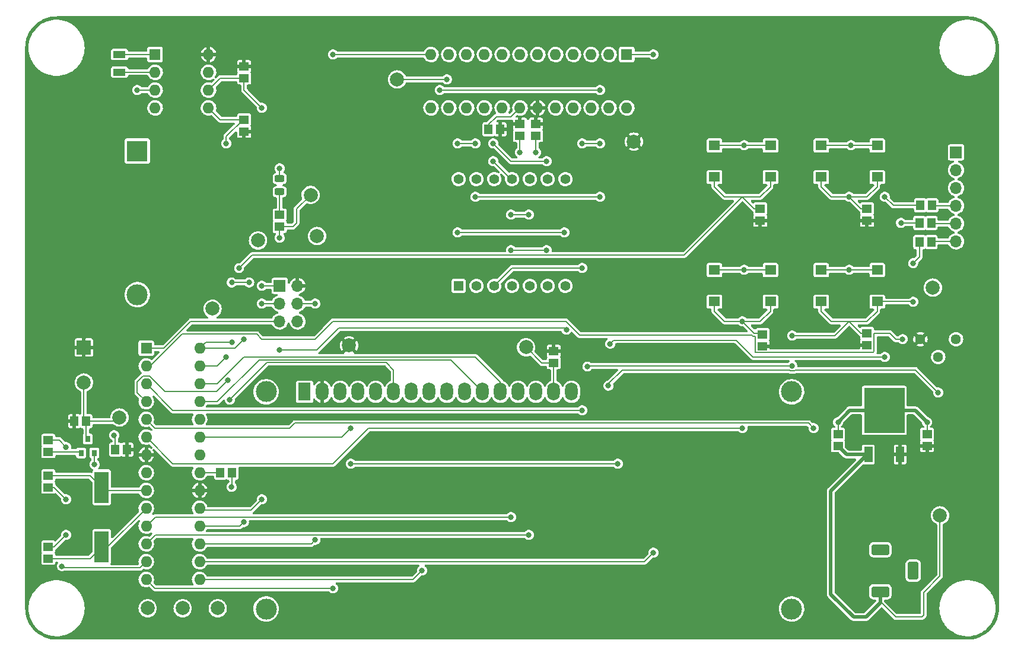
<source format=gbr>
%TF.GenerationSoftware,KiCad,Pcbnew,(6.0.5)*%
%TF.CreationDate,2022-07-21T17:01:30-05:00*%
%TF.ProjectId,julio_cool_clock,6a756c69-6f5f-4636-9f6f-6c5f636c6f63,rev?*%
%TF.SameCoordinates,PX4c4b400PY8a48640*%
%TF.FileFunction,Copper,L1,Top*%
%TF.FilePolarity,Positive*%
%FSLAX46Y46*%
G04 Gerber Fmt 4.6, Leading zero omitted, Abs format (unit mm)*
G04 Created by KiCad (PCBNEW (6.0.5)) date 2022-07-21 17:01:30*
%MOMM*%
%LPD*%
G01*
G04 APERTURE LIST*
G04 Aperture macros list*
%AMRoundRect*
0 Rectangle with rounded corners*
0 $1 Rounding radius*
0 $2 $3 $4 $5 $6 $7 $8 $9 X,Y pos of 4 corners*
0 Add a 4 corners polygon primitive as box body*
4,1,4,$2,$3,$4,$5,$6,$7,$8,$9,$2,$3,0*
0 Add four circle primitives for the rounded corners*
1,1,$1+$1,$2,$3*
1,1,$1+$1,$4,$5*
1,1,$1+$1,$6,$7*
1,1,$1+$1,$8,$9*
0 Add four rect primitives between the rounded corners*
20,1,$1+$1,$2,$3,$4,$5,0*
20,1,$1+$1,$4,$5,$6,$7,0*
20,1,$1+$1,$6,$7,$8,$9,0*
20,1,$1+$1,$8,$9,$2,$3,0*%
G04 Aperture macros list end*
%TA.AperFunction,SMDPad,CuDef*%
%ADD10R,1.150000X1.400000*%
%TD*%
%TA.AperFunction,ComponentPad*%
%ADD11C,2.000000*%
%TD*%
%TA.AperFunction,SMDPad,CuDef*%
%ADD12R,1.400000X1.150000*%
%TD*%
%TA.AperFunction,ComponentPad*%
%ADD13C,3.000000*%
%TD*%
%TA.AperFunction,ComponentPad*%
%ADD14R,1.800000X2.600000*%
%TD*%
%TA.AperFunction,ComponentPad*%
%ADD15O,1.800000X2.600000*%
%TD*%
%TA.AperFunction,ComponentPad*%
%ADD16R,2.000000X2.000000*%
%TD*%
%TA.AperFunction,SMDPad,CuDef*%
%ADD17R,1.600000X1.400000*%
%TD*%
%TA.AperFunction,SMDPad,CuDef*%
%ADD18R,2.000000X4.500000*%
%TD*%
%TA.AperFunction,ComponentPad*%
%ADD19R,1.600000X1.600000*%
%TD*%
%TA.AperFunction,ComponentPad*%
%ADD20O,1.600000X1.600000*%
%TD*%
%TA.AperFunction,ComponentPad*%
%ADD21C,1.440000*%
%TD*%
%TA.AperFunction,ComponentPad*%
%ADD22R,1.700000X1.700000*%
%TD*%
%TA.AperFunction,ComponentPad*%
%ADD23O,1.700000X1.700000*%
%TD*%
%TA.AperFunction,SMDPad,CuDef*%
%ADD24R,0.800000X0.900000*%
%TD*%
%TA.AperFunction,SMDPad,CuDef*%
%ADD25R,1.800000X1.000000*%
%TD*%
%TA.AperFunction,SMDPad,CuDef*%
%ADD26RoundRect,0.243750X-0.456250X0.243750X-0.456250X-0.243750X0.456250X-0.243750X0.456250X0.243750X0*%
%TD*%
%TA.AperFunction,ComponentPad*%
%ADD27R,1.400000X1.400000*%
%TD*%
%TA.AperFunction,ComponentPad*%
%ADD28C,1.400000*%
%TD*%
%TA.AperFunction,SMDPad,CuDef*%
%ADD29R,1.200000X2.200000*%
%TD*%
%TA.AperFunction,SMDPad,CuDef*%
%ADD30R,5.800000X6.400000*%
%TD*%
%TA.AperFunction,ComponentPad*%
%ADD31R,3.000000X3.000000*%
%TD*%
%TA.AperFunction,ComponentPad*%
%ADD32RoundRect,0.400000X0.900000X0.400000X-0.900000X0.400000X-0.900000X-0.400000X0.900000X-0.400000X0*%
%TD*%
%TA.AperFunction,ComponentPad*%
%ADD33RoundRect,0.400000X0.400000X0.900000X-0.400000X0.900000X-0.400000X-0.900000X0.400000X-0.900000X0*%
%TD*%
%TA.AperFunction,ViaPad*%
%ADD34C,0.812800*%
%TD*%
%TA.AperFunction,Conductor*%
%ADD35C,0.203200*%
%TD*%
%TA.AperFunction,Conductor*%
%ADD36C,0.508000*%
%TD*%
G04 APERTURE END LIST*
D10*
%TO.P,R12,1*%
%TO.N,TXD*%
X128250000Y62500000D03*
%TO.P,R12,2*%
%TO.N,/SER_TX*%
X129950000Y62500000D03*
%TD*%
D11*
%TO.P,TP11,1,1*%
%TO.N,Net-(DS1-Pad15)*%
X72000000Y42250000D03*
%TD*%
D10*
%TO.P,R11,1*%
%TO.N,RXD*%
X128150000Y60000000D03*
%TO.P,R11,2*%
%TO.N,/SER_RX*%
X129850000Y60000000D03*
%TD*%
D11*
%TO.P,TP15,1,1*%
%TO.N,LED_SCK*%
X41250000Y64000000D03*
%TD*%
D12*
%TO.P,C5,1*%
%TO.N,VCC*%
X73416000Y74134000D03*
%TO.P,C5,2*%
%TO.N,GND*%
X73416000Y72434000D03*
%TD*%
D11*
%TO.P,TP12,1,1*%
%TO.N,VCC*%
X46750000Y42500000D03*
%TD*%
D12*
%TO.P,C8,1*%
%TO.N,VCC*%
X129220000Y28175000D03*
%TO.P,C8,2*%
%TO.N,GND*%
X129220000Y29875000D03*
%TD*%
D13*
%TO.P,DS1,*%
%TO.N,*%
X109899988Y35897500D03*
X109899468Y4896800D03*
X34900888Y35897500D03*
X34900888Y4896800D03*
D14*
%TO.P,DS1,1,VSS*%
%TO.N,GND*%
X40399988Y35897500D03*
D15*
%TO.P,DS1,2,VDD*%
%TO.N,VCC*%
X42939988Y35897500D03*
%TO.P,DS1,3,VO*%
%TO.N,Net-(DS1-Pad3)*%
X45479988Y35897500D03*
%TO.P,DS1,4,RS*%
%TO.N,RS*%
X48019988Y35897500D03*
%TO.P,DS1,5,R/W*%
%TO.N,GND*%
X50559988Y35897500D03*
%TO.P,DS1,6,E*%
%TO.N,E*%
X53099988Y35897500D03*
%TO.P,DS1,7,D0*%
%TO.N,unconnected-(DS1-Pad7)*%
X55639988Y35897500D03*
%TO.P,DS1,8,D1*%
%TO.N,unconnected-(DS1-Pad8)*%
X58179988Y35897500D03*
%TO.P,DS1,9,D2*%
%TO.N,unconnected-(DS1-Pad9)*%
X60719988Y35897500D03*
%TO.P,DS1,10,D3*%
%TO.N,unconnected-(DS1-Pad10)*%
X63259988Y35897500D03*
%TO.P,DS1,11,D4*%
%TO.N,D4*%
X65799988Y35897500D03*
%TO.P,DS1,12,D5*%
%TO.N,D5*%
X68339988Y35897500D03*
%TO.P,DS1,13,D6*%
%TO.N,D6*%
X70879988Y35897500D03*
%TO.P,DS1,14,D7*%
%TO.N,D7*%
X73419988Y35897500D03*
%TO.P,DS1,15,LED(+)*%
%TO.N,Net-(DS1-Pad15)*%
X75959988Y35897500D03*
%TO.P,DS1,16,LED(-)*%
%TO.N,GND*%
X78499988Y35897500D03*
%TD*%
D12*
%TO.P,R4,1*%
%TO.N,VCC*%
X31760000Y73030000D03*
%TO.P,R4,2*%
%TO.N,SDA*%
X31760000Y74730000D03*
%TD*%
%TO.P,C4,1*%
%TO.N,VCC*%
X71130000Y74134000D03*
%TO.P,C4,2*%
%TO.N,GND*%
X71130000Y72434000D03*
%TD*%
%TO.P,R7,1*%
%TO.N,Net-(DS1-Pad15)*%
X75956000Y40010000D03*
%TO.P,R7,2*%
%TO.N,VCC*%
X75956000Y41710000D03*
%TD*%
D16*
%TO.P,BZ1,1,-*%
%TO.N,VCC*%
X8900000Y42214784D03*
D11*
%TO.P,BZ1,2,+*%
%TO.N,Net-(BZ1-Pad2)*%
X8900000Y37214784D03*
%TD*%
%TO.P,TP1,1,1*%
%TO.N,Net-(C7-Pad1)*%
X131074000Y18254000D03*
%TD*%
D10*
%TO.P,R13,1*%
%TO.N,VCC*%
X7542000Y31716000D03*
%TO.P,R13,2*%
%TO.N,Net-(BZ1-Pad2)*%
X9242000Y31716000D03*
%TD*%
%TO.P,C6,1*%
%TO.N,RESET*%
X128150000Y57250000D03*
%TO.P,C6,2*%
%TO.N,/RTS*%
X129850000Y57250000D03*
%TD*%
D12*
%TO.P,R10,1*%
%TO.N,BZER*%
X3820000Y29005000D03*
%TO.P,R10,2*%
%TO.N,Net-(Q1-Pad1)*%
X3820000Y27305000D03*
%TD*%
D17*
%TO.P,SW2,1,A*%
%TO.N,GND*%
X114120000Y71050000D03*
%TO.P,SW2,2,A*%
X122120000Y71050000D03*
%TO.P,SW2,3,B*%
%TO.N,BTN_SELECT*%
X114120000Y66550000D03*
%TO.P,SW2,4,B*%
X122120000Y66550000D03*
%TD*%
D11*
%TO.P,TP17,1,1*%
%TO.N,DIS_DATA*%
X23000000Y5000000D03*
%TD*%
D10*
%TO.P,C9,1*%
%TO.N,VCC*%
X15084000Y27652000D03*
%TO.P,C9,2*%
%TO.N,GND*%
X13384000Y27652000D03*
%TD*%
D11*
%TO.P,TP19,1,1*%
%TO.N,SCL*%
X33750000Y57500000D03*
%TD*%
D18*
%TO.P,Y1,1,1*%
%TO.N,/XTAL2*%
X11440000Y13750000D03*
%TO.P,Y1,2,2*%
%TO.N,/XTAL1*%
X11440000Y22250000D03*
%TD*%
D10*
%TO.P,R2,1*%
%TO.N,VCC*%
X68336000Y73372000D03*
%TO.P,R2,2*%
%TO.N,Net-(R2-Pad2)*%
X66636000Y73372000D03*
%TD*%
D17*
%TO.P,SW4,1,A*%
%TO.N,GND*%
X114120000Y53270000D03*
%TO.P,SW4,2,A*%
X122120000Y53270000D03*
%TO.P,SW4,3,B*%
%TO.N,RESET*%
X114120000Y48770000D03*
%TO.P,SW4,4,B*%
X122120000Y48770000D03*
%TD*%
D11*
%TO.P,TP16,1,1*%
%TO.N,DIS_LOAD*%
X18000000Y5000000D03*
%TD*%
D19*
%TO.P,U1,1,~{RESET}/PC6*%
%TO.N,RESET*%
X17800000Y42120000D03*
D20*
%TO.P,U1,2,RXD/PD0*%
%TO.N,RXD*%
X17800000Y39580000D03*
%TO.P,U1,3,TXD/PD1*%
%TO.N,TXD*%
X17800000Y37040000D03*
%TO.P,U1,4,INT0/PD2*%
%TO.N,BTN_UP*%
X17800000Y34500000D03*
%TO.P,U1,5,INT1/PD3*%
%TO.N,BTN_SELECT*%
X17800000Y31960000D03*
%TO.P,U1,6,PD4*%
%TO.N,BTN_DWN*%
X17800000Y29420000D03*
%TO.P,U1,7,VCC*%
%TO.N,VCC*%
X17800000Y26880000D03*
%TO.P,U1,8,GND*%
%TO.N,GND*%
X17800000Y24340000D03*
%TO.P,U1,9,XTAL1/PB6*%
%TO.N,/XTAL1*%
X17800000Y21800000D03*
%TO.P,U1,10,XTAL2/PB7*%
%TO.N,/XTAL2*%
X17800000Y19260000D03*
%TO.P,U1,11,OC0B/PD5*%
%TO.N,D6*%
X17800000Y16720000D03*
%TO.P,U1,12,OC0A/PD6*%
%TO.N,D7*%
X17800000Y14180000D03*
%TO.P,U1,13,PD7*%
%TO.N,BZER*%
X17800000Y11640000D03*
%TO.P,U1,14,PB0*%
%TO.N,DIS_LOAD*%
X17800000Y9100000D03*
%TO.P,U1,15,OC1A/PB1*%
%TO.N,DIS_CLK*%
X25420000Y9100000D03*
%TO.P,U1,16,OC1B/PB2*%
%TO.N,DIS_DATA*%
X25420000Y11640000D03*
%TO.P,U1,17,MOSI/PB3*%
%TO.N,MOSI*%
X25420000Y14180000D03*
%TO.P,U1,18,MISO/PB4*%
%TO.N,MISO*%
X25420000Y16720000D03*
%TO.P,U1,19,SCK/PB5*%
%TO.N,LED_SCK*%
X25420000Y19260000D03*
%TO.P,U1,20,AVCC*%
%TO.N,VCC*%
X25420000Y21800000D03*
%TO.P,U1,21,AREF*%
%TO.N,/AREF*%
X25420000Y24340000D03*
%TO.P,U1,22,GND*%
%TO.N,GND*%
X25420000Y26880000D03*
%TO.P,U1,23,ADC0/PC0*%
%TO.N,RS*%
X25420000Y29420000D03*
%TO.P,U1,24,ADC1/PC1*%
%TO.N,E*%
X25420000Y31960000D03*
%TO.P,U1,25,ADC2/PC2*%
%TO.N,D4*%
X25420000Y34500000D03*
%TO.P,U1,26,ADC3/PC3*%
%TO.N,D5*%
X25420000Y37040000D03*
%TO.P,U1,27,SDA/PC4*%
%TO.N,SDA*%
X25420000Y39580000D03*
%TO.P,U1,28,SCL/PC5*%
%TO.N,SCL*%
X25420000Y42120000D03*
%TD*%
D12*
%TO.P,C3,1*%
%TO.N,GND*%
X3820000Y13770000D03*
%TO.P,C3,2*%
%TO.N,/XTAL2*%
X3820000Y12070000D03*
%TD*%
D21*
%TO.P,RV1,1,1*%
%TO.N,VCC*%
X128280000Y43400000D03*
%TO.P,RV1,2,2*%
%TO.N,Net-(DS1-Pad3)*%
X130820000Y40860000D03*
%TO.P,RV1,3,3*%
%TO.N,GND*%
X133360000Y43400000D03*
%TD*%
D10*
%TO.P,C1,1*%
%TO.N,/AREF*%
X28370000Y24350000D03*
%TO.P,C1,2*%
%TO.N,GND*%
X30070000Y24350000D03*
%TD*%
D11*
%TO.P,TP13,1,1*%
%TO.N,MOSI*%
X42174000Y58132000D03*
%TD*%
D22*
%TO.P,J2,1,Pin_1*%
%TO.N,MISO*%
X36840000Y51020000D03*
D23*
%TO.P,J2,2,Pin_2*%
%TO.N,VCC*%
X39380000Y51020000D03*
%TO.P,J2,3,Pin_3*%
%TO.N,LED_SCK*%
X36840000Y48480000D03*
%TO.P,J2,4,Pin_4*%
%TO.N,MOSI*%
X39380000Y48480000D03*
%TO.P,J2,5,Pin_5*%
%TO.N,RESET*%
X36840000Y45940000D03*
%TO.P,J2,6,Pin_6*%
%TO.N,GND*%
X39380000Y45940000D03*
%TD*%
D17*
%TO.P,SW3,1,A*%
%TO.N,GND*%
X98880000Y53270000D03*
%TO.P,SW3,2,A*%
X106880000Y53270000D03*
%TO.P,SW3,3,B*%
%TO.N,BTN_DWN*%
X98880000Y48770000D03*
%TO.P,SW3,4,B*%
X106880000Y48770000D03*
%TD*%
D11*
%TO.P,TP5,1,1*%
%TO.N,RESET*%
X130058000Y50766000D03*
%TD*%
D24*
%TO.P,Q1,1,B*%
%TO.N,Net-(Q1-Pad1)*%
X8500000Y27155000D03*
%TO.P,Q1,2,E*%
%TO.N,GND*%
X10400000Y27155000D03*
%TO.P,Q1,3,C*%
%TO.N,Net-(BZ1-Pad2)*%
X9450000Y29155000D03*
%TD*%
D11*
%TO.P,TP10,1,1*%
%TO.N,VCC*%
X87386000Y71594000D03*
%TD*%
D12*
%TO.P,R3,1*%
%TO.N,SCL*%
X31760000Y80650000D03*
%TO.P,R3,2*%
%TO.N,VCC*%
X31760000Y82350000D03*
%TD*%
D11*
%TO.P,TP18,1,1*%
%TO.N,DIS_CLK*%
X28000000Y5000000D03*
%TD*%
%TO.P,TP8,1,1*%
%TO.N,Net-(BZ1-Pad2)*%
X13980000Y32224000D03*
%TD*%
D12*
%TO.P,R6,1*%
%TO.N,VCC*%
X105420000Y60330000D03*
%TO.P,R6,2*%
%TO.N,BTN_UP*%
X105420000Y62030000D03*
%TD*%
D22*
%TO.P,J3,1,Pin_1*%
%TO.N,GND*%
X133360000Y70070000D03*
D23*
%TO.P,J3,2,Pin_2*%
X133360000Y67530000D03*
%TO.P,J3,3,Pin_3*%
%TO.N,unconnected-(J3-Pad3)*%
X133360000Y64990000D03*
%TO.P,J3,4,Pin_4*%
%TO.N,/SER_TX*%
X133360000Y62450000D03*
%TO.P,J3,5,Pin_5*%
%TO.N,/SER_RX*%
X133360000Y59910000D03*
%TO.P,J3,6,Pin_6*%
%TO.N,/RTS*%
X133360000Y57370000D03*
%TD*%
D19*
%TO.P,U2,1,DIN*%
%TO.N,DIS_DATA*%
X86375000Y84040000D03*
D20*
%TO.P,U2,2,DIG_0*%
%TO.N,/DIG_0*%
X83835000Y84040000D03*
%TO.P,U2,3,DIG_4*%
%TO.N,/DIG_4*%
X81295000Y84040000D03*
%TO.P,U2,4,GND*%
%TO.N,GND*%
X78755000Y84040000D03*
%TO.P,U2,5,DIG_6*%
%TO.N,unconnected-(U2-Pad5)*%
X76215000Y84040000D03*
%TO.P,U2,6,DIG_2*%
%TO.N,/DIG_2*%
X73675000Y84040000D03*
%TO.P,U2,7,DIG_3*%
%TO.N,/DIG_3*%
X71135000Y84040000D03*
%TO.P,U2,8,DIG_7*%
%TO.N,unconnected-(U2-Pad8)*%
X68595000Y84040000D03*
%TO.P,U2,9,GND*%
%TO.N,GND*%
X66055000Y84040000D03*
%TO.P,U2,10,DIG_5*%
%TO.N,unconnected-(U2-Pad10)*%
X63515000Y84040000D03*
%TO.P,U2,11,DIG_1*%
%TO.N,/DIG_1*%
X60975000Y84040000D03*
%TO.P,U2,12,LOAD*%
%TO.N,DIS_LOAD*%
X58435000Y84040000D03*
%TO.P,U2,13,CLK*%
%TO.N,DIS_CLK*%
X58435000Y76420000D03*
%TO.P,U2,14,SEG_A*%
%TO.N,/SEG_A*%
X60975000Y76420000D03*
%TO.P,U2,15,SEG_F*%
%TO.N,/SEG_F*%
X63515000Y76420000D03*
%TO.P,U2,16,SEG_B*%
%TO.N,/SEG_B*%
X66055000Y76420000D03*
%TO.P,U2,17,SEG_G*%
%TO.N,/SEG_G*%
X68595000Y76420000D03*
%TO.P,U2,18,ISET*%
%TO.N,Net-(R2-Pad2)*%
X71135000Y76420000D03*
%TO.P,U2,19,V+*%
%TO.N,VCC*%
X73675000Y76420000D03*
%TO.P,U2,20,SEG_C*%
%TO.N,/SEG_C*%
X76215000Y76420000D03*
%TO.P,U2,21,SEG_E*%
%TO.N,/SEG_E*%
X78755000Y76420000D03*
%TO.P,U2,22,SEG_DP*%
%TO.N,/SEG_DP*%
X81295000Y76420000D03*
%TO.P,U2,23,SEG_D*%
%TO.N,/SEG_D*%
X83835000Y76420000D03*
%TO.P,U2,24,DOUT*%
%TO.N,unconnected-(U2-Pad24)*%
X86375000Y76420000D03*
%TD*%
D25*
%TO.P,Y2,1,1*%
%TO.N,Net-(U3-Pad2)*%
X13980000Y81530000D03*
%TO.P,Y2,2,2*%
%TO.N,Net-(U3-Pad1)*%
X13980000Y84030000D03*
%TD*%
D12*
%TO.P,R1,1*%
%TO.N,LED_SCK*%
X36840000Y59460000D03*
%TO.P,R1,2*%
%TO.N,Net-(D1-Pad2)*%
X36840000Y61160000D03*
%TD*%
%TO.P,R9,1*%
%TO.N,VCC*%
X105750000Y42400000D03*
%TO.P,R9,2*%
%TO.N,BTN_DWN*%
X105750000Y44100000D03*
%TD*%
D11*
%TO.P,TP14,1,1*%
%TO.N,/SEG_A*%
X53604000Y80484000D03*
%TD*%
D26*
%TO.P,D1,1,K*%
%TO.N,GND*%
X36840000Y66327500D03*
%TO.P,D1,2,A*%
%TO.N,Net-(D1-Pad2)*%
X36840000Y64452500D03*
%TD*%
D19*
%TO.P,U3,1,X1*%
%TO.N,Net-(U3-Pad1)*%
X19060000Y84040000D03*
D20*
%TO.P,U3,2,X2*%
%TO.N,Net-(U3-Pad2)*%
X19060000Y81500000D03*
%TO.P,U3,3,VBAT*%
%TO.N,Net-(BT1-Pad1)*%
X19060000Y78960000D03*
%TO.P,U3,4,GND*%
%TO.N,GND*%
X19060000Y76420000D03*
%TO.P,U3,5,SDA*%
%TO.N,SDA*%
X26680000Y76420000D03*
%TO.P,U3,6,SCL*%
%TO.N,SCL*%
X26680000Y78960000D03*
%TO.P,U3,7,SQW/OUT*%
%TO.N,unconnected-(U3-Pad7)*%
X26680000Y81500000D03*
%TO.P,U3,8,VCC*%
%TO.N,VCC*%
X26680000Y84040000D03*
%TD*%
D12*
%TO.P,C2,1*%
%TO.N,/XTAL1*%
X3820000Y23930000D03*
%TO.P,C2,2*%
%TO.N,GND*%
X3820000Y22230000D03*
%TD*%
%TO.P,R8,1*%
%TO.N,VCC*%
X120660000Y60330000D03*
%TO.P,R8,2*%
%TO.N,BTN_SELECT*%
X120660000Y62030000D03*
%TD*%
D27*
%TO.P,DS2,1,E*%
%TO.N,/SEG_E*%
X62380005Y51020000D03*
D28*
%TO.P,DS2,2,D*%
%TO.N,/SEG_D*%
X64920005Y51020000D03*
%TO.P,DS2,3,DP*%
%TO.N,/SEG_DP*%
X67460005Y51020000D03*
%TO.P,DS2,4,C*%
%TO.N,/SEG_C*%
X70000005Y51020000D03*
%TO.P,DS2,5,G*%
%TO.N,/SEG_G*%
X72540005Y51020000D03*
%TO.P,DS2,6,COM_DIG.4*%
%TO.N,/DIG_3*%
X75080005Y51020000D03*
%TO.P,DS2,7,COM_COLON*%
%TO.N,/DIG_4*%
X77620005Y51020000D03*
%TO.P,DS2,8,COLON*%
%TO.N,/SEG_DP*%
X77620005Y66260000D03*
%TO.P,DS2,9,B*%
%TO.N,/SEG_B*%
X75080005Y66260000D03*
%TO.P,DS2,10,COM_DIG.3*%
%TO.N,/DIG_2*%
X72540005Y66260000D03*
%TO.P,DS2,11,COM_DIG.2*%
%TO.N,/DIG_1*%
X70000005Y66260000D03*
%TO.P,DS2,12,F*%
%TO.N,/SEG_F*%
X67460005Y66260000D03*
%TO.P,DS2,13,A*%
%TO.N,/SEG_A*%
X64920005Y66260000D03*
%TO.P,DS2,14,COM_DIG.1*%
%TO.N,/DIG_0*%
X62380005Y66260000D03*
%TD*%
D17*
%TO.P,SW1,1,A*%
%TO.N,GND*%
X98880000Y71050000D03*
%TO.P,SW1,2,A*%
X106880000Y71050000D03*
%TO.P,SW1,3,B*%
%TO.N,BTN_UP*%
X98880000Y66550000D03*
%TO.P,SW1,4,B*%
X106880000Y66550000D03*
%TD*%
D29*
%TO.P,U4,1,IN*%
%TO.N,Net-(C7-Pad1)*%
X120845000Y26940000D03*
D30*
%TO.P,U4,2,GND*%
%TO.N,GND*%
X123125000Y33240000D03*
D29*
%TO.P,U4,3,OUT*%
%TO.N,VCC*%
X125405000Y26940000D03*
%TD*%
D31*
%TO.P,BT1,1,+*%
%TO.N,Net-(BT1-Pad1)*%
X16519984Y70253686D03*
D13*
%TO.P,BT1,2,-*%
%TO.N,GND*%
X16519984Y49763686D03*
%TD*%
D12*
%TO.P,C7,1*%
%TO.N,Net-(C7-Pad1)*%
X116520000Y28175000D03*
%TO.P,C7,2*%
%TO.N,GND*%
X116520000Y29875000D03*
%TD*%
D11*
%TO.P,TP20,1,1*%
%TO.N,SDA*%
X27250000Y47750000D03*
%TD*%
D12*
%TO.P,R5,1*%
%TO.N,VCC*%
X120660000Y42550000D03*
%TO.P,R5,2*%
%TO.N,RESET*%
X120660000Y44250000D03*
%TD*%
D32*
%TO.P,J1,1,POLE*%
%TO.N,Net-(C7-Pad1)*%
X122550800Y7350000D03*
%TO.P,J1,2,OUT*%
%TO.N,GND*%
X122550800Y13350000D03*
D33*
%TO.P,J1,3,OUT*%
%TO.N,unconnected-(J1-Pad3)*%
X127250800Y10350000D03*
%TD*%
D34*
%TO.N,Net-(BT1-Pad1)*%
X16520000Y78960000D03*
%TO.N,GND*%
X73416000Y70070000D03*
X116520000Y31565000D03*
X118374000Y71086000D03*
X36840000Y67784000D03*
X13218000Y29684000D03*
X118120000Y53306000D03*
X6360000Y15460000D03*
X129220000Y31565000D03*
X6360000Y20540000D03*
X71130000Y70070000D03*
X103134000Y71086000D03*
X103134000Y53306000D03*
X29982000Y22318000D03*
X10424000Y25527000D03*
%TO.N,VCC*%
X42750000Y39250000D03*
X45500000Y39250000D03*
%TO.N,RESET*%
X127264000Y48734000D03*
X109992000Y39590000D03*
X109992000Y43908000D03*
X80750000Y39500000D03*
X127250000Y54250000D03*
X36840000Y41876000D03*
X77750000Y44750000D03*
%TO.N,RS*%
X47000000Y30700000D03*
%TO.N,E*%
X29728000Y34764000D03*
%TO.N,D6*%
X69860000Y18000000D03*
%TO.N,D7*%
X72400000Y15460000D03*
%TO.N,Net-(DS1-Pad3)*%
X47000000Y25620000D03*
X130820000Y35780000D03*
X85100000Y25620000D03*
X83750000Y36750000D03*
%TO.N,/SEG_E*%
X77480000Y58640000D03*
X62240000Y58640000D03*
%TO.N,/SEG_D*%
X82560000Y63720000D03*
X64780000Y63720000D03*
%TO.N,/SEG_DP*%
X80020000Y53560000D03*
%TO.N,/SEG_C*%
X69860000Y56100000D03*
X74940000Y56100000D03*
%TO.N,/SEG_G*%
X72400000Y61180000D03*
X69860000Y61180000D03*
%TO.N,/SEG_B*%
X67320000Y71340000D03*
X74940000Y68800000D03*
%TO.N,/SEG_A*%
X60716000Y80484000D03*
%TO.N,MISO*%
X34300000Y51020000D03*
X31742943Y17289300D03*
%TO.N,LED_SCK*%
X36840000Y57878000D03*
X34300000Y20540000D03*
X34300000Y48480000D03*
%TO.N,MOSI*%
X41922281Y14749300D03*
X41920000Y48480000D03*
%TO.N,SCL*%
X34300000Y76420000D03*
X30000000Y51500000D03*
X31760000Y43400000D03*
X32500000Y51500000D03*
X30000000Y43000000D03*
%TO.N,SDA*%
X29220000Y71340000D03*
X29220000Y40860000D03*
%TO.N,BTN_UP*%
X31049300Y53548165D03*
X29446956Y37541874D03*
%TO.N,BTN_SELECT*%
X113040000Y30700000D03*
X118120000Y63720000D03*
%TO.N,BTN_DWN*%
X102880000Y45940000D03*
X102880000Y30700000D03*
%TO.N,BZER*%
X5750000Y11000000D03*
X6360000Y28015700D03*
%TO.N,RXD*%
X125740000Y43400000D03*
X125500000Y60000000D03*
%TO.N,TXD*%
X123200000Y63720000D03*
X84000000Y42750000D03*
X80020000Y33240000D03*
X123200000Y40860000D03*
%TO.N,DIS_CLK*%
X57160000Y10380000D03*
%TO.N,DIS_DATA*%
X90180000Y84040000D03*
X90180000Y12920000D03*
%TO.N,DIS_LOAD*%
X44460000Y84040000D03*
X44460000Y7840000D03*
%TO.N,/DIG_4*%
X82560000Y71340000D03*
X80020000Y71340000D03*
%TO.N,/DIG_1*%
X62240000Y71340000D03*
X67320000Y68800000D03*
X64780000Y71340000D03*
%TO.N,/DIG_0*%
X82560000Y78960000D03*
X59700000Y78960000D03*
%TD*%
D35*
%TO.N,Net-(BT1-Pad1)*%
X19060000Y78960000D02*
X16520000Y78960000D01*
%TO.N,GND*%
X10400000Y25551000D02*
X10424000Y25527000D01*
X118338000Y71050000D02*
X118374000Y71086000D01*
X13384000Y27652000D02*
X13384000Y29518000D01*
D36*
X127545000Y33240000D02*
X123125000Y33240000D01*
D35*
X3820000Y22230000D02*
X4670000Y22230000D01*
X3820000Y13770000D02*
X4670000Y13770000D01*
X114120000Y53270000D02*
X118084000Y53270000D01*
X103098000Y53270000D02*
X103134000Y53306000D01*
X129220000Y29875000D02*
X129220000Y31565000D01*
X4670000Y13770000D02*
X6360000Y15460000D01*
X73416000Y72434000D02*
X73416000Y70070000D01*
X36840000Y66327500D02*
X36840000Y67784000D01*
X116520000Y29875000D02*
X116520000Y31565000D01*
X98880000Y71050000D02*
X103098000Y71050000D01*
X114120000Y71050000D02*
X118338000Y71050000D01*
X103170000Y53270000D02*
X103134000Y53306000D01*
X106880000Y53270000D02*
X103170000Y53270000D01*
D36*
X129220000Y31565000D02*
X127545000Y33240000D01*
D35*
X98880000Y53270000D02*
X103098000Y53270000D01*
X30070000Y24350000D02*
X30070000Y22406000D01*
X71130000Y72434000D02*
X71130000Y70070000D01*
X122120000Y71050000D02*
X118410000Y71050000D01*
D36*
X118195000Y33240000D02*
X116520000Y31565000D01*
D35*
X10400000Y27155000D02*
X10400000Y25551000D01*
X30070000Y22406000D02*
X29982000Y22318000D01*
X4670000Y22230000D02*
X6360000Y20540000D01*
X118084000Y53270000D02*
X118120000Y53306000D01*
X13384000Y29518000D02*
X13218000Y29684000D01*
D36*
X123125000Y33240000D02*
X118195000Y33240000D01*
D35*
X118156000Y53270000D02*
X118120000Y53306000D01*
X103170000Y71050000D02*
X103134000Y71086000D01*
X106880000Y71050000D02*
X103170000Y71050000D01*
X122120000Y53270000D02*
X118156000Y53270000D01*
X103098000Y71050000D02*
X103134000Y71086000D01*
X118410000Y71050000D02*
X118374000Y71086000D01*
%TO.N,/AREF*%
X25420000Y24340000D02*
X28360000Y24340000D01*
X28360000Y24340000D02*
X28370000Y24350000D01*
%TO.N,/XTAL1*%
X11890000Y21800000D02*
X11440000Y22250000D01*
X11440000Y22250000D02*
X9760000Y23930000D01*
X17800000Y21800000D02*
X11890000Y21800000D01*
X9760000Y23930000D02*
X3820000Y23930000D01*
%TO.N,/XTAL2*%
X9760000Y12070000D02*
X3820000Y12070000D01*
X11440000Y13750000D02*
X9760000Y12070000D01*
X11440000Y13750000D02*
X12290000Y13750000D01*
X12290000Y13750000D02*
X17800000Y19260000D01*
%TO.N,VCC*%
X45500000Y39250000D02*
X42750000Y39250000D01*
%TO.N,RESET*%
X128150000Y55150000D02*
X127250000Y54250000D01*
X45298000Y45000000D02*
X42174000Y41876000D01*
X118120000Y45940000D02*
X116088000Y43908000D01*
X118120000Y45940000D02*
X120660000Y45940000D01*
X20320000Y42120000D02*
X24140000Y45940000D01*
X80750000Y39500000D02*
X80840000Y39590000D01*
X119810000Y44250000D02*
X120660000Y44250000D01*
X42174000Y41876000D02*
X36840000Y41876000D01*
X114120000Y48770000D02*
X114120000Y47400000D01*
X115580000Y45940000D02*
X118120000Y45940000D01*
X118120000Y45940000D02*
X119810000Y44250000D01*
X80840000Y39590000D02*
X109992000Y39590000D01*
X77500000Y45000000D02*
X45298000Y45000000D01*
X17800000Y42120000D02*
X20320000Y42120000D01*
X77750000Y44750000D02*
X77500000Y45000000D01*
X116088000Y43908000D02*
X109992000Y43908000D01*
X114120000Y47400000D02*
X115580000Y45940000D01*
X128150000Y57250000D02*
X128150000Y55150000D01*
X127228000Y48770000D02*
X127264000Y48734000D01*
X122120000Y47400000D02*
X122120000Y48770000D01*
X120660000Y45940000D02*
X122120000Y47400000D01*
X122120000Y48770000D02*
X127228000Y48770000D01*
X24140000Y45940000D02*
X36840000Y45940000D01*
%TO.N,Net-(C7-Pad1)*%
X128750000Y7250000D02*
X128750000Y4000000D01*
D36*
X122550800Y5800800D02*
X122550800Y7350000D01*
D35*
X128750000Y4000000D02*
X128500000Y3750000D01*
D36*
X120845000Y26940000D02*
X120690000Y26940000D01*
D35*
X122550800Y5949200D02*
X122550800Y7350000D01*
D36*
X116520000Y28175000D02*
X117755000Y26940000D01*
D35*
X131074000Y9574000D02*
X128750000Y7250000D01*
X124750000Y3750000D02*
X122550800Y5949200D01*
D36*
X120500000Y3750000D02*
X122550800Y5800800D01*
X118750000Y3750000D02*
X120500000Y3750000D01*
X115500000Y7000000D02*
X118750000Y3750000D01*
D35*
X128500000Y3750000D02*
X124750000Y3750000D01*
D36*
X115500000Y21750000D02*
X115500000Y7000000D01*
D35*
X131074000Y18254000D02*
X131074000Y9574000D01*
D36*
X120690000Y26940000D02*
X115500000Y21750000D01*
X117755000Y26940000D02*
X120845000Y26940000D01*
D35*
%TO.N,Net-(D1-Pad2)*%
X36840000Y64452500D02*
X36840000Y61160000D01*
%TO.N,Net-(DS1-Pad15)*%
X72000000Y42250000D02*
X74240000Y40010000D01*
X75956000Y35901488D02*
X75959988Y35897500D01*
X74240000Y40010000D02*
X75956000Y40010000D01*
X75956000Y40010000D02*
X75956000Y35901488D01*
%TO.N,RS*%
X25420000Y29420000D02*
X45720000Y29420000D01*
X45720000Y29420000D02*
X47000000Y30700000D01*
%TO.N,E*%
X53099988Y39028172D02*
X53099988Y35897500D01*
X52080000Y40048160D02*
X53099988Y39028172D01*
X35012160Y40048160D02*
X29728000Y34764000D01*
X35012160Y40048160D02*
X52080000Y40048160D01*
%TO.N,D4*%
X61243408Y40454080D02*
X65799988Y35897500D01*
X25420000Y34500000D02*
X27940000Y34500000D01*
X33894080Y40454080D02*
X61243408Y40454080D01*
X27940000Y34500000D02*
X33894080Y40454080D01*
%TO.N,D5*%
X64780000Y40860000D02*
X68339988Y37300012D01*
X31760000Y40860000D02*
X64780000Y40860000D01*
X68339988Y37300012D02*
X68339988Y35897500D01*
X25420000Y37040000D02*
X27940000Y37040000D01*
X27940000Y37040000D02*
X31760000Y40860000D01*
%TO.N,D6*%
X17800000Y16720000D02*
X19080000Y18000000D01*
X19080000Y18000000D02*
X69860000Y18000000D01*
%TO.N,D7*%
X19080000Y15460000D02*
X72400000Y15460000D01*
X17800000Y14180000D02*
X19080000Y15460000D01*
%TO.N,Net-(DS1-Pad3)*%
X110407098Y39000000D02*
X127600000Y39000000D01*
X109697613Y38879289D02*
X110286387Y38879289D01*
X85750000Y39000000D02*
X109576902Y39000000D01*
X109576902Y39000000D02*
X109697613Y38879289D01*
X127600000Y39000000D02*
X130820000Y35780000D01*
X85100000Y25620000D02*
X47000000Y25620000D01*
X110286387Y38879289D02*
X110407098Y39000000D01*
X83750000Y37000000D02*
X85750000Y39000000D01*
X83750000Y36750000D02*
X83750000Y37000000D01*
%TO.N,/SEG_E*%
X62240000Y58640000D02*
X77480000Y58640000D01*
%TO.N,/SEG_D*%
X82560000Y63720000D02*
X64780000Y63720000D01*
%TO.N,/SEG_DP*%
X80020000Y53560000D02*
X70000005Y53560000D01*
X70000005Y53560000D02*
X67460005Y51020000D01*
%TO.N,/SEG_C*%
X69860000Y56100000D02*
X74940000Y56100000D01*
%TO.N,/SEG_G*%
X72400000Y61180000D02*
X69860000Y61180000D01*
%TO.N,/SEG_B*%
X69860000Y68800000D02*
X67320000Y71340000D01*
X74940000Y68800000D02*
X69860000Y68800000D01*
%TO.N,/SEG_A*%
X53604000Y80484000D02*
X60716000Y80484000D01*
%TO.N,MISO*%
X36840000Y51020000D02*
X34300000Y51020000D01*
X31742943Y17289300D02*
X31173643Y16720000D01*
X31173643Y16720000D02*
X25420000Y16720000D01*
%TO.N,LED_SCK*%
X38710000Y59460000D02*
X36840000Y59460000D01*
X34300000Y20540000D02*
X32760000Y19000000D01*
X25680000Y19000000D02*
X25420000Y19260000D01*
X39250000Y62000000D02*
X39250000Y60000000D01*
X41250000Y64000000D02*
X39250000Y62000000D01*
X36840000Y57878000D02*
X36840000Y59460000D01*
X32760000Y19000000D02*
X25680000Y19000000D01*
X39250000Y60000000D02*
X38710000Y59460000D01*
X36840000Y48480000D02*
X34300000Y48480000D01*
%TO.N,MOSI*%
X39380000Y48480000D02*
X41920000Y48480000D01*
X41352981Y14180000D02*
X25420000Y14180000D01*
X41922281Y14749300D02*
X41352981Y14180000D01*
%TO.N,Net-(R2-Pad2)*%
X69865000Y75150000D02*
X71135000Y76420000D01*
X67781000Y75150000D02*
X69865000Y75150000D01*
X66636000Y73880000D02*
X66636000Y74005000D01*
X66636000Y74005000D02*
X67781000Y75150000D01*
%TO.N,SCL*%
X30480000Y42120000D02*
X25420000Y42120000D01*
X32500000Y51500000D02*
X30000000Y51500000D01*
X30000000Y43000000D02*
X26300000Y43000000D01*
X31760000Y78960000D02*
X34300000Y76420000D01*
X28370000Y80650000D02*
X31760000Y80650000D01*
X26680000Y78960000D02*
X28370000Y80650000D01*
X31760000Y80650000D02*
X31760000Y78960000D01*
X31760000Y43400000D02*
X30480000Y42120000D01*
X26300000Y43000000D02*
X25420000Y42120000D01*
%TO.N,SDA*%
X31635000Y74730000D02*
X29220000Y72315000D01*
X31760000Y74730000D02*
X28370000Y74730000D01*
X31760000Y74730000D02*
X31635000Y74730000D01*
X28370000Y74730000D02*
X26680000Y76420000D01*
X29220000Y72315000D02*
X29220000Y71340000D01*
X29220000Y40860000D02*
X27940000Y39580000D01*
X27940000Y39580000D02*
X25420000Y39580000D01*
%TO.N,BTN_UP*%
X102880000Y63720000D02*
X104570000Y62030000D01*
X94549289Y55389289D02*
X32890424Y55389289D01*
X106880000Y65180000D02*
X105420000Y63720000D01*
X105420000Y63720000D02*
X102880000Y63720000D01*
X100340000Y63720000D02*
X102880000Y63720000D01*
X102880000Y63720000D02*
X94549289Y55389289D01*
X16520000Y37321733D02*
X16520000Y35780000D01*
X106880000Y66550000D02*
X106880000Y65180000D01*
X29446956Y37541874D02*
X27840771Y35935689D01*
X16520000Y35780000D02*
X17800000Y34500000D01*
X32890424Y55389289D02*
X31049300Y53548165D01*
X98880000Y65180000D02*
X100340000Y63720000D01*
X20466044Y35935689D02*
X18257422Y38144311D01*
X17342578Y38144311D02*
X16520000Y37321733D01*
X104570000Y62030000D02*
X105420000Y62030000D01*
X27840771Y35935689D02*
X20466044Y35935689D01*
X18257422Y38144311D02*
X17342578Y38144311D01*
X98880000Y66550000D02*
X98880000Y65180000D01*
%TO.N,BTN_SELECT*%
X19060000Y30700000D02*
X17800000Y31960000D01*
X114120000Y66550000D02*
X114120000Y65180000D01*
X114120000Y65180000D02*
X115580000Y63720000D01*
X113040000Y30700000D02*
X112329289Y31410711D01*
X38282924Y30700000D02*
X19060000Y30700000D01*
X38993635Y31410711D02*
X38282924Y30700000D01*
X112329289Y31410711D02*
X38993635Y31410711D01*
X118120000Y63720000D02*
X119810000Y62030000D01*
X122120000Y65180000D02*
X122120000Y66550000D01*
X120660000Y63720000D02*
X122120000Y65180000D01*
X118120000Y63720000D02*
X120660000Y63720000D01*
X115580000Y63720000D02*
X118120000Y63720000D01*
X119810000Y62030000D02*
X120660000Y62030000D01*
%TO.N,BTN_DWN*%
X100340000Y45940000D02*
X102880000Y45940000D01*
X44460000Y25620000D02*
X21600000Y25620000D01*
X102880000Y45940000D02*
X104570000Y44250000D01*
X98880000Y47400000D02*
X100340000Y45940000D01*
X106880000Y47400000D02*
X106880000Y48770000D01*
X98880000Y48770000D02*
X98880000Y47400000D01*
X102880000Y45940000D02*
X105420000Y45940000D01*
X105420000Y45940000D02*
X106880000Y47400000D01*
X102880000Y30700000D02*
X49540000Y30700000D01*
X104570000Y44250000D02*
X105420000Y44250000D01*
X21600000Y25620000D02*
X17800000Y29420000D01*
X49540000Y30700000D02*
X44460000Y25620000D01*
%TO.N,BZER*%
X6000000Y10750000D02*
X16910000Y10750000D01*
X5370700Y29005000D02*
X6360000Y28015700D01*
X3820000Y29005000D02*
X5370700Y29005000D01*
X5750000Y11000000D02*
X6000000Y10750000D01*
X16910000Y10750000D02*
X17800000Y11640000D01*
%TO.N,RXD*%
X121664311Y41670689D02*
X121514311Y41520689D01*
X104745689Y43844080D02*
X104401862Y43844080D01*
X79613622Y44000000D02*
X77673622Y45940000D01*
X125740000Y43400000D02*
X124734902Y43400000D01*
X123884902Y44250000D02*
X121664311Y44250000D01*
X104401862Y43844080D02*
X104245942Y44000000D01*
X121514311Y41520689D02*
X104745689Y41520689D01*
X124734902Y43400000D02*
X123884902Y44250000D01*
X34300000Y43400000D02*
X33589289Y44110711D01*
X104745689Y41520689D02*
X104745689Y43844080D01*
X41920000Y43400000D02*
X34300000Y43400000D01*
X125500000Y60000000D02*
X128150000Y60000000D01*
X33589289Y44110711D02*
X22884769Y44110711D01*
X121664311Y44250000D02*
X121664311Y41670689D01*
X44460000Y45940000D02*
X41920000Y43400000D01*
X18354058Y39580000D02*
X17800000Y39580000D01*
X104245942Y44000000D02*
X79613622Y44000000D01*
X77673622Y45940000D02*
X44460000Y45940000D01*
X22884769Y44110711D02*
X18354058Y39580000D01*
%TO.N,/RTS*%
X133360000Y57370000D02*
X129970000Y57370000D01*
X129970000Y57370000D02*
X129850000Y57250000D01*
%TO.N,TXD*%
X124420000Y62500000D02*
X128250000Y62500000D01*
X123200000Y63720000D02*
X124420000Y62500000D01*
X104390000Y40860000D02*
X123200000Y40860000D01*
X102000000Y43250000D02*
X104390000Y40860000D01*
X84500000Y43250000D02*
X102000000Y43250000D01*
X84000000Y42750000D02*
X84500000Y43250000D01*
X80020000Y33240000D02*
X21600000Y33240000D01*
X21600000Y33240000D02*
X17800000Y37040000D01*
%TO.N,/SER_RX*%
X129940000Y59910000D02*
X129850000Y60000000D01*
X133360000Y59910000D02*
X129940000Y59910000D01*
%TO.N,DIS_CLK*%
X25420000Y9100000D02*
X55880000Y9100000D01*
X55880000Y9100000D02*
X57160000Y10380000D01*
%TO.N,DIS_DATA*%
X90180000Y12920000D02*
X88900000Y11640000D01*
X88900000Y11640000D02*
X25420000Y11640000D01*
X86375000Y84040000D02*
X90180000Y84040000D01*
%TO.N,DIS_LOAD*%
X44460000Y7840000D02*
X19060000Y7840000D01*
X58435000Y84040000D02*
X44460000Y84040000D01*
X19060000Y7840000D02*
X17800000Y9100000D01*
%TO.N,Net-(U3-Pad1)*%
X19050000Y84030000D02*
X19060000Y84040000D01*
X13980000Y84030000D02*
X19050000Y84030000D01*
%TO.N,Net-(U3-Pad2)*%
X13980000Y81530000D02*
X19030000Y81530000D01*
X19030000Y81530000D02*
X19060000Y81500000D01*
%TO.N,/SER_TX*%
X133360000Y62450000D02*
X130000000Y62450000D01*
X130000000Y62450000D02*
X129950000Y62500000D01*
%TO.N,Net-(Q1-Pad1)*%
X4370000Y27305000D02*
X8350000Y27305000D01*
X8350000Y27305000D02*
X8500000Y27155000D01*
%TO.N,/DIG_4*%
X80020000Y71340000D02*
X82560000Y71340000D01*
%TO.N,/DIG_1*%
X67320000Y68800000D02*
X69860000Y66260000D01*
X62240000Y71340000D02*
X64780000Y71340000D01*
%TO.N,/DIG_0*%
X82560000Y78960000D02*
X59700000Y78960000D01*
%TO.N,Net-(BZ1-Pad2)*%
X8900000Y32058000D02*
X9242000Y31716000D01*
X9242000Y31716000D02*
X9242000Y29363000D01*
X8900000Y37214784D02*
X8900000Y32058000D01*
X13472000Y31716000D02*
X13980000Y32224000D01*
X9242000Y29363000D02*
X9450000Y29155000D01*
X9242000Y31716000D02*
X13472000Y31716000D01*
%TD*%
%TA.AperFunction,Conductor*%
%TO.N,VCC*%
G36*
X134971964Y89489697D02*
G01*
X134983061Y89487969D01*
X134983063Y89487969D01*
X134993724Y89486309D01*
X135004423Y89487708D01*
X135004424Y89487708D01*
X135011989Y89488697D01*
X135038222Y89489831D01*
X135384855Y89474696D01*
X135398012Y89473545D01*
X135773391Y89424126D01*
X135786399Y89421832D01*
X136156027Y89339888D01*
X136168785Y89336470D01*
X136529887Y89222614D01*
X136542298Y89218096D01*
X136892081Y89073211D01*
X136904042Y89067635D01*
X137239906Y88892795D01*
X137251327Y88886200D01*
X137570640Y88682775D01*
X137581459Y88675200D01*
X137881830Y88444718D01*
X137891948Y88436228D01*
X138171096Y88180436D01*
X138180436Y88171096D01*
X138436228Y87891948D01*
X138444718Y87881830D01*
X138675200Y87581459D01*
X138682775Y87570640D01*
X138886200Y87251327D01*
X138892795Y87239906D01*
X139067635Y86904042D01*
X139073211Y86892081D01*
X139218096Y86542298D01*
X139222614Y86529887D01*
X139324320Y86207321D01*
X139336470Y86168785D01*
X139339888Y86156027D01*
X139421832Y85786399D01*
X139424126Y85773391D01*
X139473545Y85398012D01*
X139474696Y85384855D01*
X139486945Y85104335D01*
X139489493Y85045971D01*
X139487993Y85018930D01*
X139487969Y85016935D01*
X139486309Y85006276D01*
X139490024Y84977863D01*
X139490222Y84976352D01*
X139491500Y84956721D01*
X139491500Y5051329D01*
X139489697Y5028036D01*
X139489355Y5025836D01*
X139486309Y5006276D01*
X139487708Y4995577D01*
X139487708Y4995576D01*
X139488697Y4988011D01*
X139489831Y4961778D01*
X139474696Y4615145D01*
X139473545Y4601988D01*
X139424126Y4226609D01*
X139421832Y4213601D01*
X139339888Y3843973D01*
X139336470Y3831215D01*
X139222614Y3470113D01*
X139218096Y3457702D01*
X139073211Y3107919D01*
X139067635Y3095958D01*
X138892795Y2760094D01*
X138886200Y2748673D01*
X138682775Y2429360D01*
X138675200Y2418541D01*
X138444718Y2118170D01*
X138436228Y2108052D01*
X138180436Y1828904D01*
X138171096Y1819564D01*
X137891948Y1563772D01*
X137881830Y1555282D01*
X137581459Y1324800D01*
X137570640Y1317225D01*
X137251327Y1113800D01*
X137239906Y1107205D01*
X136904042Y932365D01*
X136892081Y926789D01*
X136542298Y781904D01*
X136529887Y777386D01*
X136168785Y663530D01*
X136156027Y660112D01*
X135786399Y578168D01*
X135773391Y575874D01*
X135398012Y526455D01*
X135384855Y525304D01*
X135200650Y517261D01*
X135045968Y510507D01*
X135018930Y512007D01*
X135016935Y512031D01*
X135006276Y513691D01*
X134977863Y509976D01*
X134976352Y509778D01*
X134956721Y508500D01*
X5051329Y508500D01*
X5028036Y510303D01*
X5016939Y512031D01*
X5016937Y512031D01*
X5006276Y513691D01*
X4995577Y512292D01*
X4995576Y512292D01*
X4988011Y511303D01*
X4961778Y510169D01*
X4615145Y525304D01*
X4601988Y526455D01*
X4226609Y575874D01*
X4213601Y578168D01*
X3843973Y660112D01*
X3831215Y663530D01*
X3470113Y777386D01*
X3457702Y781904D01*
X3107919Y926789D01*
X3095958Y932365D01*
X2760094Y1107205D01*
X2748673Y1113800D01*
X2429360Y1317225D01*
X2418541Y1324800D01*
X2118170Y1555282D01*
X2108052Y1563772D01*
X1828904Y1819564D01*
X1819564Y1828904D01*
X1563772Y2108052D01*
X1555282Y2118170D01*
X1324800Y2418541D01*
X1317225Y2429360D01*
X1113800Y2748673D01*
X1107205Y2760094D01*
X932365Y3095958D01*
X926789Y3107919D01*
X781904Y3457702D01*
X777386Y3470113D01*
X663530Y3831215D01*
X660112Y3843973D01*
X578168Y4213601D01*
X575874Y4226609D01*
X526455Y4601988D01*
X525304Y4615145D01*
X510678Y4950115D01*
X512263Y4975835D01*
X512083Y4975851D01*
X512606Y4981680D01*
X513576Y4987448D01*
X513729Y5000000D01*
X511727Y5013981D01*
X994883Y5013981D01*
X1013974Y4609167D01*
X1014538Y4605393D01*
X1014539Y4605383D01*
X1055758Y4329584D01*
X1073876Y4208354D01*
X1074821Y4204645D01*
X1074823Y4204637D01*
X1119785Y4028243D01*
X1173975Y3815648D01*
X1198211Y3749421D01*
X1311933Y3438659D01*
X1311937Y3438650D01*
X1313248Y3435067D01*
X1314917Y3431631D01*
X1314919Y3431625D01*
X1386502Y3284207D01*
X1490268Y3070509D01*
X1703223Y2725706D01*
X1705553Y2722670D01*
X1705554Y2722668D01*
X1729618Y2691307D01*
X1949932Y2404188D01*
X1952556Y2401403D01*
X1952559Y2401400D01*
X2088900Y2256719D01*
X2227869Y2109249D01*
X2534189Y1843906D01*
X2865755Y1610877D01*
X3219173Y1412548D01*
X3590825Y1250950D01*
X3976904Y1127736D01*
X4373458Y1044169D01*
X4377256Y1043763D01*
X4377263Y1043762D01*
X4657598Y1013803D01*
X4776427Y1001104D01*
X5000173Y999932D01*
X5177857Y999002D01*
X5177858Y999002D01*
X5181685Y998982D01*
X5321355Y1012431D01*
X5581262Y1037457D01*
X5581264Y1037457D01*
X5585083Y1037825D01*
X5588839Y1038576D01*
X5588849Y1038577D01*
X5978739Y1116485D01*
X5978744Y1116486D01*
X5982491Y1117235D01*
X6175919Y1176741D01*
X6366170Y1235270D01*
X6366175Y1235272D01*
X6369839Y1236399D01*
X6743162Y1394096D01*
X6746516Y1395932D01*
X7095284Y1586878D01*
X7095288Y1586881D01*
X7098637Y1588714D01*
X7134095Y1613083D01*
X7429467Y1816086D01*
X7432626Y1818257D01*
X7435547Y1820734D01*
X7435552Y1820738D01*
X7738788Y2077902D01*
X7741708Y2080378D01*
X8022718Y2372391D01*
X8272781Y2691307D01*
X8332244Y2785369D01*
X8487284Y3030617D01*
X8487290Y3030628D01*
X8489334Y3033861D01*
X8520290Y3095948D01*
X8668448Y3393108D01*
X8668449Y3393110D01*
X8670162Y3396546D01*
X8813412Y3775647D01*
X8917619Y4167284D01*
X8923602Y4204637D01*
X8981108Y4563655D01*
X8981109Y4563662D01*
X8981715Y4567447D01*
X8983903Y4605383D01*
X9004926Y4970010D01*
X9005043Y4972039D01*
X9005121Y4994154D01*
X9005134Y4997948D01*
X9005134Y4997955D01*
X9005141Y5000000D01*
X16689714Y5000000D01*
X16690290Y4993416D01*
X16707361Y4798297D01*
X16709620Y4772471D01*
X16768734Y4551856D01*
X16771527Y4545866D01*
X16771529Y4545861D01*
X16816997Y4448356D01*
X16865259Y4344857D01*
X16869047Y4339447D01*
X16869050Y4339442D01*
X16957165Y4213601D01*
X16996263Y4157764D01*
X17157764Y3996263D01*
X17163177Y3992473D01*
X17339442Y3869050D01*
X17339447Y3869047D01*
X17344857Y3865259D01*
X17415182Y3832466D01*
X17545861Y3771529D01*
X17545866Y3771527D01*
X17551856Y3768734D01*
X17592479Y3757849D01*
X17766080Y3711332D01*
X17766085Y3711331D01*
X17772471Y3709620D01*
X17779056Y3709044D01*
X17779061Y3709043D01*
X17993416Y3690290D01*
X18000000Y3689714D01*
X18006584Y3690290D01*
X18220939Y3709043D01*
X18220944Y3709044D01*
X18227529Y3709620D01*
X18233915Y3711331D01*
X18233920Y3711332D01*
X18407521Y3757849D01*
X18448144Y3768734D01*
X18454134Y3771527D01*
X18454139Y3771529D01*
X18584818Y3832466D01*
X18655143Y3865259D01*
X18660553Y3869047D01*
X18660558Y3869050D01*
X18836823Y3992473D01*
X18842236Y3996263D01*
X19003737Y4157764D01*
X19042835Y4213601D01*
X19130950Y4339442D01*
X19130953Y4339447D01*
X19134741Y4344857D01*
X19183003Y4448356D01*
X19228471Y4545861D01*
X19228473Y4545866D01*
X19231266Y4551856D01*
X19290380Y4772471D01*
X19292640Y4798297D01*
X19309710Y4993416D01*
X19310286Y5000000D01*
X21689714Y5000000D01*
X21690290Y4993416D01*
X21707361Y4798297D01*
X21709620Y4772471D01*
X21768734Y4551856D01*
X21771527Y4545866D01*
X21771529Y4545861D01*
X21816997Y4448356D01*
X21865259Y4344857D01*
X21869047Y4339447D01*
X21869050Y4339442D01*
X21957165Y4213601D01*
X21996263Y4157764D01*
X22157764Y3996263D01*
X22163177Y3992473D01*
X22339442Y3869050D01*
X22339447Y3869047D01*
X22344857Y3865259D01*
X22415182Y3832466D01*
X22545861Y3771529D01*
X22545866Y3771527D01*
X22551856Y3768734D01*
X22592479Y3757849D01*
X22766080Y3711332D01*
X22766085Y3711331D01*
X22772471Y3709620D01*
X22779056Y3709044D01*
X22779061Y3709043D01*
X22993416Y3690290D01*
X23000000Y3689714D01*
X23006584Y3690290D01*
X23220939Y3709043D01*
X23220944Y3709044D01*
X23227529Y3709620D01*
X23233915Y3711331D01*
X23233920Y3711332D01*
X23407521Y3757849D01*
X23448144Y3768734D01*
X23454134Y3771527D01*
X23454139Y3771529D01*
X23584818Y3832466D01*
X23655143Y3865259D01*
X23660553Y3869047D01*
X23660558Y3869050D01*
X23836823Y3992473D01*
X23842236Y3996263D01*
X24003737Y4157764D01*
X24042835Y4213601D01*
X24130950Y4339442D01*
X24130953Y4339447D01*
X24134741Y4344857D01*
X24183003Y4448356D01*
X24228471Y4545861D01*
X24228473Y4545866D01*
X24231266Y4551856D01*
X24290380Y4772471D01*
X24292640Y4798297D01*
X24309710Y4993416D01*
X24310286Y5000000D01*
X26689714Y5000000D01*
X26690290Y4993416D01*
X26707361Y4798297D01*
X26709620Y4772471D01*
X26768734Y4551856D01*
X26771527Y4545866D01*
X26771529Y4545861D01*
X26816997Y4448356D01*
X26865259Y4344857D01*
X26869047Y4339447D01*
X26869050Y4339442D01*
X26957165Y4213601D01*
X26996263Y4157764D01*
X27157764Y3996263D01*
X27163177Y3992473D01*
X27339442Y3869050D01*
X27339447Y3869047D01*
X27344857Y3865259D01*
X27415182Y3832466D01*
X27545861Y3771529D01*
X27545866Y3771527D01*
X27551856Y3768734D01*
X27592479Y3757849D01*
X27766080Y3711332D01*
X27766085Y3711331D01*
X27772471Y3709620D01*
X27779056Y3709044D01*
X27779061Y3709043D01*
X27993416Y3690290D01*
X28000000Y3689714D01*
X28006584Y3690290D01*
X28220939Y3709043D01*
X28220944Y3709044D01*
X28227529Y3709620D01*
X28233915Y3711331D01*
X28233920Y3711332D01*
X28407521Y3757849D01*
X28448144Y3768734D01*
X28454134Y3771527D01*
X28454139Y3771529D01*
X28584818Y3832466D01*
X28655143Y3865259D01*
X28660553Y3869047D01*
X28660558Y3869050D01*
X28836823Y3992473D01*
X28842236Y3996263D01*
X29003737Y4157764D01*
X29042835Y4213601D01*
X29130950Y4339442D01*
X29130953Y4339447D01*
X29134741Y4344857D01*
X29183003Y4448356D01*
X29228471Y4545861D01*
X29228473Y4545866D01*
X29231266Y4551856D01*
X29290380Y4772471D01*
X29292640Y4798297D01*
X29305403Y4944190D01*
X33091146Y4944190D01*
X33104020Y4676172D01*
X33105113Y4670676D01*
X33105114Y4670670D01*
X33155272Y4418510D01*
X33156368Y4413002D01*
X33193601Y4309300D01*
X33244590Y4167284D01*
X33247040Y4160459D01*
X33374044Y3924093D01*
X33534590Y3709096D01*
X33725152Y3520190D01*
X33729677Y3516872D01*
X33729683Y3516867D01*
X33933392Y3367502D01*
X33941542Y3361526D01*
X34179008Y3236589D01*
X34184312Y3234737D01*
X34184316Y3234735D01*
X34286799Y3198947D01*
X34432332Y3148125D01*
X34695949Y3098075D01*
X34701560Y3097855D01*
X34701565Y3097854D01*
X34855448Y3091809D01*
X34964069Y3087541D01*
X34969657Y3088153D01*
X34969658Y3088153D01*
X35094357Y3101810D01*
X35230800Y3116753D01*
X35490284Y3185069D01*
X35496986Y3187948D01*
X35731660Y3288772D01*
X35731661Y3288773D01*
X35736820Y3290989D01*
X35741591Y3293941D01*
X35741596Y3293944D01*
X35960215Y3429230D01*
X35964992Y3432186D01*
X36169787Y3605558D01*
X36283236Y3734922D01*
X36343004Y3803074D01*
X36343007Y3803078D01*
X36346707Y3807297D01*
X36349742Y3812015D01*
X36349747Y3812022D01*
X36488825Y4028243D01*
X36488828Y4028248D01*
X36491865Y4032970D01*
X36550698Y4163573D01*
X36599763Y4272494D01*
X36599763Y4272495D01*
X36602072Y4277620D01*
X36674906Y4535872D01*
X36676940Y4551856D01*
X36696151Y4702870D01*
X36708769Y4802053D01*
X36711250Y4896800D01*
X36707728Y4944190D01*
X108089726Y4944190D01*
X108102600Y4676172D01*
X108103693Y4670676D01*
X108103694Y4670670D01*
X108153852Y4418510D01*
X108154948Y4413002D01*
X108192181Y4309300D01*
X108243170Y4167284D01*
X108245620Y4160459D01*
X108372624Y3924093D01*
X108533170Y3709096D01*
X108723732Y3520190D01*
X108728257Y3516872D01*
X108728263Y3516867D01*
X108931972Y3367502D01*
X108940122Y3361526D01*
X109177588Y3236589D01*
X109182892Y3234737D01*
X109182896Y3234735D01*
X109285379Y3198947D01*
X109430912Y3148125D01*
X109694529Y3098075D01*
X109700140Y3097855D01*
X109700145Y3097854D01*
X109854028Y3091809D01*
X109962649Y3087541D01*
X109968237Y3088153D01*
X109968238Y3088153D01*
X110092937Y3101810D01*
X110229380Y3116753D01*
X110488864Y3185069D01*
X110495566Y3187948D01*
X110730240Y3288772D01*
X110730241Y3288773D01*
X110735400Y3290989D01*
X110740171Y3293941D01*
X110740176Y3293944D01*
X110958795Y3429230D01*
X110963572Y3432186D01*
X111168367Y3605558D01*
X111281816Y3734922D01*
X111341584Y3803074D01*
X111341587Y3803078D01*
X111345287Y3807297D01*
X111348322Y3812015D01*
X111348327Y3812022D01*
X111487405Y4028243D01*
X111487408Y4028248D01*
X111490445Y4032970D01*
X111549278Y4163573D01*
X111598343Y4272494D01*
X111598343Y4272495D01*
X111600652Y4277620D01*
X111673486Y4535872D01*
X111675520Y4551856D01*
X111694731Y4702870D01*
X111707349Y4802053D01*
X111709830Y4896800D01*
X111689945Y5164389D01*
X111679361Y5211166D01*
X111631965Y5420622D01*
X111630726Y5426099D01*
X111533474Y5676181D01*
X111400326Y5909142D01*
X111234207Y6119863D01*
X111230120Y6123707D01*
X111230117Y6123711D01*
X111042863Y6299862D01*
X111042862Y6299863D01*
X111038766Y6303716D01*
X111029296Y6310286D01*
X110822912Y6453459D01*
X110822910Y6453460D01*
X110818296Y6456661D01*
X110577642Y6575338D01*
X110555353Y6582473D01*
X110327437Y6655430D01*
X110327438Y6655430D01*
X110322089Y6657142D01*
X110057251Y6700273D01*
X110051635Y6700347D01*
X110051629Y6700347D01*
X109918860Y6702084D01*
X109788948Y6703785D01*
X109783381Y6703027D01*
X109783375Y6703027D01*
X109528635Y6668358D01*
X109523073Y6667601D01*
X109397812Y6631091D01*
X109270848Y6594085D01*
X109270844Y6594084D01*
X109265466Y6592516D01*
X109021787Y6480178D01*
X108797389Y6333057D01*
X108793206Y6329324D01*
X108793204Y6329322D01*
X108645736Y6197701D01*
X108597203Y6154383D01*
X108425624Y5948083D01*
X108286424Y5718687D01*
X108182659Y5471236D01*
X108181274Y5465784D01*
X108181273Y5465780D01*
X108169304Y5418651D01*
X108116609Y5211166D01*
X108116046Y5205574D01*
X108116045Y5205569D01*
X108094082Y4987448D01*
X108089726Y4944190D01*
X36707728Y4944190D01*
X36691365Y5164389D01*
X36680781Y5211166D01*
X36633385Y5420622D01*
X36632146Y5426099D01*
X36534894Y5676181D01*
X36401746Y5909142D01*
X36235627Y6119863D01*
X36231540Y6123707D01*
X36231537Y6123711D01*
X36044283Y6299862D01*
X36044282Y6299863D01*
X36040186Y6303716D01*
X36030716Y6310286D01*
X35824332Y6453459D01*
X35824330Y6453460D01*
X35819716Y6456661D01*
X35579062Y6575338D01*
X35556773Y6582473D01*
X35328857Y6655430D01*
X35328858Y6655430D01*
X35323509Y6657142D01*
X35058671Y6700273D01*
X35053055Y6700347D01*
X35053049Y6700347D01*
X34920280Y6702084D01*
X34790368Y6703785D01*
X34784801Y6703027D01*
X34784795Y6703027D01*
X34530055Y6668358D01*
X34524493Y6667601D01*
X34399232Y6631091D01*
X34272268Y6594085D01*
X34272264Y6594084D01*
X34266886Y6592516D01*
X34023207Y6480178D01*
X33798809Y6333057D01*
X33794626Y6329324D01*
X33794624Y6329322D01*
X33647156Y6197701D01*
X33598623Y6154383D01*
X33427044Y5948083D01*
X33287844Y5718687D01*
X33184079Y5471236D01*
X33182694Y5465784D01*
X33182693Y5465780D01*
X33170724Y5418651D01*
X33118029Y5211166D01*
X33117466Y5205574D01*
X33117465Y5205569D01*
X33095502Y4987448D01*
X33091146Y4944190D01*
X29305403Y4944190D01*
X29309710Y4993416D01*
X29310286Y5000000D01*
X29305795Y5051329D01*
X29290957Y5220939D01*
X29290956Y5220944D01*
X29290380Y5227529D01*
X29231266Y5448144D01*
X29228473Y5454134D01*
X29228471Y5454139D01*
X29183003Y5551644D01*
X29134741Y5655143D01*
X29130953Y5660553D01*
X29130950Y5660558D01*
X29007527Y5836823D01*
X29003737Y5842236D01*
X28842236Y6003737D01*
X28682688Y6115454D01*
X28660558Y6130950D01*
X28660553Y6130953D01*
X28655143Y6134741D01*
X28551643Y6183004D01*
X28454139Y6228471D01*
X28454134Y6228473D01*
X28448144Y6231266D01*
X28363976Y6253819D01*
X28233920Y6288668D01*
X28233915Y6288669D01*
X28227529Y6290380D01*
X28220944Y6290956D01*
X28220939Y6290957D01*
X28006584Y6309710D01*
X28000000Y6310286D01*
X27993416Y6309710D01*
X27779061Y6290957D01*
X27779056Y6290956D01*
X27772471Y6290380D01*
X27766085Y6288669D01*
X27766080Y6288668D01*
X27636024Y6253819D01*
X27551856Y6231266D01*
X27545866Y6228473D01*
X27545861Y6228471D01*
X27448357Y6183004D01*
X27344857Y6134741D01*
X27339447Y6130953D01*
X27339442Y6130950D01*
X27317312Y6115454D01*
X27157764Y6003737D01*
X26996263Y5842236D01*
X26992473Y5836823D01*
X26869050Y5660558D01*
X26869047Y5660553D01*
X26865259Y5655143D01*
X26816997Y5551644D01*
X26771529Y5454139D01*
X26771527Y5454134D01*
X26768734Y5448144D01*
X26709620Y5227529D01*
X26709044Y5220944D01*
X26709043Y5220939D01*
X26694205Y5051329D01*
X26689714Y5000000D01*
X24310286Y5000000D01*
X24305795Y5051329D01*
X24290957Y5220939D01*
X24290956Y5220944D01*
X24290380Y5227529D01*
X24231266Y5448144D01*
X24228473Y5454134D01*
X24228471Y5454139D01*
X24183003Y5551644D01*
X24134741Y5655143D01*
X24130953Y5660553D01*
X24130950Y5660558D01*
X24007527Y5836823D01*
X24003737Y5842236D01*
X23842236Y6003737D01*
X23682688Y6115454D01*
X23660558Y6130950D01*
X23660553Y6130953D01*
X23655143Y6134741D01*
X23551643Y6183004D01*
X23454139Y6228471D01*
X23454134Y6228473D01*
X23448144Y6231266D01*
X23363976Y6253819D01*
X23233920Y6288668D01*
X23233915Y6288669D01*
X23227529Y6290380D01*
X23220944Y6290956D01*
X23220939Y6290957D01*
X23006584Y6309710D01*
X23000000Y6310286D01*
X22993416Y6309710D01*
X22779061Y6290957D01*
X22779056Y6290956D01*
X22772471Y6290380D01*
X22766085Y6288669D01*
X22766080Y6288668D01*
X22636024Y6253819D01*
X22551856Y6231266D01*
X22545866Y6228473D01*
X22545861Y6228471D01*
X22448357Y6183004D01*
X22344857Y6134741D01*
X22339447Y6130953D01*
X22339442Y6130950D01*
X22317312Y6115454D01*
X22157764Y6003737D01*
X21996263Y5842236D01*
X21992473Y5836823D01*
X21869050Y5660558D01*
X21869047Y5660553D01*
X21865259Y5655143D01*
X21816997Y5551644D01*
X21771529Y5454139D01*
X21771527Y5454134D01*
X21768734Y5448144D01*
X21709620Y5227529D01*
X21709044Y5220944D01*
X21709043Y5220939D01*
X21694205Y5051329D01*
X21689714Y5000000D01*
X19310286Y5000000D01*
X19305795Y5051329D01*
X19290957Y5220939D01*
X19290956Y5220944D01*
X19290380Y5227529D01*
X19231266Y5448144D01*
X19228473Y5454134D01*
X19228471Y5454139D01*
X19183003Y5551644D01*
X19134741Y5655143D01*
X19130953Y5660553D01*
X19130950Y5660558D01*
X19007527Y5836823D01*
X19003737Y5842236D01*
X18842236Y6003737D01*
X18682688Y6115454D01*
X18660558Y6130950D01*
X18660553Y6130953D01*
X18655143Y6134741D01*
X18551643Y6183004D01*
X18454139Y6228471D01*
X18454134Y6228473D01*
X18448144Y6231266D01*
X18363976Y6253819D01*
X18233920Y6288668D01*
X18233915Y6288669D01*
X18227529Y6290380D01*
X18220944Y6290956D01*
X18220939Y6290957D01*
X18006584Y6309710D01*
X18000000Y6310286D01*
X17993416Y6309710D01*
X17779061Y6290957D01*
X17779056Y6290956D01*
X17772471Y6290380D01*
X17766085Y6288669D01*
X17766080Y6288668D01*
X17636024Y6253819D01*
X17551856Y6231266D01*
X17545866Y6228473D01*
X17545861Y6228471D01*
X17448357Y6183004D01*
X17344857Y6134741D01*
X17339447Y6130953D01*
X17339442Y6130950D01*
X17317312Y6115454D01*
X17157764Y6003737D01*
X16996263Y5842236D01*
X16992473Y5836823D01*
X16869050Y5660558D01*
X16869047Y5660553D01*
X16865259Y5655143D01*
X16816997Y5551644D01*
X16771529Y5454139D01*
X16771527Y5454134D01*
X16768734Y5448144D01*
X16709620Y5227529D01*
X16709044Y5220944D01*
X16709043Y5220939D01*
X16694205Y5051329D01*
X16689714Y5000000D01*
X9005141Y5000000D01*
X8984638Y5404745D01*
X8923337Y5805345D01*
X8821867Y6197701D01*
X8681267Y6577793D01*
X8655157Y6631091D01*
X8558435Y6828524D01*
X8502975Y6941731D01*
X8361164Y7169560D01*
X8290839Y7282542D01*
X8290834Y7282549D01*
X8288818Y7285788D01*
X8279956Y7297255D01*
X8043333Y7603409D01*
X8040989Y7606442D01*
X7762024Y7900410D01*
X7454779Y8164682D01*
X7122401Y8396552D01*
X6806461Y8572402D01*
X6771635Y8591786D01*
X6771633Y8591787D01*
X6768293Y8593646D01*
X6758323Y8597940D01*
X6522650Y8699437D01*
X6396080Y8753947D01*
X6392431Y8755098D01*
X6392427Y8755099D01*
X6013234Y8874658D01*
X6013228Y8874659D01*
X6009573Y8875812D01*
X6005819Y8876589D01*
X6005809Y8876592D01*
X5616484Y8957217D01*
X5616476Y8957218D01*
X5612730Y8957994D01*
X5608925Y8958387D01*
X5608920Y8958388D01*
X5213416Y8999259D01*
X5209613Y8999652D01*
X5205799Y8999659D01*
X5205792Y8999659D01*
X5001109Y9000016D01*
X4804350Y9000359D01*
X4800535Y8999978D01*
X4800531Y8999978D01*
X4645612Y8984515D01*
X4401090Y8960109D01*
X4370233Y8953831D01*
X4007715Y8880076D01*
X4007707Y8880074D01*
X4003962Y8879312D01*
X3617032Y8758797D01*
X3244262Y8599797D01*
X3240898Y8597940D01*
X2892826Y8405794D01*
X2892822Y8405791D01*
X2889468Y8403940D01*
X2556283Y8173232D01*
X2248118Y7910034D01*
X2245465Y7907258D01*
X2245461Y7907254D01*
X1995785Y7645983D01*
X1968128Y7617042D01*
X1965782Y7614029D01*
X1965779Y7614025D01*
X1732564Y7314446D01*
X1719181Y7297255D01*
X1503824Y6953947D01*
X1502127Y6950513D01*
X1502124Y6950508D01*
X1474011Y6893626D01*
X1324263Y6590633D01*
X1322921Y6587043D01*
X1322919Y6587039D01*
X1189901Y6231266D01*
X1182337Y6211034D01*
X1079498Y5819036D01*
X1078906Y5815257D01*
X1078905Y5815251D01*
X1042054Y5579919D01*
X1016800Y5418651D01*
X1016592Y5414820D01*
X1016592Y5414815D01*
X1009170Y5277770D01*
X994883Y5013981D01*
X511727Y5013981D01*
X510029Y5025837D01*
X508500Y5047299D01*
X508500Y9129057D01*
X16690345Y9129057D01*
X16692542Y9095540D01*
X16701469Y8959345D01*
X16703631Y8926352D01*
X16705338Y8919630D01*
X16705339Y8919625D01*
X16747914Y8751990D01*
X16753635Y8729463D01*
X16756542Y8723158D01*
X16756542Y8723157D01*
X16826041Y8572402D01*
X16838681Y8544983D01*
X16955923Y8379090D01*
X16960893Y8374248D01*
X16960896Y8374245D01*
X17001270Y8334915D01*
X17101432Y8237341D01*
X17107207Y8233482D01*
X17107211Y8233479D01*
X17198998Y8172149D01*
X17270337Y8124482D01*
X17276718Y8121740D01*
X17276719Y8121740D01*
X17443271Y8050184D01*
X17456980Y8044294D01*
X17463749Y8042762D01*
X17463750Y8042762D01*
X17604071Y8011011D01*
X17655111Y7999462D01*
X17662045Y7999190D01*
X17662049Y7999189D01*
X17789559Y7994179D01*
X17858095Y7991486D01*
X17864971Y7992483D01*
X17864972Y7992483D01*
X17930237Y8001946D01*
X18059133Y8020635D01*
X18065703Y8022865D01*
X18065706Y8022866D01*
X18128829Y8044294D01*
X18152735Y8052409D01*
X18230937Y8057535D01*
X18301225Y8022873D01*
X18308457Y8016100D01*
X18817849Y7506708D01*
X18828466Y7501299D01*
X18828472Y7501294D01*
X18836117Y7497399D01*
X18856375Y7484985D01*
X18863326Y7479935D01*
X18863329Y7479934D01*
X18872968Y7472930D01*
X18884300Y7469248D01*
X18884302Y7469247D01*
X18892475Y7466591D01*
X18914418Y7457502D01*
X18922074Y7453601D01*
X18922080Y7453599D01*
X18932694Y7448191D01*
X18952955Y7444982D01*
X18976051Y7439437D01*
X18995554Y7433100D01*
X43796290Y7433100D01*
X43871990Y7412816D01*
X43910900Y7380627D01*
X43912197Y7379125D01*
X43917290Y7371545D01*
X43924042Y7365401D01*
X43924043Y7365400D01*
X43967587Y7325778D01*
X44044698Y7255613D01*
X44052718Y7251259D01*
X44052720Y7251257D01*
X44188061Y7177773D01*
X44196082Y7173418D01*
X44204908Y7171102D01*
X44204912Y7171101D01*
X44353873Y7132022D01*
X44353875Y7132022D01*
X44362702Y7129706D01*
X44444468Y7128421D01*
X44525809Y7127143D01*
X44525813Y7127143D01*
X44534939Y7127000D01*
X44702850Y7165457D01*
X44711005Y7169559D01*
X44711009Y7169560D01*
X44848587Y7238755D01*
X44856741Y7242856D01*
X44863678Y7248780D01*
X44863680Y7248782D01*
X44940562Y7314446D01*
X44987728Y7354729D01*
X44999812Y7371545D01*
X45082924Y7487209D01*
X45088248Y7494618D01*
X45123895Y7583292D01*
X45149096Y7645983D01*
X45149096Y7645984D01*
X45152498Y7654446D01*
X45176770Y7824986D01*
X45176927Y7840000D01*
X45156232Y8011011D01*
X45152596Y8020635D01*
X45098569Y8163612D01*
X45098569Y8163613D01*
X45095343Y8172149D01*
X44997775Y8314112D01*
X44930283Y8374245D01*
X44869211Y8428659D01*
X44826184Y8494162D01*
X44821673Y8572402D01*
X44856886Y8642416D01*
X44922389Y8685443D01*
X44969927Y8693100D01*
X55944446Y8693100D01*
X55963949Y8699437D01*
X55987045Y8704982D01*
X56007306Y8708191D01*
X56017920Y8713599D01*
X56017926Y8713601D01*
X56025582Y8717502D01*
X56047525Y8726591D01*
X56055698Y8729247D01*
X56055700Y8729248D01*
X56067032Y8732930D01*
X56076671Y8739934D01*
X56076674Y8739935D01*
X56083625Y8744985D01*
X56103883Y8757399D01*
X56111528Y8761294D01*
X56111534Y8761299D01*
X56122151Y8766708D01*
X56213292Y8857849D01*
X56980399Y9624955D01*
X57048270Y9664140D01*
X57089832Y9669280D01*
X57142476Y9668453D01*
X57225810Y9667143D01*
X57225814Y9667143D01*
X57234939Y9667000D01*
X57402850Y9705457D01*
X57411005Y9709559D01*
X57411009Y9709560D01*
X57548587Y9778755D01*
X57556741Y9782856D01*
X57563678Y9788780D01*
X57563680Y9788782D01*
X57622234Y9838792D01*
X57687728Y9894729D01*
X57788248Y10034618D01*
X57815296Y10101901D01*
X57849096Y10185983D01*
X57849096Y10185984D01*
X57852498Y10194446D01*
X57865961Y10289038D01*
X57876073Y10360086D01*
X57876073Y10360092D01*
X57876770Y10364986D01*
X57876927Y10380000D01*
X57856232Y10551011D01*
X57852596Y10560635D01*
X57798569Y10703612D01*
X57798569Y10703613D01*
X57795343Y10712149D01*
X57697775Y10854112D01*
X57630283Y10914245D01*
X57569211Y10968659D01*
X57526184Y11034162D01*
X57521673Y11112402D01*
X57556886Y11182416D01*
X57622389Y11225443D01*
X57669927Y11233100D01*
X88964446Y11233100D01*
X88983949Y11239437D01*
X89007045Y11244982D01*
X89027306Y11248191D01*
X89037920Y11253599D01*
X89037926Y11253601D01*
X89045582Y11257502D01*
X89067525Y11266591D01*
X89075698Y11269247D01*
X89075700Y11269248D01*
X89087032Y11272930D01*
X89096671Y11279934D01*
X89096674Y11279935D01*
X89103625Y11284985D01*
X89123883Y11297399D01*
X89131528Y11301294D01*
X89131534Y11301299D01*
X89142151Y11306708D01*
X89572151Y11736708D01*
X90000399Y12164955D01*
X90068270Y12204140D01*
X90109832Y12209280D01*
X90162476Y12208453D01*
X90245810Y12207143D01*
X90245814Y12207143D01*
X90254939Y12207000D01*
X90422850Y12245457D01*
X90431005Y12249559D01*
X90431009Y12249560D01*
X90568587Y12318755D01*
X90576741Y12322856D01*
X90583678Y12328780D01*
X90583680Y12328782D01*
X90642234Y12378792D01*
X90707728Y12434729D01*
X90808248Y12574618D01*
X90835296Y12641901D01*
X90869096Y12725983D01*
X90869096Y12725984D01*
X90872498Y12734446D01*
X90889634Y12854847D01*
X90896073Y12900086D01*
X90896073Y12900092D01*
X90896770Y12904986D01*
X90896927Y12920000D01*
X90876232Y13091011D01*
X90872596Y13100635D01*
X90818569Y13243612D01*
X90818569Y13243613D01*
X90815343Y13252149D01*
X90717775Y13394112D01*
X90589160Y13508704D01*
X90436924Y13589309D01*
X90269855Y13631274D01*
X90260733Y13631322D01*
X90260731Y13631322D01*
X90178937Y13631750D01*
X90097598Y13632176D01*
X89930099Y13591963D01*
X89777027Y13512956D01*
X89757402Y13495836D01*
X89654096Y13405718D01*
X89654092Y13405714D01*
X89647219Y13399718D01*
X89548170Y13258784D01*
X89485597Y13098292D01*
X89484406Y13089245D01*
X89464630Y12939036D01*
X89463112Y12927508D01*
X89466853Y12893626D01*
X89469944Y12865627D01*
X89458090Y12788159D01*
X89426514Y12741957D01*
X88775801Y12091244D01*
X88707930Y12052059D01*
X88668745Y12046900D01*
X26545966Y12046900D01*
X26470266Y12067184D01*
X26414850Y12122600D01*
X26410180Y12131337D01*
X26371862Y12209038D01*
X26366460Y12219992D01*
X26352693Y12238429D01*
X26249073Y12377192D01*
X26244917Y12382758D01*
X26095746Y12520650D01*
X25923945Y12629048D01*
X25781515Y12685872D01*
X25741710Y12701753D01*
X25741705Y12701754D01*
X25735267Y12704323D01*
X25536030Y12743954D01*
X25529087Y12744045D01*
X25529086Y12744045D01*
X25458065Y12744975D01*
X25332908Y12746613D01*
X25326071Y12745438D01*
X25326069Y12745438D01*
X25139545Y12713387D01*
X25139543Y12713387D01*
X25132702Y12712211D01*
X25126189Y12709808D01*
X25126188Y12709808D01*
X24948631Y12644304D01*
X24948629Y12644303D01*
X24942118Y12641901D01*
X24894005Y12613277D01*
X24773499Y12541584D01*
X24773495Y12541581D01*
X24767538Y12538037D01*
X24762328Y12533468D01*
X24762324Y12533465D01*
X24620022Y12408670D01*
X24614809Y12404098D01*
X24489046Y12244568D01*
X24394461Y12064792D01*
X24334222Y11870789D01*
X24326921Y11809102D01*
X24313398Y11694847D01*
X24310345Y11669057D01*
X24323631Y11466352D01*
X24325338Y11459630D01*
X24325339Y11459625D01*
X24364176Y11306708D01*
X24373635Y11269463D01*
X24376542Y11263158D01*
X24376542Y11263157D01*
X24446041Y11112402D01*
X24458681Y11084983D01*
X24575923Y10919090D01*
X24580893Y10914248D01*
X24580896Y10914245D01*
X24630712Y10865717D01*
X24721432Y10777341D01*
X24727207Y10773482D01*
X24727211Y10773479D01*
X24831775Y10703612D01*
X24890337Y10664482D01*
X24896718Y10661740D01*
X24896719Y10661740D01*
X25066115Y10588962D01*
X25076980Y10584294D01*
X25083749Y10582762D01*
X25083750Y10582762D01*
X25264133Y10541946D01*
X25275111Y10539462D01*
X25282045Y10539190D01*
X25282049Y10539189D01*
X25409559Y10534179D01*
X25478095Y10531486D01*
X25484971Y10532483D01*
X25484972Y10532483D01*
X25550237Y10541946D01*
X25679133Y10560635D01*
X25685703Y10562865D01*
X25685706Y10562866D01*
X25864923Y10623703D01*
X25864924Y10623703D01*
X25871492Y10625933D01*
X26048731Y10725191D01*
X26204913Y10855087D01*
X26334809Y11011269D01*
X26415681Y11155677D01*
X26470367Y11211814D01*
X26547777Y11233100D01*
X56651373Y11233100D01*
X56727073Y11212816D01*
X56782489Y11157400D01*
X56802773Y11081700D01*
X56782489Y11006000D01*
X56750900Y10967611D01*
X56627219Y10859718D01*
X56528170Y10718784D01*
X56465597Y10558292D01*
X56464406Y10549245D01*
X56445019Y10401990D01*
X56443112Y10387508D01*
X56448015Y10343100D01*
X56449944Y10325627D01*
X56438090Y10248159D01*
X56406514Y10201957D01*
X55755801Y9551244D01*
X55687930Y9512059D01*
X55648745Y9506900D01*
X26545966Y9506900D01*
X26470266Y9527184D01*
X26414850Y9582600D01*
X26410180Y9591337D01*
X26371862Y9669038D01*
X26366460Y9679992D01*
X26352864Y9698200D01*
X26249073Y9837192D01*
X26244917Y9842758D01*
X26095746Y9980650D01*
X25923945Y10089048D01*
X25830524Y10126319D01*
X25741710Y10161753D01*
X25741705Y10161754D01*
X25735267Y10164323D01*
X25536030Y10203954D01*
X25529087Y10204045D01*
X25529086Y10204045D01*
X25458065Y10204975D01*
X25332908Y10206613D01*
X25326071Y10205438D01*
X25326069Y10205438D01*
X25139545Y10173387D01*
X25139543Y10173387D01*
X25132702Y10172211D01*
X25126189Y10169808D01*
X25126188Y10169808D01*
X24948631Y10104304D01*
X24948629Y10104303D01*
X24942118Y10101901D01*
X24894005Y10073277D01*
X24773499Y10001584D01*
X24773495Y10001581D01*
X24767538Y9998037D01*
X24762328Y9993468D01*
X24762324Y9993465D01*
X24620022Y9868670D01*
X24614809Y9864098D01*
X24489046Y9704568D01*
X24485817Y9698430D01*
X24485816Y9698429D01*
X24403496Y9541964D01*
X24394461Y9524792D01*
X24334222Y9330789D01*
X24331634Y9308922D01*
X24313727Y9157627D01*
X24310345Y9129057D01*
X24312542Y9095540D01*
X24321469Y8959345D01*
X24323631Y8926352D01*
X24325338Y8919630D01*
X24325339Y8919625D01*
X24367914Y8751990D01*
X24373635Y8729463D01*
X24376542Y8723158D01*
X24376542Y8723157D01*
X24446041Y8572402D01*
X24458681Y8544983D01*
X24462687Y8539315D01*
X24500593Y8485679D01*
X24527718Y8412153D01*
X24514446Y8334915D01*
X24464332Y8274660D01*
X24390806Y8247535D01*
X24376953Y8246900D01*
X19291255Y8246900D01*
X19215555Y8267184D01*
X19184199Y8291244D01*
X18883900Y8591543D01*
X18844715Y8659414D01*
X18844715Y8737784D01*
X18847591Y8747266D01*
X18851506Y8758797D01*
X18879365Y8840867D01*
X18908514Y9041905D01*
X18910035Y9100000D01*
X18891447Y9302288D01*
X18836307Y9497801D01*
X18822997Y9524792D01*
X18751862Y9669038D01*
X18746460Y9679992D01*
X18732864Y9698200D01*
X18629073Y9837192D01*
X18624917Y9842758D01*
X18475746Y9980650D01*
X18303945Y10089048D01*
X18210524Y10126319D01*
X18121710Y10161753D01*
X18121705Y10161754D01*
X18115267Y10164323D01*
X17916030Y10203954D01*
X17909087Y10204045D01*
X17909086Y10204045D01*
X17838065Y10204975D01*
X17712908Y10206613D01*
X17706071Y10205438D01*
X17706069Y10205438D01*
X17519545Y10173387D01*
X17519543Y10173387D01*
X17512702Y10172211D01*
X17506189Y10169808D01*
X17506188Y10169808D01*
X17328631Y10104304D01*
X17328629Y10104303D01*
X17322118Y10101901D01*
X17274005Y10073277D01*
X17153499Y10001584D01*
X17153495Y10001581D01*
X17147538Y9998037D01*
X17142328Y9993468D01*
X17142324Y9993465D01*
X17000022Y9868670D01*
X16994809Y9864098D01*
X16869046Y9704568D01*
X16865817Y9698430D01*
X16865816Y9698429D01*
X16783496Y9541964D01*
X16774461Y9524792D01*
X16714222Y9330789D01*
X16711634Y9308922D01*
X16693727Y9157627D01*
X16690345Y9129057D01*
X508500Y9129057D01*
X508500Y11449642D01*
X2814700Y11449642D01*
X2817867Y11423022D01*
X2833540Y11387738D01*
X2858361Y11331856D01*
X2858363Y11331854D01*
X2864036Y11319081D01*
X2873927Y11309207D01*
X2873928Y11309206D01*
X2898192Y11284985D01*
X2944528Y11238730D01*
X3003143Y11212816D01*
X3036957Y11197867D01*
X3048549Y11192742D01*
X3059856Y11191424D01*
X3059859Y11191423D01*
X3066092Y11190697D01*
X3074642Y11189700D01*
X4565358Y11189700D01*
X4579841Y11191423D01*
X4580699Y11191525D01*
X4580700Y11191525D01*
X4591978Y11192867D01*
X4651269Y11219203D01*
X4683144Y11233361D01*
X4683146Y11233363D01*
X4695919Y11239036D01*
X4710459Y11253601D01*
X4736746Y11279935D01*
X4776270Y11319528D01*
X4822258Y11423549D01*
X4824095Y11439301D01*
X4824790Y11445270D01*
X4825300Y11449642D01*
X4825300Y11511700D01*
X4845584Y11587400D01*
X4901000Y11642816D01*
X4976700Y11663100D01*
X5054645Y11663100D01*
X5130345Y11642816D01*
X5185761Y11587400D01*
X5206045Y11511700D01*
X5185761Y11436000D01*
X5178519Y11424653D01*
X5118170Y11338784D01*
X5102035Y11297399D01*
X5060244Y11190210D01*
X5055597Y11178292D01*
X5054406Y11169245D01*
X5042566Y11079313D01*
X5033112Y11007508D01*
X5034114Y10998436D01*
X5050253Y10852250D01*
X5052015Y10836289D01*
X5111213Y10674522D01*
X5141586Y10629323D01*
X5202197Y10539123D01*
X5202200Y10539119D01*
X5207290Y10531545D01*
X5334698Y10415613D01*
X5342718Y10411259D01*
X5342720Y10411257D01*
X5468250Y10343100D01*
X5486082Y10333418D01*
X5494908Y10331102D01*
X5494912Y10331101D01*
X5643873Y10292022D01*
X5643875Y10292022D01*
X5652702Y10289706D01*
X5734468Y10288421D01*
X5815809Y10287143D01*
X5815813Y10287143D01*
X5824939Y10287000D01*
X5992850Y10325457D01*
X6001009Y10329561D01*
X6009590Y10332650D01*
X6010396Y10330411D01*
X6063857Y10343100D01*
X16974446Y10343100D01*
X16993949Y10349437D01*
X17017045Y10354982D01*
X17037306Y10358191D01*
X17047920Y10363599D01*
X17047926Y10363601D01*
X17055582Y10367502D01*
X17077525Y10376591D01*
X17085698Y10379247D01*
X17085700Y10379248D01*
X17097032Y10382930D01*
X17106671Y10389934D01*
X17106674Y10389935D01*
X17113625Y10394985D01*
X17133883Y10407399D01*
X17141528Y10411294D01*
X17141534Y10411299D01*
X17152151Y10416708D01*
X17288431Y10552988D01*
X17356302Y10592173D01*
X17434672Y10592173D01*
X17443930Y10588962D01*
X17444001Y10589179D01*
X17450602Y10587034D01*
X17456980Y10584294D01*
X17463749Y10582762D01*
X17463750Y10582762D01*
X17644133Y10541946D01*
X17655111Y10539462D01*
X17662045Y10539190D01*
X17662049Y10539189D01*
X17789559Y10534179D01*
X17858095Y10531486D01*
X17864971Y10532483D01*
X17864972Y10532483D01*
X17930237Y10541946D01*
X18059133Y10560635D01*
X18065703Y10562865D01*
X18065706Y10562866D01*
X18244923Y10623703D01*
X18244924Y10623703D01*
X18251492Y10625933D01*
X18428731Y10725191D01*
X18584913Y10855087D01*
X18714809Y11011269D01*
X18814067Y11188508D01*
X18818224Y11200753D01*
X18877134Y11374294D01*
X18877135Y11374297D01*
X18879365Y11380867D01*
X18908514Y11581905D01*
X18908804Y11592956D01*
X18909918Y11635540D01*
X18910035Y11640000D01*
X18891447Y11842288D01*
X18836307Y12037801D01*
X18822997Y12064792D01*
X18751862Y12209038D01*
X18746460Y12219992D01*
X18732693Y12238429D01*
X18629073Y12377192D01*
X18624917Y12382758D01*
X18475746Y12520650D01*
X18303945Y12629048D01*
X18161515Y12685872D01*
X18121710Y12701753D01*
X18121705Y12701754D01*
X18115267Y12704323D01*
X17916030Y12743954D01*
X17909087Y12744045D01*
X17909086Y12744045D01*
X17838065Y12744975D01*
X17712908Y12746613D01*
X17706071Y12745438D01*
X17706069Y12745438D01*
X17519545Y12713387D01*
X17519543Y12713387D01*
X17512702Y12712211D01*
X17506189Y12709808D01*
X17506188Y12709808D01*
X17328631Y12644304D01*
X17328629Y12644303D01*
X17322118Y12641901D01*
X17274005Y12613277D01*
X17153499Y12541584D01*
X17153495Y12541581D01*
X17147538Y12538037D01*
X17142328Y12533468D01*
X17142324Y12533465D01*
X17000022Y12408670D01*
X16994809Y12404098D01*
X16869046Y12244568D01*
X16774461Y12064792D01*
X16714222Y11870789D01*
X16706921Y11809102D01*
X16693398Y11694847D01*
X16690345Y11669057D01*
X16703631Y11466352D01*
X16705339Y11459628D01*
X16705339Y11459626D01*
X16734307Y11345568D01*
X16733282Y11267205D01*
X16693212Y11199853D01*
X16624834Y11161559D01*
X16587566Y11156900D01*
X12854632Y11156900D01*
X12778932Y11177184D01*
X12723516Y11232600D01*
X12703232Y11308300D01*
X12716161Y11369518D01*
X12737654Y11418134D01*
X12737655Y11418137D01*
X12742258Y11428549D01*
X12745300Y11454642D01*
X12745300Y13567145D01*
X12765584Y13642845D01*
X12789644Y13674201D01*
X16651641Y17536198D01*
X16719512Y17575383D01*
X16797882Y17575383D01*
X16865753Y17536198D01*
X16904938Y17468327D01*
X16904938Y17389957D01*
X16877594Y17335411D01*
X16869046Y17324568D01*
X16865817Y17318430D01*
X16865816Y17318429D01*
X16844883Y17278641D01*
X16774461Y17144792D01*
X16714222Y16950789D01*
X16690345Y16749057D01*
X16694343Y16688055D01*
X16701856Y16573440D01*
X16703631Y16546352D01*
X16705338Y16539630D01*
X16705339Y16539625D01*
X16727011Y16454294D01*
X16753635Y16349463D01*
X16756542Y16343158D01*
X16756542Y16343157D01*
X16835759Y16171322D01*
X16838681Y16164983D01*
X16955923Y15999090D01*
X16960893Y15994248D01*
X16960896Y15994245D01*
X17001270Y15954915D01*
X17101432Y15857341D01*
X17107207Y15853482D01*
X17107211Y15853479D01*
X17211775Y15783612D01*
X17270337Y15744482D01*
X17276718Y15741740D01*
X17276719Y15741740D01*
X17404575Y15686809D01*
X17456980Y15664294D01*
X17463749Y15662762D01*
X17463750Y15662762D01*
X17644133Y15621946D01*
X17655111Y15619462D01*
X17662045Y15619190D01*
X17662049Y15619189D01*
X17789559Y15614179D01*
X17858095Y15611486D01*
X17864971Y15612483D01*
X17864972Y15612483D01*
X17930237Y15621946D01*
X18059133Y15640635D01*
X18065703Y15642865D01*
X18065706Y15642866D01*
X18244923Y15703703D01*
X18244924Y15703703D01*
X18251492Y15705933D01*
X18428731Y15805191D01*
X18429791Y15803298D01*
X18493479Y15825855D01*
X18570538Y15811577D01*
X18630134Y15760683D01*
X18656299Y15686809D01*
X18642021Y15609750D01*
X18612422Y15567866D01*
X18309891Y15265335D01*
X18242020Y15226150D01*
X18163650Y15226150D01*
X18146734Y15231769D01*
X18115267Y15244323D01*
X17916030Y15283954D01*
X17909087Y15284045D01*
X17909086Y15284045D01*
X17838065Y15284975D01*
X17712908Y15286613D01*
X17706071Y15285438D01*
X17706069Y15285438D01*
X17519545Y15253387D01*
X17519543Y15253387D01*
X17512702Y15252211D01*
X17506189Y15249808D01*
X17506188Y15249808D01*
X17328631Y15184304D01*
X17328629Y15184303D01*
X17322118Y15181901D01*
X17316153Y15178352D01*
X17153499Y15081584D01*
X17153495Y15081581D01*
X17147538Y15078037D01*
X17142328Y15073468D01*
X17142324Y15073465D01*
X17014611Y14961464D01*
X16994809Y14944098D01*
X16869046Y14784568D01*
X16865817Y14778430D01*
X16865816Y14778429D01*
X16794382Y14642655D01*
X16774461Y14604792D01*
X16714222Y14410789D01*
X16690345Y14209057D01*
X16694343Y14148055D01*
X16701856Y14033440D01*
X16703631Y14006352D01*
X16705338Y13999630D01*
X16705339Y13999625D01*
X16742035Y13855136D01*
X16753635Y13809463D01*
X16756542Y13803158D01*
X16756542Y13803157D01*
X16835759Y13631322D01*
X16838681Y13624983D01*
X16955923Y13459090D01*
X16960893Y13454248D01*
X16960896Y13454245D01*
X16991642Y13424294D01*
X17101432Y13317341D01*
X17107207Y13313482D01*
X17107211Y13313479D01*
X17211775Y13243612D01*
X17270337Y13204482D01*
X17276718Y13201740D01*
X17276719Y13201740D01*
X17397981Y13149642D01*
X17456980Y13124294D01*
X17463749Y13122762D01*
X17463750Y13122762D01*
X17644133Y13081946D01*
X17655111Y13079462D01*
X17662045Y13079190D01*
X17662049Y13079189D01*
X17789559Y13074179D01*
X17858095Y13071486D01*
X17864971Y13072483D01*
X17864972Y13072483D01*
X17936506Y13082855D01*
X18059133Y13100635D01*
X18065703Y13102865D01*
X18065706Y13102866D01*
X18244923Y13163703D01*
X18244924Y13163703D01*
X18251492Y13165933D01*
X18428731Y13265191D01*
X18584913Y13395087D01*
X18714809Y13551269D01*
X18814067Y13728508D01*
X18816297Y13735077D01*
X18877134Y13914294D01*
X18877135Y13914297D01*
X18879365Y13920867D01*
X18908514Y14121905D01*
X18910035Y14180000D01*
X18891447Y14382288D01*
X18865924Y14472787D01*
X18846521Y14541586D01*
X18845496Y14619950D01*
X18885181Y14689738D01*
X19204200Y15008756D01*
X19272071Y15047941D01*
X19311256Y15053100D01*
X24388597Y15053100D01*
X24464297Y15032816D01*
X24519713Y14977400D01*
X24539997Y14901700D01*
X24519713Y14826000D01*
X24507495Y14807971D01*
X24489046Y14784568D01*
X24485817Y14778430D01*
X24485816Y14778429D01*
X24414382Y14642655D01*
X24394461Y14604792D01*
X24334222Y14410789D01*
X24310345Y14209057D01*
X24314343Y14148055D01*
X24321856Y14033440D01*
X24323631Y14006352D01*
X24325338Y13999630D01*
X24325339Y13999625D01*
X24362035Y13855136D01*
X24373635Y13809463D01*
X24376542Y13803158D01*
X24376542Y13803157D01*
X24455759Y13631322D01*
X24458681Y13624983D01*
X24575923Y13459090D01*
X24580893Y13454248D01*
X24580896Y13454245D01*
X24611642Y13424294D01*
X24721432Y13317341D01*
X24727207Y13313482D01*
X24727211Y13313479D01*
X24831775Y13243612D01*
X24890337Y13204482D01*
X24896718Y13201740D01*
X24896719Y13201740D01*
X25017981Y13149642D01*
X25076980Y13124294D01*
X25083749Y13122762D01*
X25083750Y13122762D01*
X25264133Y13081946D01*
X25275111Y13079462D01*
X25282045Y13079190D01*
X25282049Y13079189D01*
X25409559Y13074179D01*
X25478095Y13071486D01*
X25484971Y13072483D01*
X25484972Y13072483D01*
X25556506Y13082855D01*
X25679133Y13100635D01*
X25685703Y13102865D01*
X25685706Y13102866D01*
X25864923Y13163703D01*
X25864924Y13163703D01*
X25871492Y13165933D01*
X26048731Y13265191D01*
X26204913Y13395087D01*
X26334809Y13551269D01*
X26415681Y13695677D01*
X26470367Y13751814D01*
X26547777Y13773100D01*
X41417427Y13773100D01*
X41436930Y13779437D01*
X41460026Y13784982D01*
X41480287Y13788191D01*
X41490901Y13793599D01*
X41490907Y13793601D01*
X41498563Y13797502D01*
X41520506Y13806591D01*
X41528679Y13809247D01*
X41528681Y13809248D01*
X41540013Y13812930D01*
X41549652Y13819934D01*
X41549655Y13819935D01*
X41556606Y13824985D01*
X41576864Y13837399D01*
X41584509Y13841294D01*
X41584515Y13841299D01*
X41595132Y13846708D01*
X41742679Y13994255D01*
X41810550Y14033440D01*
X41852112Y14038580D01*
X41902824Y14037783D01*
X41988091Y14036443D01*
X41988095Y14036443D01*
X41997220Y14036300D01*
X42165131Y14074757D01*
X42173286Y14078859D01*
X42173290Y14078860D01*
X42310868Y14148055D01*
X42319022Y14152156D01*
X42325959Y14158080D01*
X42325961Y14158082D01*
X42393708Y14215944D01*
X42450009Y14264029D01*
X42550529Y14403918D01*
X42567519Y14446181D01*
X42611377Y14555283D01*
X42611377Y14555284D01*
X42614779Y14563746D01*
X42632711Y14689738D01*
X42638354Y14729386D01*
X42638354Y14729392D01*
X42639051Y14734286D01*
X42639208Y14749300D01*
X42622966Y14883512D01*
X42634008Y14961099D01*
X42682365Y15022772D01*
X42755080Y15052003D01*
X42773269Y15053100D01*
X71736290Y15053100D01*
X71811990Y15032816D01*
X71850900Y15000627D01*
X71852197Y14999125D01*
X71857290Y14991545D01*
X71864042Y14985401D01*
X71864043Y14985400D01*
X71882283Y14968803D01*
X71984698Y14875613D01*
X71992718Y14871259D01*
X71992720Y14871257D01*
X72103492Y14811113D01*
X72136082Y14793418D01*
X72144908Y14791102D01*
X72144912Y14791101D01*
X72293873Y14752022D01*
X72293875Y14752022D01*
X72302702Y14749706D01*
X72384468Y14748421D01*
X72465809Y14747143D01*
X72465813Y14747143D01*
X72474939Y14747000D01*
X72642850Y14785457D01*
X72651005Y14789559D01*
X72651009Y14789560D01*
X72788587Y14858755D01*
X72796741Y14862856D01*
X72803678Y14868780D01*
X72803680Y14868782D01*
X72864012Y14920311D01*
X72927728Y14974729D01*
X72939812Y14991545D01*
X73022924Y15107209D01*
X73028248Y15114618D01*
X73055296Y15181901D01*
X73089096Y15265983D01*
X73089096Y15265984D01*
X73092498Y15274446D01*
X73101070Y15334674D01*
X73116073Y15440086D01*
X73116073Y15440092D01*
X73116770Y15444986D01*
X73116927Y15460000D01*
X73096232Y15631011D01*
X73092596Y15640635D01*
X73038569Y15783612D01*
X73038569Y15783613D01*
X73035343Y15792149D01*
X72937775Y15934112D01*
X72809160Y16048704D01*
X72787560Y16060141D01*
X72664992Y16125037D01*
X72656924Y16129309D01*
X72489855Y16171274D01*
X72480733Y16171322D01*
X72480731Y16171322D01*
X72398937Y16171750D01*
X72317598Y16172176D01*
X72150099Y16131963D01*
X71997027Y16052956D01*
X71983276Y16040960D01*
X71874096Y15945718D01*
X71874092Y15945714D01*
X71867219Y15939718D01*
X71861971Y15932250D01*
X71861263Y15931243D01*
X71860457Y15930569D01*
X71855864Y15925468D01*
X71855138Y15926122D01*
X71801140Y15880973D01*
X71737396Y15866900D01*
X26467470Y15866900D01*
X26391770Y15887184D01*
X26336354Y15942600D01*
X26316070Y16018300D01*
X26335374Y16092277D01*
X26415681Y16235677D01*
X26470367Y16291814D01*
X26547777Y16313100D01*
X31238089Y16313100D01*
X31257592Y16319437D01*
X31280688Y16324982D01*
X31300949Y16328191D01*
X31311563Y16333599D01*
X31311569Y16333601D01*
X31319225Y16337502D01*
X31341168Y16346591D01*
X31349341Y16349247D01*
X31349343Y16349248D01*
X31360675Y16352930D01*
X31370314Y16359934D01*
X31370317Y16359935D01*
X31377268Y16364985D01*
X31397526Y16377399D01*
X31405171Y16381294D01*
X31405177Y16381299D01*
X31415794Y16386708D01*
X31563341Y16534255D01*
X31631212Y16573440D01*
X31672774Y16578580D01*
X31723486Y16577783D01*
X31808753Y16576443D01*
X31808757Y16576443D01*
X31817882Y16576300D01*
X31985793Y16614757D01*
X31993948Y16618859D01*
X31993952Y16618860D01*
X32131530Y16688055D01*
X32139684Y16692156D01*
X32146621Y16698080D01*
X32146623Y16698082D01*
X32214370Y16755944D01*
X32270671Y16804029D01*
X32371191Y16943918D01*
X32435441Y17103746D01*
X32456294Y17250263D01*
X32459016Y17269386D01*
X32459016Y17269392D01*
X32459713Y17274286D01*
X32459870Y17289300D01*
X32443628Y17423512D01*
X32454670Y17501099D01*
X32503027Y17562772D01*
X32575742Y17592003D01*
X32593931Y17593100D01*
X69196290Y17593100D01*
X69271990Y17572816D01*
X69310900Y17540627D01*
X69312197Y17539125D01*
X69317290Y17531545D01*
X69324042Y17525401D01*
X69324043Y17525400D01*
X69342283Y17508803D01*
X69444698Y17415613D01*
X69452718Y17411259D01*
X69452720Y17411257D01*
X69563492Y17351113D01*
X69596082Y17333418D01*
X69604908Y17331102D01*
X69604912Y17331101D01*
X69753873Y17292022D01*
X69753875Y17292022D01*
X69762702Y17289706D01*
X69844468Y17288421D01*
X69925809Y17287143D01*
X69925813Y17287143D01*
X69934939Y17287000D01*
X70102850Y17325457D01*
X70111005Y17329559D01*
X70111009Y17329560D01*
X70248587Y17398755D01*
X70256741Y17402856D01*
X70263678Y17408780D01*
X70263680Y17408782D01*
X70324012Y17460311D01*
X70387728Y17514729D01*
X70399812Y17531545D01*
X70482924Y17647209D01*
X70488248Y17654618D01*
X70515296Y17721901D01*
X70549096Y17805983D01*
X70549096Y17805984D01*
X70552498Y17814446D01*
X70576770Y17984986D01*
X70576927Y18000000D01*
X70556232Y18171011D01*
X70552596Y18180635D01*
X70498569Y18323612D01*
X70498569Y18323613D01*
X70495343Y18332149D01*
X70397775Y18474112D01*
X70269160Y18588704D01*
X70260858Y18593100D01*
X70149634Y18651990D01*
X70116924Y18669309D01*
X69949855Y18711274D01*
X69940733Y18711322D01*
X69940731Y18711322D01*
X69858937Y18711750D01*
X69777598Y18712176D01*
X69610099Y18671963D01*
X69457027Y18592956D01*
X69437402Y18575836D01*
X69334096Y18485718D01*
X69334092Y18485714D01*
X69327219Y18479718D01*
X69321972Y18472252D01*
X69321263Y18471243D01*
X69320457Y18470569D01*
X69315864Y18465468D01*
X69315138Y18466122D01*
X69261140Y18420973D01*
X69197396Y18406900D01*
X33107346Y18406900D01*
X33031646Y18427184D01*
X32976230Y18482600D01*
X32955946Y18558300D01*
X32976230Y18634000D01*
X33004009Y18664850D01*
X33002151Y18666708D01*
X34120398Y19784955D01*
X34188269Y19824140D01*
X34229831Y19829280D01*
X34280543Y19828483D01*
X34365810Y19827143D01*
X34365814Y19827143D01*
X34374939Y19827000D01*
X34542850Y19865457D01*
X34551005Y19869559D01*
X34551009Y19869560D01*
X34688587Y19938755D01*
X34696741Y19942856D01*
X34703678Y19948780D01*
X34703680Y19948782D01*
X34762234Y19998792D01*
X34827728Y20054729D01*
X34839812Y20071545D01*
X34922924Y20187209D01*
X34928248Y20194618D01*
X34939695Y20223092D01*
X34989096Y20345983D01*
X34989096Y20345984D01*
X34992498Y20354446D01*
X35001070Y20414674D01*
X35016073Y20520086D01*
X35016073Y20520092D01*
X35016770Y20524986D01*
X35016927Y20540000D01*
X34996232Y20711011D01*
X34992596Y20720635D01*
X34938569Y20863612D01*
X34938569Y20863613D01*
X34935343Y20872149D01*
X34837775Y21014112D01*
X34709160Y21128704D01*
X34556924Y21209309D01*
X34389855Y21251274D01*
X34380733Y21251322D01*
X34380731Y21251322D01*
X34298937Y21251750D01*
X34217598Y21252176D01*
X34050099Y21211963D01*
X33897027Y21132956D01*
X33877402Y21115836D01*
X33774096Y21025718D01*
X33774092Y21025714D01*
X33767219Y21019718D01*
X33668170Y20878784D01*
X33605597Y20718292D01*
X33583112Y20547508D01*
X33584114Y20538436D01*
X33589944Y20485627D01*
X33578090Y20408159D01*
X33546514Y20361957D01*
X32635801Y19451244D01*
X32567930Y19412059D01*
X32528745Y19406900D01*
X26641675Y19406900D01*
X26565975Y19427184D01*
X26510559Y19482600D01*
X26495959Y19517204D01*
X26456307Y19657801D01*
X26442997Y19684792D01*
X26371862Y19829038D01*
X26366460Y19839992D01*
X26352693Y19858429D01*
X26338248Y19877773D01*
X26244917Y20002758D01*
X26095746Y20140650D01*
X25923945Y20249048D01*
X25830524Y20286319D01*
X25741710Y20321753D01*
X25741705Y20321754D01*
X25735267Y20324323D01*
X25536030Y20363954D01*
X25529087Y20364045D01*
X25529086Y20364045D01*
X25458065Y20364975D01*
X25332908Y20366613D01*
X25326071Y20365438D01*
X25326069Y20365438D01*
X25139545Y20333387D01*
X25139543Y20333387D01*
X25132702Y20332211D01*
X25126189Y20329808D01*
X25126188Y20329808D01*
X24948631Y20264304D01*
X24948629Y20264303D01*
X24942118Y20261901D01*
X24894005Y20233277D01*
X24773499Y20161584D01*
X24773495Y20161581D01*
X24767538Y20158037D01*
X24762328Y20153468D01*
X24762324Y20153465D01*
X24620022Y20028670D01*
X24614809Y20024098D01*
X24489046Y19864568D01*
X24485817Y19858430D01*
X24485816Y19858429D01*
X24399674Y19694700D01*
X24394461Y19684792D01*
X24334222Y19490789D01*
X24310345Y19289057D01*
X24312398Y19257737D01*
X24322677Y19100911D01*
X24323631Y19086352D01*
X24325337Y19079636D01*
X24325339Y19079625D01*
X24347011Y18994294D01*
X24373635Y18889463D01*
X24376542Y18883158D01*
X24376542Y18883157D01*
X24455759Y18711322D01*
X24458681Y18704983D01*
X24480512Y18674093D01*
X24500593Y18645679D01*
X24527718Y18572153D01*
X24514446Y18494915D01*
X24464332Y18434660D01*
X24390806Y18407535D01*
X24376953Y18406900D01*
X19047976Y18406900D01*
X19047972Y18406899D01*
X19015553Y18406899D01*
X19004218Y18403216D01*
X19004217Y18403216D01*
X18996054Y18400564D01*
X18972961Y18395020D01*
X18964469Y18393675D01*
X18964463Y18393673D01*
X18952694Y18391809D01*
X18934415Y18382495D01*
X18912467Y18373405D01*
X18892968Y18367069D01*
X18883325Y18360063D01*
X18876376Y18355015D01*
X18856128Y18342607D01*
X18849972Y18339470D01*
X18773315Y18323172D01*
X18698780Y18347386D01*
X18646337Y18405625D01*
X18630039Y18482282D01*
X18654253Y18556817D01*
X18664830Y18571176D01*
X18710369Y18625930D01*
X18710371Y18625933D01*
X18714809Y18631269D01*
X18814067Y18808508D01*
X18841548Y18889463D01*
X18877134Y18994294D01*
X18877135Y18994297D01*
X18879365Y19000867D01*
X18908514Y19201905D01*
X18910035Y19260000D01*
X18891447Y19462288D01*
X18836307Y19657801D01*
X18822997Y19684792D01*
X18751862Y19829038D01*
X18746460Y19839992D01*
X18732693Y19858429D01*
X18718248Y19877773D01*
X18624917Y20002758D01*
X18475746Y20140650D01*
X18303945Y20249048D01*
X18210524Y20286319D01*
X18121710Y20321753D01*
X18121705Y20321754D01*
X18115267Y20324323D01*
X17916030Y20363954D01*
X17909087Y20364045D01*
X17909086Y20364045D01*
X17838065Y20364975D01*
X17712908Y20366613D01*
X17706071Y20365438D01*
X17706069Y20365438D01*
X17519545Y20333387D01*
X17519543Y20333387D01*
X17512702Y20332211D01*
X17506189Y20329808D01*
X17506188Y20329808D01*
X17328631Y20264304D01*
X17328629Y20264303D01*
X17322118Y20261901D01*
X17274005Y20233277D01*
X17153499Y20161584D01*
X17153495Y20161581D01*
X17147538Y20158037D01*
X17142328Y20153468D01*
X17142324Y20153465D01*
X17000022Y20028670D01*
X16994809Y20024098D01*
X16869046Y19864568D01*
X16865817Y19858430D01*
X16865816Y19858429D01*
X16779674Y19694700D01*
X16774461Y19684792D01*
X16714222Y19490789D01*
X16690345Y19289057D01*
X16692398Y19257737D01*
X16702677Y19100911D01*
X16703631Y19086352D01*
X16752774Y18892855D01*
X16751748Y18814491D01*
X16713088Y18748531D01*
X13003756Y15039199D01*
X12935885Y15000014D01*
X12857515Y15000014D01*
X12789644Y15039199D01*
X12750459Y15107070D01*
X12745300Y15146255D01*
X12745300Y16045358D01*
X12742133Y16071978D01*
X12717348Y16127777D01*
X12701639Y16163144D01*
X12701637Y16163146D01*
X12695964Y16175919D01*
X12615472Y16256270D01*
X12546506Y16286760D01*
X12521863Y16297655D01*
X12521862Y16297655D01*
X12511451Y16302258D01*
X12500144Y16303576D01*
X12500141Y16303577D01*
X12493908Y16304303D01*
X12485358Y16305300D01*
X10394642Y16305300D01*
X10382289Y16303830D01*
X10379301Y16303475D01*
X10379300Y16303475D01*
X10368022Y16302133D01*
X10344791Y16291814D01*
X10276856Y16261639D01*
X10276854Y16261637D01*
X10264081Y16255964D01*
X10254207Y16246073D01*
X10254206Y16246072D01*
X10223824Y16215636D01*
X10183730Y16175472D01*
X10163321Y16129309D01*
X10146504Y16091269D01*
X10137742Y16071451D01*
X10134700Y16045358D01*
X10134700Y13082855D01*
X10114416Y13007155D01*
X10090356Y12975799D01*
X9635801Y12521244D01*
X9567930Y12482059D01*
X9528745Y12476900D01*
X4976700Y12476900D01*
X4901000Y12497184D01*
X4845584Y12552600D01*
X4825300Y12628300D01*
X4825300Y12690358D01*
X4822133Y12716978D01*
X4775964Y12820919D01*
X4766071Y12830795D01*
X4763717Y12834220D01*
X4737558Y12908095D01*
X4751840Y12985153D01*
X4763569Y13005508D01*
X4766396Y13009636D01*
X4776270Y13019528D01*
X4822258Y13123549D01*
X4825300Y13149642D01*
X4825300Y13299677D01*
X4845584Y13375377D01*
X4892990Y13422783D01*
X4891893Y13424294D01*
X4901533Y13431298D01*
X4912151Y13436708D01*
X6180398Y14704955D01*
X6248269Y14744140D01*
X6289831Y14749280D01*
X6340543Y14748483D01*
X6425810Y14747143D01*
X6425814Y14747143D01*
X6434939Y14747000D01*
X6602850Y14785457D01*
X6611005Y14789559D01*
X6611009Y14789560D01*
X6748587Y14858755D01*
X6756741Y14862856D01*
X6763678Y14868780D01*
X6763680Y14868782D01*
X6824012Y14920311D01*
X6887728Y14974729D01*
X6899812Y14991545D01*
X6982924Y15107209D01*
X6988248Y15114618D01*
X7015296Y15181901D01*
X7049096Y15265983D01*
X7049096Y15265984D01*
X7052498Y15274446D01*
X7061070Y15334674D01*
X7076073Y15440086D01*
X7076073Y15440092D01*
X7076770Y15444986D01*
X7076927Y15460000D01*
X7056232Y15631011D01*
X7052596Y15640635D01*
X6998569Y15783612D01*
X6998569Y15783613D01*
X6995343Y15792149D01*
X6897775Y15934112D01*
X6769160Y16048704D01*
X6747560Y16060141D01*
X6624992Y16125037D01*
X6616924Y16129309D01*
X6449855Y16171274D01*
X6440733Y16171322D01*
X6440731Y16171322D01*
X6358937Y16171750D01*
X6277598Y16172176D01*
X6110099Y16131963D01*
X5957027Y16052956D01*
X5943276Y16040960D01*
X5834096Y15945718D01*
X5834092Y15945714D01*
X5827219Y15939718D01*
X5728170Y15798784D01*
X5665597Y15638292D01*
X5643112Y15467508D01*
X5644114Y15458436D01*
X5649944Y15405627D01*
X5638090Y15328159D01*
X5606514Y15281957D01*
X4917713Y14593156D01*
X4849842Y14553971D01*
X4771472Y14553971D01*
X4717854Y14584894D01*
X4716898Y14583498D01*
X4705364Y14591395D01*
X4695472Y14601270D01*
X4591451Y14647258D01*
X4580144Y14648576D01*
X4580141Y14648577D01*
X4573908Y14649303D01*
X4565358Y14650300D01*
X3074642Y14650300D01*
X3062289Y14648830D01*
X3059301Y14648475D01*
X3059300Y14648475D01*
X3048022Y14647133D01*
X2999876Y14625747D01*
X2956856Y14606639D01*
X2956854Y14606637D01*
X2944081Y14600964D01*
X2934207Y14591073D01*
X2934206Y14591072D01*
X2915942Y14572776D01*
X2863730Y14520472D01*
X2817742Y14416451D01*
X2816424Y14405144D01*
X2816423Y14405141D01*
X2815855Y14400264D01*
X2814700Y14390358D01*
X2814700Y13149642D01*
X2817867Y13123022D01*
X2864036Y13019081D01*
X2873929Y13009205D01*
X2876283Y13005780D01*
X2902442Y12931905D01*
X2888160Y12854847D01*
X2876431Y12834492D01*
X2873604Y12830364D01*
X2863730Y12820472D01*
X2817742Y12716451D01*
X2814700Y12690358D01*
X2814700Y11449642D01*
X508500Y11449642D01*
X508500Y21609642D01*
X2814700Y21609642D01*
X2817867Y21583022D01*
X2822479Y21572640D01*
X2858361Y21491856D01*
X2858363Y21491854D01*
X2864036Y21479081D01*
X2944528Y21398730D01*
X3048549Y21352742D01*
X3059856Y21351424D01*
X3059859Y21351423D01*
X3066092Y21350697D01*
X3074642Y21349700D01*
X4565358Y21349700D01*
X4579841Y21351423D01*
X4580699Y21351525D01*
X4580700Y21351525D01*
X4591978Y21352867D01*
X4640124Y21374253D01*
X4683144Y21393361D01*
X4683146Y21393363D01*
X4695919Y21399036D01*
X4705793Y21408928D01*
X4717316Y21416847D01*
X4718397Y21415275D01*
X4771394Y21445937D01*
X4849764Y21446009D01*
X4917769Y21406788D01*
X5605899Y20718658D01*
X5645084Y20650787D01*
X5648948Y20591842D01*
X5644303Y20556561D01*
X5644303Y20556557D01*
X5643112Y20547508D01*
X5649944Y20485627D01*
X5657922Y20413365D01*
X5662015Y20376289D01*
X5665152Y20367718D01*
X5665152Y20367716D01*
X5681032Y20324323D01*
X5721213Y20214522D01*
X5726303Y20206948D01*
X5812197Y20079123D01*
X5812200Y20079119D01*
X5817290Y20071545D01*
X5944698Y19955613D01*
X5952718Y19951259D01*
X5952720Y19951257D01*
X5995514Y19928022D01*
X6096082Y19873418D01*
X6104908Y19871102D01*
X6104912Y19871101D01*
X6253873Y19832022D01*
X6253875Y19832022D01*
X6262702Y19829706D01*
X6344468Y19828421D01*
X6425809Y19827143D01*
X6425813Y19827143D01*
X6434939Y19827000D01*
X6602850Y19865457D01*
X6611005Y19869559D01*
X6611009Y19869560D01*
X6748587Y19938755D01*
X6756741Y19942856D01*
X6763678Y19948780D01*
X6763680Y19948782D01*
X6822234Y19998792D01*
X6887728Y20054729D01*
X6899812Y20071545D01*
X6982924Y20187209D01*
X6988248Y20194618D01*
X6999695Y20223092D01*
X7049096Y20345983D01*
X7049096Y20345984D01*
X7052498Y20354446D01*
X7061070Y20414674D01*
X7076073Y20520086D01*
X7076073Y20520092D01*
X7076770Y20524986D01*
X7076927Y20540000D01*
X7056232Y20711011D01*
X7052596Y20720635D01*
X6998569Y20863612D01*
X6998569Y20863613D01*
X6995343Y20872149D01*
X6897775Y21014112D01*
X6769160Y21128704D01*
X6616924Y21209309D01*
X6449855Y21251274D01*
X6440733Y21251322D01*
X6440731Y21251322D01*
X6312043Y21251996D01*
X6285228Y21252136D01*
X6209636Y21272816D01*
X6178965Y21296478D01*
X4912151Y22563292D01*
X4901533Y22568702D01*
X4891893Y22575706D01*
X4893734Y22578241D01*
X4849731Y22617856D01*
X4825508Y22692389D01*
X4825300Y22700323D01*
X4825300Y22850358D01*
X4822133Y22876978D01*
X4775964Y22980919D01*
X4766071Y22990795D01*
X4763717Y22994220D01*
X4737558Y23068095D01*
X4751840Y23145153D01*
X4763569Y23165508D01*
X4766396Y23169636D01*
X4776270Y23179528D01*
X4822258Y23283549D01*
X4825300Y23309642D01*
X4825300Y23371700D01*
X4845584Y23447400D01*
X4901000Y23502816D01*
X4976700Y23523100D01*
X9528745Y23523100D01*
X9604445Y23502816D01*
X9635801Y23478756D01*
X10090356Y23024201D01*
X10129541Y22956330D01*
X10134700Y22917145D01*
X10134700Y19954642D01*
X10137867Y19928022D01*
X10142479Y19917640D01*
X10178361Y19836856D01*
X10178363Y19836854D01*
X10184036Y19824081D01*
X10264528Y19743730D01*
X10368549Y19697742D01*
X10379856Y19696424D01*
X10379859Y19696423D01*
X10386092Y19695697D01*
X10394642Y19694700D01*
X12485358Y19694700D01*
X12499841Y19696423D01*
X12500699Y19696525D01*
X12500700Y19696525D01*
X12511978Y19697867D01*
X12560124Y19719253D01*
X12603144Y19738361D01*
X12603146Y19738363D01*
X12615919Y19744036D01*
X12696270Y19824528D01*
X12742258Y19928549D01*
X12745300Y19954642D01*
X12745300Y21241700D01*
X12765584Y21317400D01*
X12821000Y21372816D01*
X12896700Y21393100D01*
X16673481Y21393100D01*
X16749181Y21372816D01*
X16804597Y21317400D01*
X16810974Y21305084D01*
X16835759Y21251322D01*
X16838681Y21244983D01*
X16955923Y21079090D01*
X16960893Y21074248D01*
X16960896Y21074245D01*
X17010711Y21025718D01*
X17101432Y20937341D01*
X17107207Y20933482D01*
X17107211Y20933479D01*
X17211775Y20863612D01*
X17270337Y20824482D01*
X17456980Y20744294D01*
X17463749Y20742762D01*
X17463750Y20742762D01*
X17644133Y20701946D01*
X17655111Y20699462D01*
X17662045Y20699190D01*
X17662049Y20699189D01*
X17789559Y20694179D01*
X17858095Y20691486D01*
X17864971Y20692483D01*
X17864972Y20692483D01*
X17930237Y20701946D01*
X18059133Y20720635D01*
X18065703Y20722865D01*
X18065706Y20722866D01*
X18244923Y20783703D01*
X18244924Y20783703D01*
X18251492Y20785933D01*
X18428731Y20885191D01*
X18584913Y21015087D01*
X18714809Y21171269D01*
X18814067Y21348508D01*
X18874341Y21526067D01*
X18877134Y21534294D01*
X18877135Y21534297D01*
X18877634Y21535767D01*
X24347153Y21535767D01*
X24372399Y21436359D01*
X24377015Y21423325D01*
X24456211Y21251535D01*
X24463121Y21239567D01*
X24572297Y21085085D01*
X24581278Y21074570D01*
X24716771Y20942579D01*
X24727526Y20933870D01*
X24884799Y20828784D01*
X24896959Y20822181D01*
X25070757Y20747511D01*
X25083905Y20743239D01*
X25146561Y20729062D01*
X25162821Y20729701D01*
X25166000Y20735743D01*
X25166000Y20740329D01*
X25674000Y20740329D01*
X25678212Y20724608D01*
X25684165Y20723013D01*
X25685593Y20723356D01*
X25864716Y20784160D01*
X25877341Y20789781D01*
X26042393Y20882215D01*
X26053780Y20890042D01*
X26199223Y21011005D01*
X26208995Y21020777D01*
X26329958Y21166220D01*
X26337785Y21177607D01*
X26430219Y21342659D01*
X26435840Y21355284D01*
X26496005Y21532523D01*
X26494831Y21542436D01*
X26486535Y21546000D01*
X25693933Y21546000D01*
X25678212Y21541788D01*
X25674000Y21526067D01*
X25674000Y20740329D01*
X25166000Y20740329D01*
X25166000Y21526067D01*
X25161788Y21541788D01*
X25146067Y21546000D01*
X24364487Y21546000D01*
X24348766Y21541788D01*
X24347153Y21535767D01*
X18877634Y21535767D01*
X18879365Y21540867D01*
X18908514Y21741905D01*
X18910035Y21800000D01*
X18891447Y22002288D01*
X18876080Y22056774D01*
X24347223Y22056774D01*
X24351066Y22054349D01*
X24353370Y22054000D01*
X25146067Y22054000D01*
X25161788Y22058212D01*
X25166000Y22073933D01*
X25674000Y22073933D01*
X25678212Y22058212D01*
X25693933Y22054000D01*
X26476411Y22054000D01*
X26492132Y22058212D01*
X26493575Y22063600D01*
X26493517Y22064024D01*
X26457721Y22190945D01*
X26452768Y22203846D01*
X26369103Y22373501D01*
X26361878Y22385292D01*
X26248695Y22536862D01*
X26239450Y22547131D01*
X26100540Y22675539D01*
X26089568Y22683958D01*
X25929594Y22784893D01*
X25917264Y22791175D01*
X25741575Y22861269D01*
X25728312Y22865197D01*
X25693550Y22872111D01*
X25677310Y22871047D01*
X25674000Y22864335D01*
X25674000Y22073933D01*
X25166000Y22073933D01*
X25166000Y22857493D01*
X25161788Y22873214D01*
X25153855Y22875339D01*
X25139676Y22872903D01*
X25126319Y22869324D01*
X24948848Y22803851D01*
X24936366Y22797897D01*
X24773794Y22701178D01*
X24762619Y22693059D01*
X24620386Y22568324D01*
X24610879Y22558306D01*
X24493760Y22409741D01*
X24486237Y22398156D01*
X24398159Y22230747D01*
X24392866Y22217969D01*
X24347862Y22073034D01*
X24347223Y22056774D01*
X18876080Y22056774D01*
X18836307Y22197801D01*
X18822997Y22224792D01*
X18774602Y22322925D01*
X18746460Y22379992D01*
X18732690Y22398433D01*
X18653265Y22504795D01*
X18624917Y22542758D01*
X18475746Y22680650D01*
X18303945Y22789048D01*
X18161515Y22845872D01*
X18121710Y22861753D01*
X18121705Y22861754D01*
X18115267Y22864323D01*
X17916030Y22903954D01*
X17909087Y22904045D01*
X17909086Y22904045D01*
X17838065Y22904975D01*
X17712908Y22906613D01*
X17706071Y22905438D01*
X17706069Y22905438D01*
X17519545Y22873387D01*
X17519543Y22873387D01*
X17512702Y22872211D01*
X17506189Y22869808D01*
X17506188Y22869808D01*
X17328631Y22804304D01*
X17328629Y22804303D01*
X17322118Y22801901D01*
X17293530Y22784893D01*
X17153499Y22701584D01*
X17153495Y22701581D01*
X17147538Y22698037D01*
X17142328Y22693468D01*
X17142324Y22693465D01*
X17008045Y22575706D01*
X16994809Y22564098D01*
X16869046Y22404568D01*
X16820893Y22313044D01*
X16807614Y22287805D01*
X16754416Y22230257D01*
X16673627Y22206900D01*
X12896700Y22206900D01*
X12821000Y22227184D01*
X12765584Y22282600D01*
X12745300Y22358300D01*
X12745300Y24369057D01*
X16690345Y24369057D01*
X16703631Y24166352D01*
X16705338Y24159630D01*
X16705339Y24159625D01*
X16727011Y24074294D01*
X16753635Y23969463D01*
X16756542Y23963158D01*
X16756542Y23963157D01*
X16790956Y23888508D01*
X16838681Y23784983D01*
X16955923Y23619090D01*
X16960893Y23614248D01*
X16960896Y23614245D01*
X17008738Y23567640D01*
X17101432Y23477341D01*
X17107207Y23473482D01*
X17107211Y23473479D01*
X17211302Y23403928D01*
X17270337Y23364482D01*
X17276718Y23361740D01*
X17276719Y23361740D01*
X17397981Y23309642D01*
X17456980Y23284294D01*
X17463749Y23282762D01*
X17463750Y23282762D01*
X17648340Y23240994D01*
X17655111Y23239462D01*
X17662045Y23239190D01*
X17662049Y23239189D01*
X17789559Y23234179D01*
X17858095Y23231486D01*
X17864971Y23232483D01*
X17864972Y23232483D01*
X17924480Y23241111D01*
X18059133Y23260635D01*
X18065703Y23262865D01*
X18065706Y23262866D01*
X18244923Y23323703D01*
X18244924Y23323703D01*
X18251492Y23325933D01*
X18428731Y23425191D01*
X18584913Y23555087D01*
X18714809Y23711269D01*
X18814067Y23888508D01*
X18816297Y23895077D01*
X18877134Y24074294D01*
X18877135Y24074297D01*
X18879365Y24080867D01*
X18908514Y24281905D01*
X18910035Y24340000D01*
X18891447Y24542288D01*
X18836307Y24737801D01*
X18832069Y24746396D01*
X18751603Y24909563D01*
X18746460Y24919992D01*
X18742305Y24925557D01*
X18708286Y24971113D01*
X18624917Y25082758D01*
X18475746Y25220650D01*
X18303945Y25329048D01*
X18195380Y25372361D01*
X18121710Y25401753D01*
X18121705Y25401754D01*
X18115267Y25404323D01*
X17916030Y25443954D01*
X17909087Y25444045D01*
X17909086Y25444045D01*
X17838065Y25444975D01*
X17712908Y25446613D01*
X17706071Y25445438D01*
X17706069Y25445438D01*
X17519545Y25413387D01*
X17519543Y25413387D01*
X17512702Y25412211D01*
X17506189Y25409808D01*
X17506188Y25409808D01*
X17328631Y25344304D01*
X17328629Y25344303D01*
X17322118Y25341901D01*
X17274005Y25313277D01*
X17153499Y25241584D01*
X17153495Y25241581D01*
X17147538Y25238037D01*
X17142328Y25233468D01*
X17142324Y25233465D01*
X17015197Y25121978D01*
X16994809Y25104098D01*
X16869046Y24944568D01*
X16865817Y24938430D01*
X16865816Y24938429D01*
X16794382Y24802655D01*
X16774461Y24764792D01*
X16714222Y24570789D01*
X16690345Y24369057D01*
X12745300Y24369057D01*
X12745300Y24545358D01*
X12742133Y24571978D01*
X12720747Y24620124D01*
X12701639Y24663144D01*
X12701637Y24663146D01*
X12695964Y24675919D01*
X12615472Y24756270D01*
X12511451Y24802258D01*
X12500144Y24803576D01*
X12500141Y24803577D01*
X12493908Y24804303D01*
X12485358Y24805300D01*
X11077063Y24805300D01*
X11001363Y24825584D01*
X10945947Y24881000D01*
X10925663Y24956700D01*
X10945947Y25032400D01*
X10954113Y25045048D01*
X11009023Y25121464D01*
X11052248Y25181618D01*
X11063695Y25210092D01*
X11113096Y25332983D01*
X11113096Y25332984D01*
X11116498Y25341446D01*
X11125447Y25404323D01*
X11140073Y25507086D01*
X11140073Y25507092D01*
X11140770Y25511986D01*
X11140927Y25527000D01*
X11120232Y25698011D01*
X11097655Y25757761D01*
X11062569Y25850612D01*
X11062569Y25850613D01*
X11059343Y25859149D01*
X10961775Y26001112D01*
X10861371Y26090569D01*
X10857584Y26093943D01*
X10814557Y26159446D01*
X10806900Y26206984D01*
X10806900Y26275547D01*
X10827184Y26351247D01*
X10882600Y26406663D01*
X10896822Y26413902D01*
X10975919Y26449036D01*
X11010427Y26483604D01*
X11036240Y26509463D01*
X11056270Y26529528D01*
X11094397Y26615767D01*
X16727153Y26615767D01*
X16752399Y26516359D01*
X16757015Y26503325D01*
X16836211Y26331535D01*
X16843121Y26319567D01*
X16952297Y26165085D01*
X16961278Y26154570D01*
X17096771Y26022579D01*
X17107526Y26013870D01*
X17264799Y25908784D01*
X17276959Y25902181D01*
X17450757Y25827511D01*
X17463905Y25823239D01*
X17526561Y25809062D01*
X17542821Y25809701D01*
X17546000Y25815743D01*
X17546000Y25820329D01*
X18054000Y25820329D01*
X18058212Y25804608D01*
X18064165Y25803013D01*
X18065593Y25803356D01*
X18244716Y25864160D01*
X18257341Y25869781D01*
X18422393Y25962215D01*
X18433780Y25970042D01*
X18579223Y26091005D01*
X18588995Y26100777D01*
X18709958Y26246220D01*
X18717785Y26257607D01*
X18810219Y26422659D01*
X18815840Y26435284D01*
X18876005Y26612523D01*
X18874831Y26622436D01*
X18866535Y26626000D01*
X18073933Y26626000D01*
X18058212Y26621788D01*
X18054000Y26606067D01*
X18054000Y25820329D01*
X17546000Y25820329D01*
X17546000Y26606067D01*
X17541788Y26621788D01*
X17526067Y26626000D01*
X16744487Y26626000D01*
X16728766Y26621788D01*
X16727153Y26615767D01*
X11094397Y26615767D01*
X11102258Y26633549D01*
X11103850Y26647200D01*
X11104303Y26651092D01*
X11105300Y26659642D01*
X11105300Y27650358D01*
X11102133Y27676978D01*
X11073570Y27741283D01*
X11061639Y27768144D01*
X11061637Y27768146D01*
X11055964Y27780919D01*
X10975472Y27861270D01*
X10871451Y27907258D01*
X10860144Y27908576D01*
X10860141Y27908577D01*
X10853908Y27909303D01*
X10845358Y27910300D01*
X9954642Y27910300D01*
X9942289Y27908830D01*
X9939301Y27908475D01*
X9939300Y27908475D01*
X9928022Y27907133D01*
X9914366Y27901067D01*
X9836856Y27866639D01*
X9836854Y27866637D01*
X9824081Y27860964D01*
X9743730Y27780472D01*
X9697742Y27676451D01*
X9694700Y27650358D01*
X9694700Y26659642D01*
X9697867Y26633022D01*
X9709840Y26606067D01*
X9738361Y26541856D01*
X9738363Y26541854D01*
X9744036Y26529081D01*
X9753927Y26519207D01*
X9753928Y26519206D01*
X9760547Y26512599D01*
X9824528Y26448730D01*
X9883960Y26422455D01*
X9902919Y26414073D01*
X9963952Y26364912D01*
X9992229Y26291821D01*
X9993100Y26275602D01*
X9993100Y26164432D01*
X9972816Y26088732D01*
X9941227Y26050343D01*
X9937606Y26047184D01*
X9891219Y26006718D01*
X9792170Y25865784D01*
X9729597Y25705292D01*
X9725913Y25677311D01*
X9711366Y25566816D01*
X9707112Y25534508D01*
X9711217Y25497325D01*
X9721485Y25404323D01*
X9726015Y25363289D01*
X9729152Y25354718D01*
X9729152Y25354716D01*
X9761175Y25267209D01*
X9785213Y25201522D01*
X9813704Y25159123D01*
X9876197Y25066123D01*
X9876200Y25066119D01*
X9881290Y25058545D01*
X10008698Y24942613D01*
X10016718Y24938259D01*
X10016720Y24938257D01*
X10124386Y24879799D01*
X10181234Y24825852D01*
X10203492Y24750709D01*
X10185968Y24677713D01*
X10183730Y24675472D01*
X10137742Y24571451D01*
X10134700Y24545358D01*
X10134700Y24444478D01*
X10114416Y24368778D01*
X10059000Y24313362D01*
X9983300Y24293078D01*
X9936516Y24300488D01*
X9927529Y24303408D01*
X9905582Y24312498D01*
X9897926Y24316399D01*
X9897920Y24316401D01*
X9887306Y24321809D01*
X9867045Y24325018D01*
X9843949Y24330563D01*
X9835778Y24333218D01*
X9824446Y24336900D01*
X4976700Y24336900D01*
X4901000Y24357184D01*
X4845584Y24412600D01*
X4825300Y24488300D01*
X4825300Y24550358D01*
X4822133Y24576978D01*
X4800747Y24625124D01*
X4781639Y24668144D01*
X4781637Y24668146D01*
X4775964Y24680919D01*
X4695472Y24761270D01*
X4613172Y24797655D01*
X4601863Y24802655D01*
X4601862Y24802655D01*
X4591451Y24807258D01*
X4580144Y24808576D01*
X4580141Y24808577D01*
X4573908Y24809303D01*
X4565358Y24810300D01*
X3074642Y24810300D01*
X3062289Y24808830D01*
X3059301Y24808475D01*
X3059300Y24808475D01*
X3048022Y24807133D01*
X2999876Y24785747D01*
X2956856Y24766639D01*
X2956854Y24766637D01*
X2944081Y24760964D01*
X2934207Y24751073D01*
X2934206Y24751072D01*
X2914289Y24731120D01*
X2863730Y24680472D01*
X2817742Y24576451D01*
X2816424Y24565144D01*
X2816423Y24565141D01*
X2815697Y24558908D01*
X2814700Y24550358D01*
X2814700Y23309642D01*
X2817867Y23283022D01*
X2864036Y23179081D01*
X2873929Y23169205D01*
X2876283Y23165780D01*
X2902442Y23091905D01*
X2888160Y23014847D01*
X2876431Y22994492D01*
X2873604Y22990364D01*
X2863730Y22980472D01*
X2838373Y22923116D01*
X2826516Y22896296D01*
X2817742Y22876451D01*
X2814700Y22850358D01*
X2814700Y21609642D01*
X508500Y21609642D01*
X508500Y26684642D01*
X2814700Y26684642D01*
X2817867Y26658022D01*
X2823714Y26644859D01*
X2858361Y26566856D01*
X2858363Y26566854D01*
X2864036Y26554081D01*
X2873927Y26544207D01*
X2873928Y26544206D01*
X2876282Y26541856D01*
X2944528Y26473730D01*
X2978009Y26458928D01*
X3031490Y26435284D01*
X3048549Y26427742D01*
X3059856Y26426424D01*
X3059859Y26426423D01*
X3066092Y26425697D01*
X3074642Y26424700D01*
X4565358Y26424700D01*
X4579841Y26426423D01*
X4580699Y26426525D01*
X4580700Y26426525D01*
X4591978Y26427867D01*
X4661177Y26458604D01*
X4683144Y26468361D01*
X4683146Y26468363D01*
X4695919Y26474036D01*
X4776270Y26554528D01*
X4808636Y26627738D01*
X4817655Y26648137D01*
X4817655Y26648138D01*
X4822258Y26658549D01*
X4825300Y26684642D01*
X4825300Y26746700D01*
X4845584Y26822400D01*
X4901000Y26877816D01*
X4976700Y26898100D01*
X7643300Y26898100D01*
X7719000Y26877816D01*
X7774416Y26822400D01*
X7794700Y26746700D01*
X7794700Y26659642D01*
X7797867Y26633022D01*
X7809840Y26606067D01*
X7838361Y26541856D01*
X7838363Y26541854D01*
X7844036Y26529081D01*
X7853927Y26519207D01*
X7853928Y26519206D01*
X7860547Y26512599D01*
X7924528Y26448730D01*
X7983960Y26422455D01*
X8017543Y26407608D01*
X8028549Y26402742D01*
X8039856Y26401424D01*
X8039859Y26401423D01*
X8046092Y26400697D01*
X8054642Y26399700D01*
X8945358Y26399700D01*
X8959841Y26401423D01*
X8960699Y26401525D01*
X8960700Y26401525D01*
X8971978Y26402867D01*
X9025240Y26426525D01*
X9063144Y26443361D01*
X9063146Y26443363D01*
X9075919Y26449036D01*
X9110427Y26483604D01*
X9136240Y26509463D01*
X9156270Y26529528D01*
X9202258Y26633549D01*
X9203850Y26647200D01*
X9204303Y26651092D01*
X9205300Y26659642D01*
X9205300Y27650358D01*
X9202133Y27676978D01*
X9173570Y27741283D01*
X9161639Y27768144D01*
X9161637Y27768146D01*
X9155964Y27780919D01*
X9075472Y27861270D01*
X8971451Y27907258D01*
X8960144Y27908576D01*
X8960141Y27908577D01*
X8953908Y27909303D01*
X8945358Y27910300D01*
X8054642Y27910300D01*
X8042289Y27908830D01*
X8039301Y27908475D01*
X8039300Y27908475D01*
X8028022Y27907133D01*
X8014366Y27901067D01*
X7936856Y27866639D01*
X7936854Y27866637D01*
X7924081Y27860964D01*
X7843730Y27780472D01*
X7841042Y27774391D01*
X7785472Y27726762D01*
X7720055Y27711900D01*
X7210143Y27711900D01*
X7134443Y27732184D01*
X7079027Y27787600D01*
X7058743Y27863300D01*
X7060253Y27884633D01*
X7076073Y27995786D01*
X7076073Y27995792D01*
X7076770Y28000686D01*
X7076927Y28015700D01*
X7056232Y28186711D01*
X7050195Y28202689D01*
X6998569Y28339312D01*
X6998569Y28339313D01*
X6995343Y28347849D01*
X6897775Y28489812D01*
X6776267Y28598072D01*
X6775974Y28598333D01*
X6769160Y28604404D01*
X6752512Y28613219D01*
X6624992Y28680737D01*
X6616924Y28685009D01*
X6449855Y28726974D01*
X6440733Y28727022D01*
X6440731Y28727022D01*
X6309499Y28727709D01*
X6285229Y28727836D01*
X6209637Y28748516D01*
X6178966Y28772178D01*
X5635777Y29315366D01*
X5612851Y29338292D01*
X5602234Y29343701D01*
X5602228Y29343706D01*
X5594583Y29347601D01*
X5574325Y29360015D01*
X5567374Y29365065D01*
X5567371Y29365066D01*
X5557732Y29372070D01*
X5546400Y29375752D01*
X5546398Y29375753D01*
X5538225Y29378409D01*
X5516282Y29387498D01*
X5508626Y29391399D01*
X5508620Y29391401D01*
X5498006Y29396809D01*
X5477745Y29400018D01*
X5454649Y29405563D01*
X5446478Y29408218D01*
X5435146Y29411900D01*
X4976700Y29411900D01*
X4901000Y29432184D01*
X4845584Y29487600D01*
X4825300Y29563300D01*
X4825300Y29625358D01*
X4822133Y29651978D01*
X4800555Y29700557D01*
X4781639Y29743144D01*
X4781637Y29743146D01*
X4775964Y29755919D01*
X4764174Y29767689D01*
X4705363Y29826396D01*
X4695472Y29836270D01*
X4591451Y29882258D01*
X4580144Y29883576D01*
X4580141Y29883577D01*
X4573908Y29884303D01*
X4565358Y29885300D01*
X3074642Y29885300D01*
X3062289Y29883830D01*
X3059301Y29883475D01*
X3059300Y29883475D01*
X3048022Y29882133D01*
X3022497Y29870795D01*
X2956856Y29841639D01*
X2956854Y29841637D01*
X2944081Y29835964D01*
X2934207Y29826073D01*
X2934206Y29826072D01*
X2915695Y29807528D01*
X2863730Y29755472D01*
X2854781Y29735230D01*
X2829028Y29676978D01*
X2817742Y29651451D01*
X2814700Y29625358D01*
X2814700Y28384642D01*
X2817867Y28358022D01*
X2864036Y28254081D01*
X2873929Y28244205D01*
X2876283Y28240780D01*
X2902442Y28166905D01*
X2888160Y28089847D01*
X2876431Y28069492D01*
X2873604Y28065364D01*
X2863730Y28055472D01*
X2817742Y27951451D01*
X2816424Y27940144D01*
X2816423Y27940141D01*
X2815697Y27933908D01*
X2814700Y27925358D01*
X2814700Y26684642D01*
X508500Y26684642D01*
X508500Y30975193D01*
X6662200Y30975193D01*
X6662730Y30966263D01*
X6664020Y30955420D01*
X6669972Y30933761D01*
X6705781Y30853144D01*
X6721348Y30830493D01*
X6781924Y30770022D01*
X6804595Y30754499D01*
X6885254Y30718840D01*
X6906977Y30712918D01*
X6917344Y30711709D01*
X6926110Y30711200D01*
X7268067Y30711200D01*
X7283788Y30715412D01*
X7288000Y30731133D01*
X7288000Y31442067D01*
X7283788Y31457788D01*
X7268067Y31462000D01*
X6682133Y31462000D01*
X6666412Y31457788D01*
X6662200Y31442067D01*
X6662200Y30975193D01*
X508500Y30975193D01*
X508500Y31989933D01*
X6662200Y31989933D01*
X6666412Y31974212D01*
X6682133Y31970000D01*
X7268067Y31970000D01*
X7283788Y31974212D01*
X7288000Y31989933D01*
X7288000Y32700867D01*
X7283788Y32716588D01*
X7268067Y32720800D01*
X6926193Y32720800D01*
X6917263Y32720270D01*
X6906420Y32718980D01*
X6884761Y32713028D01*
X6804144Y32677219D01*
X6781493Y32661652D01*
X6721022Y32601076D01*
X6705499Y32578405D01*
X6669840Y32497746D01*
X6663918Y32476023D01*
X6662709Y32465656D01*
X6662200Y32456890D01*
X6662200Y31989933D01*
X508500Y31989933D01*
X508500Y37214784D01*
X7589714Y37214784D01*
X7590290Y37208200D01*
X7602731Y37066002D01*
X7609620Y36987255D01*
X7611331Y36980869D01*
X7611332Y36980864D01*
X7625419Y36928292D01*
X7668734Y36766640D01*
X7671527Y36760650D01*
X7671529Y36760645D01*
X7698913Y36701921D01*
X7765259Y36559641D01*
X7769047Y36554231D01*
X7769050Y36554226D01*
X7826671Y36471936D01*
X7896263Y36372548D01*
X8057764Y36211047D01*
X8063177Y36207257D01*
X8239442Y36083834D01*
X8239447Y36083831D01*
X8244857Y36080043D01*
X8367890Y36022672D01*
X8405685Y36005048D01*
X8465720Y35954672D01*
X8492524Y35881028D01*
X8493100Y35867833D01*
X8493100Y32815497D01*
X8472816Y32739797D01*
X8417400Y32684381D01*
X8341700Y32664097D01*
X8280483Y32677025D01*
X8198749Y32713159D01*
X8177023Y32719082D01*
X8166656Y32720291D01*
X8157890Y32720800D01*
X7815933Y32720800D01*
X7800212Y32716588D01*
X7796000Y32700867D01*
X7796000Y30731133D01*
X7800212Y30715412D01*
X7815933Y30711200D01*
X8157807Y30711200D01*
X8166737Y30711730D01*
X8177580Y30713020D01*
X8199239Y30718972D01*
X8279856Y30754781D01*
X8305769Y30772590D01*
X8379644Y30798750D01*
X8456702Y30784468D01*
X8477060Y30772738D01*
X8481636Y30769605D01*
X8491528Y30759730D01*
X8504310Y30754079D01*
X8584018Y30718840D01*
X8595549Y30713742D01*
X8606856Y30712424D01*
X8606859Y30712423D01*
X8612807Y30711730D01*
X8621642Y30710700D01*
X8683700Y30710700D01*
X8759400Y30690416D01*
X8814816Y30635000D01*
X8835100Y30559300D01*
X8835100Y29883228D01*
X8814816Y29807528D01*
X8808622Y29797692D01*
X8803604Y29790364D01*
X8793730Y29780472D01*
X8747742Y29676451D01*
X8744700Y29650358D01*
X8744700Y28659642D01*
X8747867Y28633022D01*
X8769253Y28584876D01*
X8788361Y28541856D01*
X8788363Y28541854D01*
X8794036Y28529081D01*
X8874528Y28448730D01*
X8978549Y28402742D01*
X8989856Y28401424D01*
X8989859Y28401423D01*
X8996092Y28400697D01*
X9004642Y28399700D01*
X9895358Y28399700D01*
X9909841Y28401423D01*
X9910699Y28401525D01*
X9910700Y28401525D01*
X9921978Y28402867D01*
X9980812Y28429000D01*
X10013144Y28443361D01*
X10013146Y28443363D01*
X10025919Y28449036D01*
X10106270Y28529528D01*
X10143456Y28613639D01*
X10147655Y28623137D01*
X10147655Y28623138D01*
X10152258Y28633549D01*
X10155300Y28659642D01*
X10155300Y29650358D01*
X10152133Y29676978D01*
X10145679Y29691508D01*
X12501112Y29691508D01*
X12520015Y29520289D01*
X12579213Y29358522D01*
X12608213Y29315366D01*
X12670197Y29223123D01*
X12670200Y29223119D01*
X12675290Y29215545D01*
X12802698Y29099613D01*
X12810718Y29095259D01*
X12810720Y29095257D01*
X12826466Y29086708D01*
X12897943Y29047899D01*
X12954790Y28993954D01*
X12977100Y28914847D01*
X12977100Y28808700D01*
X12956816Y28733000D01*
X12901400Y28677584D01*
X12825700Y28657300D01*
X12763642Y28657300D01*
X12751289Y28655830D01*
X12748301Y28655475D01*
X12748300Y28655475D01*
X12737022Y28654133D01*
X12690681Y28633549D01*
X12645856Y28613639D01*
X12645854Y28613637D01*
X12633081Y28607964D01*
X12552730Y28527472D01*
X12532757Y28482294D01*
X12515420Y28443079D01*
X12506742Y28423451D01*
X12503700Y28397358D01*
X12503700Y26906642D01*
X12506867Y26880022D01*
X12511479Y26869640D01*
X12547361Y26788856D01*
X12547363Y26788854D01*
X12553036Y26776081D01*
X12562927Y26766207D01*
X12562928Y26766206D01*
X12593364Y26735824D01*
X12633528Y26695730D01*
X12692046Y26669859D01*
X12726018Y26654840D01*
X12737549Y26649742D01*
X12748856Y26648424D01*
X12748859Y26648423D01*
X12754807Y26647730D01*
X12763642Y26646700D01*
X14004358Y26646700D01*
X14018841Y26648423D01*
X14019699Y26648525D01*
X14019700Y26648525D01*
X14030978Y26649867D01*
X14134919Y26696036D01*
X14144795Y26705929D01*
X14148668Y26708591D01*
X14222543Y26734751D01*
X14299601Y26720469D01*
X14319960Y26708738D01*
X14346598Y26690498D01*
X14427254Y26654840D01*
X14448977Y26648918D01*
X14459344Y26647709D01*
X14468110Y26647200D01*
X14810067Y26647200D01*
X14825788Y26651412D01*
X14830000Y26667133D01*
X15338000Y26667133D01*
X15342212Y26651412D01*
X15357933Y26647200D01*
X15699807Y26647200D01*
X15708737Y26647730D01*
X15719580Y26649020D01*
X15741239Y26654972D01*
X15821856Y26690781D01*
X15844507Y26706348D01*
X15904978Y26766924D01*
X15920501Y26789595D01*
X15956160Y26870254D01*
X15962082Y26891977D01*
X15963291Y26902344D01*
X15963800Y26911110D01*
X15963800Y27136774D01*
X16727223Y27136774D01*
X16731066Y27134349D01*
X16733370Y27134000D01*
X17526067Y27134000D01*
X17541788Y27138212D01*
X17546000Y27153933D01*
X17546000Y27937493D01*
X17541788Y27953214D01*
X17533855Y27955339D01*
X17519676Y27952903D01*
X17506319Y27949324D01*
X17328848Y27883851D01*
X17316366Y27877897D01*
X17153794Y27781178D01*
X17142619Y27773059D01*
X17000386Y27648324D01*
X16990879Y27638306D01*
X16873760Y27489741D01*
X16866237Y27478156D01*
X16778159Y27310747D01*
X16772866Y27297969D01*
X16727862Y27153034D01*
X16727223Y27136774D01*
X15963800Y27136774D01*
X15963800Y27378067D01*
X15959588Y27393788D01*
X15943867Y27398000D01*
X15357933Y27398000D01*
X15342212Y27393788D01*
X15338000Y27378067D01*
X15338000Y26667133D01*
X14830000Y26667133D01*
X14830000Y27925933D01*
X15338000Y27925933D01*
X15342212Y27910212D01*
X15357933Y27906000D01*
X15943867Y27906000D01*
X15959588Y27910212D01*
X15963800Y27925933D01*
X15963800Y28392807D01*
X15963270Y28401737D01*
X15961980Y28412580D01*
X15956028Y28434239D01*
X15920219Y28514856D01*
X15904652Y28537507D01*
X15844076Y28597978D01*
X15821405Y28613501D01*
X15740746Y28649160D01*
X15719023Y28655082D01*
X15708656Y28656291D01*
X15699890Y28656800D01*
X15357933Y28656800D01*
X15342212Y28652588D01*
X15338000Y28636867D01*
X15338000Y27925933D01*
X14830000Y27925933D01*
X14830000Y28636867D01*
X14825788Y28652588D01*
X14810067Y28656800D01*
X14468193Y28656800D01*
X14459263Y28656270D01*
X14448420Y28654980D01*
X14426761Y28649028D01*
X14346144Y28613219D01*
X14320231Y28595410D01*
X14246356Y28569250D01*
X14169298Y28583532D01*
X14148940Y28595262D01*
X14144364Y28598395D01*
X14134472Y28608270D01*
X14042281Y28649028D01*
X14040863Y28649655D01*
X14040862Y28649655D01*
X14030451Y28654258D01*
X14019144Y28655576D01*
X14019141Y28655577D01*
X14012908Y28656303D01*
X14004358Y28657300D01*
X13942300Y28657300D01*
X13866600Y28677584D01*
X13811184Y28733000D01*
X13790900Y28808700D01*
X13790900Y29212837D01*
X13811184Y29288537D01*
X13819350Y29301184D01*
X13840922Y29331204D01*
X13840927Y29331213D01*
X13846248Y29338618D01*
X13854850Y29360015D01*
X13907096Y29489983D01*
X13907096Y29489984D01*
X13910498Y29498446D01*
X13928561Y29625358D01*
X13934073Y29664086D01*
X13934073Y29664092D01*
X13934770Y29668986D01*
X13934927Y29684000D01*
X13914232Y29855011D01*
X13905978Y29876856D01*
X13856569Y30007612D01*
X13856569Y30007613D01*
X13853343Y30016149D01*
X13755775Y30158112D01*
X13627160Y30272704D01*
X13598383Y30287941D01*
X13498489Y30340832D01*
X13474924Y30353309D01*
X13307855Y30395274D01*
X13298733Y30395322D01*
X13298731Y30395322D01*
X13216937Y30395750D01*
X13135598Y30396176D01*
X12968099Y30355963D01*
X12815027Y30276956D01*
X12799039Y30263009D01*
X12692096Y30169718D01*
X12692092Y30169714D01*
X12685219Y30163718D01*
X12586170Y30022784D01*
X12569217Y29979301D01*
X12529453Y29877311D01*
X12523597Y29862292D01*
X12522101Y29850932D01*
X12506799Y29734700D01*
X12501112Y29691508D01*
X10145679Y29691508D01*
X10126258Y29735230D01*
X10111639Y29768144D01*
X10111637Y29768146D01*
X10105964Y29780919D01*
X10025472Y29861270D01*
X9921451Y29907258D01*
X9910144Y29908576D01*
X9910141Y29908577D01*
X9903908Y29909303D01*
X9895358Y29910300D01*
X9800300Y29910300D01*
X9724600Y29930584D01*
X9669184Y29986000D01*
X9648900Y30061700D01*
X9648900Y30559300D01*
X9669184Y30635000D01*
X9724600Y30690416D01*
X9800300Y30710700D01*
X9862358Y30710700D01*
X9876841Y30712423D01*
X9877699Y30712525D01*
X9877700Y30712525D01*
X9888978Y30713867D01*
X9937124Y30735253D01*
X9980144Y30754361D01*
X9980146Y30754363D01*
X9992919Y30760036D01*
X10073270Y30840528D01*
X10119258Y30944549D01*
X10122300Y30970642D01*
X10122300Y31157700D01*
X10142584Y31233400D01*
X10198000Y31288816D01*
X10273700Y31309100D01*
X12986215Y31309100D01*
X13061915Y31288816D01*
X13093271Y31264756D01*
X13137764Y31220263D01*
X13173965Y31194915D01*
X13319442Y31093050D01*
X13319447Y31093047D01*
X13324857Y31089259D01*
X13358003Y31073803D01*
X13525861Y30995529D01*
X13525866Y30995527D01*
X13531856Y30992734D01*
X13601285Y30974131D01*
X13746080Y30935332D01*
X13746085Y30935331D01*
X13752471Y30933620D01*
X13759056Y30933044D01*
X13759061Y30933043D01*
X13973416Y30914290D01*
X13980000Y30913714D01*
X13986584Y30914290D01*
X14200939Y30933043D01*
X14200944Y30933044D01*
X14207529Y30933620D01*
X14213915Y30935331D01*
X14213920Y30935332D01*
X14358715Y30974131D01*
X14428144Y30992734D01*
X14434134Y30995527D01*
X14434139Y30995529D01*
X14601997Y31073803D01*
X14635143Y31089259D01*
X14640553Y31093047D01*
X14640558Y31093050D01*
X14786035Y31194915D01*
X14822236Y31220263D01*
X14983737Y31381764D01*
X15068246Y31502455D01*
X15110950Y31563442D01*
X15110953Y31563447D01*
X15114741Y31568857D01*
X15192686Y31736011D01*
X15208471Y31769861D01*
X15208473Y31769866D01*
X15211266Y31775856D01*
X15245041Y31901905D01*
X15268668Y31990080D01*
X15268669Y31990085D01*
X15270380Y31996471D01*
X15287381Y32190789D01*
X15289710Y32217416D01*
X15290286Y32224000D01*
X15285708Y32276327D01*
X15270957Y32444939D01*
X15270956Y32444944D01*
X15270380Y32451529D01*
X15267747Y32461358D01*
X15220855Y32636356D01*
X15211266Y32672144D01*
X15208473Y32678134D01*
X15208471Y32678139D01*
X15145670Y32812816D01*
X15114741Y32879143D01*
X15110953Y32884553D01*
X15110950Y32884558D01*
X15009244Y33029808D01*
X14983737Y33066236D01*
X14822236Y33227737D01*
X14770143Y33264213D01*
X14640558Y33354950D01*
X14640553Y33354953D01*
X14635143Y33358741D01*
X14502411Y33420635D01*
X14434139Y33452471D01*
X14434134Y33452473D01*
X14428144Y33455266D01*
X14358715Y33473869D01*
X14213920Y33512668D01*
X14213915Y33512669D01*
X14207529Y33514380D01*
X14200944Y33514956D01*
X14200939Y33514957D01*
X13986584Y33533710D01*
X13980000Y33534286D01*
X13973416Y33533710D01*
X13759061Y33514957D01*
X13759056Y33514956D01*
X13752471Y33514380D01*
X13746085Y33512669D01*
X13746080Y33512668D01*
X13601285Y33473869D01*
X13531856Y33455266D01*
X13525866Y33452473D01*
X13525861Y33452471D01*
X13457589Y33420635D01*
X13324857Y33358741D01*
X13319447Y33354953D01*
X13319442Y33354950D01*
X13189857Y33264213D01*
X13137764Y33227737D01*
X12976263Y33066236D01*
X12950756Y33029808D01*
X12849050Y32884558D01*
X12849047Y32884553D01*
X12845259Y32879143D01*
X12814330Y32812816D01*
X12751529Y32678139D01*
X12751527Y32678134D01*
X12748734Y32672144D01*
X12739145Y32636356D01*
X12692254Y32461358D01*
X12689620Y32451529D01*
X12689044Y32444944D01*
X12689043Y32444939D01*
X12672960Y32261105D01*
X12646156Y32187460D01*
X12586120Y32137085D01*
X12522136Y32122900D01*
X10273700Y32122900D01*
X10198000Y32143184D01*
X10142584Y32198600D01*
X10122300Y32274300D01*
X10122300Y32461358D01*
X10119133Y32487978D01*
X10087840Y32558429D01*
X10078639Y32579144D01*
X10078637Y32579146D01*
X10072964Y32591919D01*
X10058859Y32606000D01*
X10009158Y32655613D01*
X9992472Y32672270D01*
X9888451Y32718258D01*
X9877144Y32719576D01*
X9877141Y32719577D01*
X9870908Y32720303D01*
X9862358Y32721300D01*
X9458300Y32721300D01*
X9382600Y32741584D01*
X9327184Y32797000D01*
X9306900Y32872700D01*
X9306900Y35715554D01*
X16113100Y35715554D01*
X16116782Y35704222D01*
X16119437Y35696051D01*
X16124982Y35672955D01*
X16128191Y35652694D01*
X16133599Y35642080D01*
X16133601Y35642074D01*
X16137502Y35634418D01*
X16146591Y35612475D01*
X16148138Y35607716D01*
X16152930Y35592968D01*
X16159934Y35583329D01*
X16159935Y35583326D01*
X16164985Y35576375D01*
X16177399Y35556117D01*
X16181294Y35548472D01*
X16181299Y35548466D01*
X16186708Y35537849D01*
X16209634Y35514923D01*
X16715814Y35008742D01*
X16754998Y34940873D01*
X16753347Y34856793D01*
X16714222Y34730789D01*
X16699850Y34609362D01*
X16691262Y34536801D01*
X16690345Y34529057D01*
X16692542Y34495540D01*
X16703030Y34335529D01*
X16703631Y34326352D01*
X16705338Y34319630D01*
X16705339Y34319625D01*
X16739335Y34185769D01*
X16753635Y34129463D01*
X16756542Y34123158D01*
X16756542Y34123157D01*
X16835759Y33951322D01*
X16838681Y33944983D01*
X16955923Y33779090D01*
X16960893Y33774248D01*
X16960896Y33774245D01*
X17013600Y33722903D01*
X17101432Y33637341D01*
X17107207Y33633482D01*
X17107211Y33633479D01*
X17198998Y33572149D01*
X17270337Y33524482D01*
X17276718Y33521740D01*
X17276719Y33521740D01*
X17431442Y33455266D01*
X17456980Y33444294D01*
X17463749Y33442762D01*
X17463750Y33442762D01*
X17566325Y33419552D01*
X17655111Y33399462D01*
X17662045Y33399190D01*
X17662049Y33399189D01*
X17789559Y33394179D01*
X17858095Y33391486D01*
X17864971Y33392483D01*
X17864972Y33392483D01*
X17930237Y33401946D01*
X18059133Y33420635D01*
X18065703Y33422865D01*
X18065706Y33422866D01*
X18244923Y33483703D01*
X18244924Y33483703D01*
X18251492Y33485933D01*
X18428731Y33585191D01*
X18568545Y33701474D01*
X18579571Y33710644D01*
X18584913Y33715087D01*
X18714809Y33871269D01*
X18814067Y34048508D01*
X18816618Y34056022D01*
X18877134Y34234294D01*
X18877135Y34234297D01*
X18879365Y34240867D01*
X18908514Y34441905D01*
X18910035Y34500000D01*
X18891447Y34702288D01*
X18836307Y34897801D01*
X18832175Y34906181D01*
X18771635Y35028943D01*
X18746460Y35079992D01*
X18732693Y35098429D01*
X18710793Y35127756D01*
X18681752Y35200547D01*
X18692998Y35278106D01*
X18741517Y35339652D01*
X18814308Y35368693D01*
X18891867Y35357447D01*
X18939159Y35325398D01*
X21357849Y32906708D01*
X21368466Y32901299D01*
X21368472Y32901294D01*
X21376117Y32897399D01*
X21396375Y32884985D01*
X21403326Y32879935D01*
X21403329Y32879934D01*
X21412968Y32872930D01*
X21424300Y32869248D01*
X21424302Y32869247D01*
X21432475Y32866591D01*
X21454418Y32857502D01*
X21462074Y32853601D01*
X21462080Y32853599D01*
X21472694Y32848191D01*
X21492955Y32844982D01*
X21516051Y32839437D01*
X21535554Y32833100D01*
X24388597Y32833100D01*
X24464297Y32812816D01*
X24519713Y32757400D01*
X24539997Y32681700D01*
X24519713Y32606000D01*
X24507495Y32587971D01*
X24489046Y32564568D01*
X24485817Y32558430D01*
X24485816Y32558429D01*
X24432394Y32456890D01*
X24394461Y32384792D01*
X24334222Y32190789D01*
X24327866Y32137085D01*
X24311223Y31996471D01*
X24310345Y31989057D01*
X24315765Y31906362D01*
X24321998Y31811274D01*
X24323631Y31786352D01*
X24325338Y31779630D01*
X24325339Y31779625D01*
X24347011Y31694294D01*
X24373635Y31589463D01*
X24376542Y31583158D01*
X24376542Y31583157D01*
X24455759Y31411322D01*
X24458681Y31404983D01*
X24470342Y31388483D01*
X24500593Y31345679D01*
X24527718Y31272153D01*
X24514446Y31194915D01*
X24464332Y31134660D01*
X24390806Y31107535D01*
X24376953Y31106900D01*
X19291255Y31106900D01*
X19215555Y31127184D01*
X19184199Y31151244D01*
X18883900Y31451543D01*
X18844715Y31519414D01*
X18844715Y31597784D01*
X18847591Y31607266D01*
X18877134Y31694294D01*
X18877135Y31694297D01*
X18879365Y31700867D01*
X18908514Y31901905D01*
X18910035Y31960000D01*
X18891447Y32162288D01*
X18836307Y32357801D01*
X18822997Y32384792D01*
X18787450Y32456872D01*
X18746460Y32539992D01*
X18742305Y32545557D01*
X18697916Y32605000D01*
X18624917Y32702758D01*
X18475746Y32840650D01*
X18303945Y32949048D01*
X18210524Y32986319D01*
X18121710Y33021753D01*
X18121705Y33021754D01*
X18115267Y33024323D01*
X17916030Y33063954D01*
X17909087Y33064045D01*
X17909086Y33064045D01*
X17838065Y33064975D01*
X17712908Y33066613D01*
X17706071Y33065438D01*
X17706069Y33065438D01*
X17519545Y33033387D01*
X17519543Y33033387D01*
X17512702Y33032211D01*
X17506189Y33029808D01*
X17506188Y33029808D01*
X17328631Y32964304D01*
X17328629Y32964303D01*
X17322118Y32961901D01*
X17274005Y32933277D01*
X17153499Y32861584D01*
X17153495Y32861581D01*
X17147538Y32858037D01*
X17142328Y32853468D01*
X17142324Y32853465D01*
X17014748Y32741584D01*
X16994809Y32724098D01*
X16869046Y32564568D01*
X16865817Y32558430D01*
X16865816Y32558429D01*
X16812394Y32456890D01*
X16774461Y32384792D01*
X16714222Y32190789D01*
X16707866Y32137085D01*
X16691223Y31996471D01*
X16690345Y31989057D01*
X16695765Y31906362D01*
X16701998Y31811274D01*
X16703631Y31786352D01*
X16705338Y31779630D01*
X16705339Y31779625D01*
X16727011Y31694294D01*
X16753635Y31589463D01*
X16756542Y31583158D01*
X16756542Y31583157D01*
X16835759Y31411322D01*
X16838681Y31404983D01*
X16842687Y31399315D01*
X16842688Y31399313D01*
X16862321Y31371533D01*
X16955923Y31239090D01*
X16960893Y31234248D01*
X16960896Y31234245D01*
X16979140Y31216473D01*
X17101432Y31097341D01*
X17107207Y31093482D01*
X17107211Y31093479D01*
X17198998Y31032149D01*
X17270337Y30984482D01*
X17276718Y30981740D01*
X17276719Y30981740D01*
X17438092Y30912409D01*
X17456980Y30904294D01*
X17463749Y30902762D01*
X17463750Y30902762D01*
X17604071Y30871011D01*
X17655111Y30859462D01*
X17662045Y30859190D01*
X17662049Y30859189D01*
X17789559Y30854179D01*
X17858095Y30851486D01*
X17864971Y30852483D01*
X17864972Y30852483D01*
X17930237Y30861946D01*
X18059133Y30880635D01*
X18065703Y30882865D01*
X18065706Y30882866D01*
X18128829Y30904294D01*
X18152735Y30912409D01*
X18230937Y30917535D01*
X18301225Y30882873D01*
X18308457Y30876100D01*
X18623534Y30561023D01*
X18662719Y30493152D01*
X18662719Y30414782D01*
X18623534Y30346911D01*
X18555663Y30307726D01*
X18477293Y30307726D01*
X18435689Y30325924D01*
X18309822Y30405340D01*
X18309821Y30405340D01*
X18303945Y30409048D01*
X18210524Y30446319D01*
X18121710Y30481753D01*
X18121705Y30481754D01*
X18115267Y30484323D01*
X17916030Y30523954D01*
X17909087Y30524045D01*
X17909086Y30524045D01*
X17838065Y30524975D01*
X17712908Y30526613D01*
X17706071Y30525438D01*
X17706069Y30525438D01*
X17519545Y30493387D01*
X17519543Y30493387D01*
X17512702Y30492211D01*
X17506189Y30489808D01*
X17506188Y30489808D01*
X17328631Y30424304D01*
X17328629Y30424303D01*
X17322118Y30421901D01*
X17278878Y30396176D01*
X17153499Y30321584D01*
X17153495Y30321581D01*
X17147538Y30318037D01*
X17142328Y30313468D01*
X17142324Y30313465D01*
X17014911Y30201727D01*
X16994809Y30184098D01*
X16869046Y30024568D01*
X16865817Y30018430D01*
X16865816Y30018429D01*
X16777936Y29851396D01*
X16774461Y29844792D01*
X16714222Y29650789D01*
X16690345Y29449057D01*
X16693770Y29396809D01*
X16703088Y29254642D01*
X16703631Y29246352D01*
X16705338Y29239630D01*
X16705339Y29239625D01*
X16734571Y29124528D01*
X16753635Y29049463D01*
X16756542Y29043158D01*
X16756542Y29043157D01*
X16817217Y28911543D01*
X16838681Y28864983D01*
X16955923Y28699090D01*
X16960893Y28694248D01*
X16960896Y28694245D01*
X17025370Y28631437D01*
X17101432Y28557341D01*
X17107207Y28553482D01*
X17107211Y28553479D01*
X17184555Y28501800D01*
X17270337Y28444482D01*
X17276718Y28441740D01*
X17276719Y28441740D01*
X17445326Y28369301D01*
X17456980Y28364294D01*
X17463749Y28362762D01*
X17463750Y28362762D01*
X17631224Y28324867D01*
X17655111Y28319462D01*
X17662045Y28319190D01*
X17662049Y28319189D01*
X17789559Y28314179D01*
X17858095Y28311486D01*
X17864971Y28312483D01*
X17864972Y28312483D01*
X17924480Y28321111D01*
X18059133Y28340635D01*
X18065703Y28342865D01*
X18065706Y28342866D01*
X18128829Y28364294D01*
X18152735Y28372409D01*
X18230937Y28377535D01*
X18301225Y28342873D01*
X18308457Y28336100D01*
X18625134Y28019423D01*
X18664319Y27951552D01*
X18664319Y27873182D01*
X18625134Y27805311D01*
X18557263Y27766126D01*
X18478893Y27766126D01*
X18437289Y27784324D01*
X18309594Y27864893D01*
X18297264Y27871175D01*
X18121575Y27941269D01*
X18108312Y27945197D01*
X18073550Y27952111D01*
X18057310Y27951047D01*
X18054000Y27944335D01*
X18054000Y27153933D01*
X18058212Y27138212D01*
X18073933Y27134000D01*
X18856411Y27134000D01*
X18872132Y27138212D01*
X18873575Y27143600D01*
X18873517Y27144024D01*
X18837721Y27270945D01*
X18832768Y27283846D01*
X18749103Y27453501D01*
X18741878Y27465292D01*
X18708328Y27510221D01*
X18679287Y27583012D01*
X18690533Y27660572D01*
X18739052Y27722117D01*
X18811843Y27751158D01*
X18889403Y27739912D01*
X18936694Y27707863D01*
X21357849Y25286708D01*
X21368466Y25281299D01*
X21368472Y25281294D01*
X21376117Y25277399D01*
X21396375Y25264985D01*
X21403326Y25259935D01*
X21403329Y25259934D01*
X21412968Y25252930D01*
X21424300Y25249248D01*
X21424302Y25249247D01*
X21432475Y25246591D01*
X21454418Y25237502D01*
X21462074Y25233601D01*
X21462080Y25233599D01*
X21472694Y25228191D01*
X21492955Y25224982D01*
X21516051Y25219437D01*
X21535554Y25213100D01*
X24388597Y25213100D01*
X24464297Y25192816D01*
X24519713Y25137400D01*
X24539997Y25061700D01*
X24519713Y24986000D01*
X24507495Y24967971D01*
X24489046Y24944568D01*
X24485817Y24938430D01*
X24485816Y24938429D01*
X24414382Y24802655D01*
X24394461Y24764792D01*
X24334222Y24570789D01*
X24310345Y24369057D01*
X24323631Y24166352D01*
X24325338Y24159630D01*
X24325339Y24159625D01*
X24347011Y24074294D01*
X24373635Y23969463D01*
X24376542Y23963158D01*
X24376542Y23963157D01*
X24410956Y23888508D01*
X24458681Y23784983D01*
X24575923Y23619090D01*
X24580893Y23614248D01*
X24580896Y23614245D01*
X24628738Y23567640D01*
X24721432Y23477341D01*
X24727207Y23473482D01*
X24727211Y23473479D01*
X24831302Y23403928D01*
X24890337Y23364482D01*
X24896718Y23361740D01*
X24896719Y23361740D01*
X25017981Y23309642D01*
X25076980Y23284294D01*
X25083749Y23282762D01*
X25083750Y23282762D01*
X25268340Y23240994D01*
X25275111Y23239462D01*
X25282045Y23239190D01*
X25282049Y23239189D01*
X25409559Y23234179D01*
X25478095Y23231486D01*
X25484971Y23232483D01*
X25484972Y23232483D01*
X25544480Y23241111D01*
X25679133Y23260635D01*
X25685703Y23262865D01*
X25685706Y23262866D01*
X25864923Y23323703D01*
X25864924Y23323703D01*
X25871492Y23325933D01*
X26048731Y23425191D01*
X26204913Y23555087D01*
X26334809Y23711269D01*
X26415681Y23855677D01*
X26470367Y23911814D01*
X26547777Y23933100D01*
X27338300Y23933100D01*
X27414000Y23912816D01*
X27469416Y23857400D01*
X27489700Y23781700D01*
X27489700Y23604642D01*
X27492867Y23578022D01*
X27505028Y23550644D01*
X27533361Y23486856D01*
X27533363Y23486854D01*
X27539036Y23474081D01*
X27619528Y23393730D01*
X27723549Y23347742D01*
X27734856Y23346424D01*
X27734859Y23346423D01*
X27741092Y23345697D01*
X27749642Y23344700D01*
X28990358Y23344700D01*
X29004841Y23346423D01*
X29005699Y23346525D01*
X29005700Y23346525D01*
X29016978Y23347867D01*
X29120919Y23394036D01*
X29130795Y23403929D01*
X29134220Y23406283D01*
X29208095Y23432442D01*
X29285153Y23418160D01*
X29305508Y23406431D01*
X29309636Y23403604D01*
X29319528Y23393730D01*
X29423549Y23347742D01*
X29434856Y23346424D01*
X29434859Y23346423D01*
X29441092Y23345697D01*
X29449642Y23344700D01*
X29511700Y23344700D01*
X29587400Y23324416D01*
X29642816Y23269000D01*
X29663100Y23193300D01*
X29663100Y23046583D01*
X29642816Y22970883D01*
X29592751Y22923116D01*
X29594685Y22920271D01*
X29587140Y22915144D01*
X29579027Y22910956D01*
X29569447Y22902599D01*
X29456096Y22803718D01*
X29456092Y22803714D01*
X29449219Y22797718D01*
X29350170Y22656784D01*
X29319457Y22578010D01*
X29303415Y22536862D01*
X29287597Y22496292D01*
X29286406Y22487245D01*
X29271431Y22373501D01*
X29265112Y22325508D01*
X29269275Y22287805D01*
X29279949Y22191120D01*
X29284015Y22154289D01*
X29287152Y22145718D01*
X29287152Y22145716D01*
X29313421Y22073933D01*
X29343213Y21992522D01*
X29361567Y21965209D01*
X29434197Y21857123D01*
X29434200Y21857119D01*
X29439290Y21849545D01*
X29566698Y21733613D01*
X29574718Y21729259D01*
X29574720Y21729257D01*
X29623402Y21702825D01*
X29718082Y21651418D01*
X29726908Y21649102D01*
X29726912Y21649101D01*
X29875873Y21610022D01*
X29875875Y21610022D01*
X29884702Y21607706D01*
X29966468Y21606421D01*
X30047809Y21605143D01*
X30047813Y21605143D01*
X30056939Y21605000D01*
X30224850Y21643457D01*
X30233005Y21647559D01*
X30233009Y21647560D01*
X30370587Y21716755D01*
X30378741Y21720856D01*
X30385678Y21726780D01*
X30385680Y21726782D01*
X30392102Y21732267D01*
X114935720Y21732267D01*
X114937441Y21722093D01*
X114937441Y21722089D01*
X114938579Y21715360D01*
X114940700Y21690109D01*
X114940700Y7015698D01*
X114940567Y7009358D01*
X114937948Y6946871D01*
X114940305Y6936823D01*
X114940305Y6936820D01*
X114947790Y6904905D01*
X114950389Y6890884D01*
X114956239Y6848179D01*
X114960338Y6838707D01*
X114961476Y6836077D01*
X114969929Y6810517D01*
X114972940Y6797680D01*
X114993712Y6759897D01*
X114999974Y6747114D01*
X115017097Y6707544D01*
X115025398Y6697293D01*
X115040411Y6674951D01*
X115046763Y6663396D01*
X115053883Y6655148D01*
X115077940Y6631091D01*
X115088543Y6619315D01*
X115113533Y6588455D01*
X115121948Y6582475D01*
X115121950Y6582473D01*
X115127509Y6578523D01*
X115146863Y6562168D01*
X118343402Y3365629D01*
X118347791Y3361052D01*
X118358472Y3349437D01*
X118390137Y3315001D01*
X118398908Y3309563D01*
X118398909Y3309562D01*
X118426771Y3292287D01*
X118438527Y3284207D01*
X118461069Y3267097D01*
X118472857Y3258149D01*
X118482450Y3254351D01*
X118482453Y3254349D01*
X118485128Y3253290D01*
X118509166Y3241200D01*
X118520374Y3234251D01*
X118530285Y3231371D01*
X118530286Y3231371D01*
X118542192Y3227912D01*
X118561759Y3222227D01*
X118575249Y3217608D01*
X118605736Y3205537D01*
X118605743Y3205535D01*
X118615334Y3201738D01*
X118625598Y3200659D01*
X118625603Y3200658D01*
X118628455Y3200358D01*
X118654861Y3195178D01*
X118667528Y3191498D01*
X118678395Y3190700D01*
X118712413Y3190700D01*
X118728239Y3189871D01*
X118757473Y3186798D01*
X118757476Y3186798D01*
X118767733Y3185720D01*
X118777907Y3187441D01*
X118777911Y3187441D01*
X118784640Y3188579D01*
X118809891Y3190700D01*
X120484302Y3190700D01*
X120490642Y3190567D01*
X120542817Y3188380D01*
X120542819Y3188380D01*
X120553129Y3187948D01*
X120563177Y3190305D01*
X120563180Y3190305D01*
X120595095Y3197790D01*
X120609116Y3200389D01*
X120641594Y3204838D01*
X120641595Y3204838D01*
X120651821Y3206239D01*
X120663924Y3211476D01*
X120689483Y3219929D01*
X120691080Y3220304D01*
X120692272Y3220583D01*
X120692273Y3220584D01*
X120702320Y3222940D01*
X120740103Y3243712D01*
X120752886Y3249974D01*
X120792456Y3267097D01*
X120802707Y3275398D01*
X120825051Y3290412D01*
X120829648Y3292939D01*
X120836604Y3296763D01*
X120844852Y3303883D01*
X120868909Y3327940D01*
X120880686Y3338544D01*
X120886312Y3343100D01*
X120911545Y3363533D01*
X120921478Y3377510D01*
X120937832Y3396863D01*
X122625707Y5084738D01*
X122693578Y5123923D01*
X122771948Y5123923D01*
X122839819Y5084738D01*
X124484922Y3439634D01*
X124484926Y3439631D01*
X124507849Y3416708D01*
X124518467Y3411298D01*
X124518471Y3411295D01*
X124526125Y3407395D01*
X124546376Y3394985D01*
X124553325Y3389937D01*
X124562968Y3382931D01*
X124579656Y3377509D01*
X124582466Y3376596D01*
X124604413Y3367506D01*
X124622694Y3358191D01*
X124634463Y3356327D01*
X124634469Y3356325D01*
X124642961Y3354980D01*
X124666054Y3349436D01*
X124674217Y3346784D01*
X124674218Y3346784D01*
X124685553Y3343101D01*
X124717972Y3343101D01*
X124717976Y3343100D01*
X128564446Y3343100D01*
X128583949Y3349437D01*
X128607045Y3354982D01*
X128627306Y3358191D01*
X128637920Y3363599D01*
X128637926Y3363601D01*
X128645582Y3367502D01*
X128667525Y3376591D01*
X128675698Y3379247D01*
X128675700Y3379248D01*
X128687032Y3382930D01*
X128696671Y3389934D01*
X128696674Y3389935D01*
X128703625Y3394985D01*
X128723883Y3407399D01*
X128731528Y3411294D01*
X128731534Y3411299D01*
X128742151Y3416708D01*
X128833292Y3507849D01*
X129060366Y3734922D01*
X129060369Y3734926D01*
X129083292Y3757849D01*
X129088702Y3768467D01*
X129088705Y3768471D01*
X129092605Y3776125D01*
X129105015Y3796376D01*
X129110063Y3803325D01*
X129117069Y3812968D01*
X129123405Y3832467D01*
X129132495Y3854415D01*
X129141809Y3872694D01*
X129143673Y3884463D01*
X129143675Y3884469D01*
X129145020Y3892961D01*
X129150564Y3916054D01*
X129153216Y3924217D01*
X129153216Y3924218D01*
X129156899Y3935553D01*
X129156899Y3967970D01*
X129156900Y3967976D01*
X129156900Y5013981D01*
X130994883Y5013981D01*
X131013974Y4609167D01*
X131014538Y4605393D01*
X131014539Y4605383D01*
X131055758Y4329584D01*
X131073876Y4208354D01*
X131074821Y4204645D01*
X131074823Y4204637D01*
X131119785Y4028243D01*
X131173975Y3815648D01*
X131198211Y3749421D01*
X131311933Y3438659D01*
X131311937Y3438650D01*
X131313248Y3435067D01*
X131314917Y3431631D01*
X131314919Y3431625D01*
X131386502Y3284207D01*
X131490268Y3070509D01*
X131703223Y2725706D01*
X131705553Y2722670D01*
X131705554Y2722668D01*
X131729618Y2691307D01*
X131949932Y2404188D01*
X131952556Y2401403D01*
X131952559Y2401400D01*
X132088900Y2256719D01*
X132227869Y2109249D01*
X132534189Y1843906D01*
X132865755Y1610877D01*
X133219173Y1412548D01*
X133590825Y1250950D01*
X133976904Y1127736D01*
X134373458Y1044169D01*
X134377256Y1043763D01*
X134377263Y1043762D01*
X134657598Y1013803D01*
X134776427Y1001104D01*
X135000173Y999932D01*
X135177857Y999002D01*
X135177858Y999002D01*
X135181685Y998982D01*
X135321355Y1012431D01*
X135581262Y1037457D01*
X135581264Y1037457D01*
X135585083Y1037825D01*
X135588839Y1038576D01*
X135588849Y1038577D01*
X135978739Y1116485D01*
X135978744Y1116486D01*
X135982491Y1117235D01*
X136175919Y1176741D01*
X136366170Y1235270D01*
X136366175Y1235272D01*
X136369839Y1236399D01*
X136743162Y1394096D01*
X136746516Y1395932D01*
X137095284Y1586878D01*
X137095288Y1586881D01*
X137098637Y1588714D01*
X137134095Y1613083D01*
X137429467Y1816086D01*
X137432626Y1818257D01*
X137435547Y1820734D01*
X137435552Y1820738D01*
X137738788Y2077902D01*
X137741708Y2080378D01*
X138022718Y2372391D01*
X138272781Y2691307D01*
X138332244Y2785369D01*
X138487284Y3030617D01*
X138487290Y3030628D01*
X138489334Y3033861D01*
X138520290Y3095948D01*
X138668448Y3393108D01*
X138668449Y3393110D01*
X138670162Y3396546D01*
X138813412Y3775647D01*
X138917619Y4167284D01*
X138923602Y4204637D01*
X138981108Y4563655D01*
X138981109Y4563662D01*
X138981715Y4567447D01*
X138983903Y4605383D01*
X139004926Y4970010D01*
X139005043Y4972039D01*
X139005121Y4994154D01*
X139005134Y4997948D01*
X139005134Y4997955D01*
X139005141Y5000000D01*
X138984638Y5404745D01*
X138923337Y5805345D01*
X138821867Y6197701D01*
X138681267Y6577793D01*
X138655157Y6631091D01*
X138558435Y6828524D01*
X138502975Y6941731D01*
X138361164Y7169560D01*
X138290839Y7282542D01*
X138290834Y7282549D01*
X138288818Y7285788D01*
X138279956Y7297255D01*
X138043333Y7603409D01*
X138040989Y7606442D01*
X137762024Y7900410D01*
X137454779Y8164682D01*
X137122401Y8396552D01*
X136806461Y8572402D01*
X136771635Y8591786D01*
X136771633Y8591787D01*
X136768293Y8593646D01*
X136758323Y8597940D01*
X136522650Y8699437D01*
X136396080Y8753947D01*
X136392431Y8755098D01*
X136392427Y8755099D01*
X136013234Y8874658D01*
X136013228Y8874659D01*
X136009573Y8875812D01*
X136005819Y8876589D01*
X136005809Y8876592D01*
X135616484Y8957217D01*
X135616476Y8957218D01*
X135612730Y8957994D01*
X135608925Y8958387D01*
X135608920Y8958388D01*
X135213416Y8999259D01*
X135209613Y8999652D01*
X135205799Y8999659D01*
X135205792Y8999659D01*
X135001109Y9000016D01*
X134804350Y9000359D01*
X134800535Y8999978D01*
X134800531Y8999978D01*
X134645612Y8984515D01*
X134401090Y8960109D01*
X134370233Y8953831D01*
X134007715Y8880076D01*
X134007707Y8880074D01*
X134003962Y8879312D01*
X133617032Y8758797D01*
X133244262Y8599797D01*
X133240898Y8597940D01*
X132892826Y8405794D01*
X132892822Y8405791D01*
X132889468Y8403940D01*
X132556283Y8173232D01*
X132248118Y7910034D01*
X132245465Y7907258D01*
X132245461Y7907254D01*
X131995785Y7645983D01*
X131968128Y7617042D01*
X131965782Y7614029D01*
X131965779Y7614025D01*
X131732564Y7314446D01*
X131719181Y7297255D01*
X131503824Y6953947D01*
X131502127Y6950513D01*
X131502124Y6950508D01*
X131474011Y6893626D01*
X131324263Y6590633D01*
X131322921Y6587043D01*
X131322919Y6587039D01*
X131189901Y6231266D01*
X131182337Y6211034D01*
X131079498Y5819036D01*
X131078906Y5815257D01*
X131078905Y5815251D01*
X131042054Y5579919D01*
X131016800Y5418651D01*
X131016592Y5414820D01*
X131016592Y5414815D01*
X131009170Y5277770D01*
X130994883Y5013981D01*
X129156900Y5013981D01*
X129156900Y7018745D01*
X129177184Y7094445D01*
X129201244Y7125801D01*
X131384366Y9308922D01*
X131384369Y9308926D01*
X131407292Y9331849D01*
X131416606Y9350127D01*
X131429012Y9370372D01*
X131441070Y9386968D01*
X131447407Y9406471D01*
X131456501Y9428427D01*
X131460399Y9436077D01*
X131465809Y9446694D01*
X131469018Y9466954D01*
X131474563Y9490049D01*
X131477218Y9498220D01*
X131477219Y9498227D01*
X131480899Y9509553D01*
X131480899Y9541970D01*
X131480900Y9541976D01*
X131480900Y16907049D01*
X131501184Y16982749D01*
X131556600Y17038165D01*
X131568315Y17044264D01*
X131729143Y17119259D01*
X131734553Y17123047D01*
X131734558Y17123050D01*
X131910823Y17246473D01*
X131916236Y17250263D01*
X132077737Y17411764D01*
X132140546Y17501464D01*
X132204950Y17593442D01*
X132204953Y17593447D01*
X132208741Y17598857D01*
X132286751Y17766150D01*
X132302471Y17799861D01*
X132302473Y17799866D01*
X132305266Y17805856D01*
X132364380Y18026471D01*
X132375166Y18149750D01*
X132383710Y18247416D01*
X132384286Y18254000D01*
X132379355Y18310366D01*
X132364957Y18474939D01*
X132364956Y18474944D01*
X132364380Y18481529D01*
X132360794Y18494915D01*
X132306978Y18695754D01*
X132305266Y18702144D01*
X132302473Y18708134D01*
X132302471Y18708139D01*
X132220858Y18883157D01*
X132208741Y18909143D01*
X132204953Y18914553D01*
X132204950Y18914558D01*
X132081527Y19090823D01*
X132077737Y19096236D01*
X131916236Y19257737D01*
X131861671Y19295944D01*
X131734558Y19384950D01*
X131734553Y19384953D01*
X131729143Y19388741D01*
X131595105Y19451244D01*
X131528139Y19482471D01*
X131528134Y19482473D01*
X131522144Y19485266D01*
X131402951Y19517204D01*
X131307920Y19542668D01*
X131307915Y19542669D01*
X131301529Y19544380D01*
X131294944Y19544956D01*
X131294939Y19544957D01*
X131080584Y19563710D01*
X131074000Y19564286D01*
X131067416Y19563710D01*
X130853061Y19544957D01*
X130853056Y19544956D01*
X130846471Y19544380D01*
X130840085Y19542669D01*
X130840080Y19542668D01*
X130745049Y19517204D01*
X130625856Y19485266D01*
X130619866Y19482473D01*
X130619861Y19482471D01*
X130552895Y19451244D01*
X130418857Y19388741D01*
X130413447Y19384953D01*
X130413442Y19384950D01*
X130286329Y19295944D01*
X130231764Y19257737D01*
X130070263Y19096236D01*
X130066473Y19090823D01*
X129943050Y18914558D01*
X129943047Y18914553D01*
X129939259Y18909143D01*
X129927142Y18883157D01*
X129845529Y18708139D01*
X129845527Y18708134D01*
X129842734Y18702144D01*
X129841022Y18695754D01*
X129787207Y18494915D01*
X129783620Y18481529D01*
X129783044Y18474944D01*
X129783043Y18474939D01*
X129768645Y18310366D01*
X129763714Y18254000D01*
X129764290Y18247416D01*
X129772835Y18149750D01*
X129783620Y18026471D01*
X129842734Y17805856D01*
X129845527Y17799866D01*
X129845529Y17799861D01*
X129861249Y17766150D01*
X129939259Y17598857D01*
X129943047Y17593447D01*
X129943050Y17593442D01*
X130007454Y17501464D01*
X130070263Y17411764D01*
X130231764Y17250263D01*
X130237177Y17246473D01*
X130413442Y17123050D01*
X130413447Y17123047D01*
X130418857Y17119259D01*
X130579685Y17044264D01*
X130639720Y16993888D01*
X130666524Y16920244D01*
X130667100Y16907049D01*
X130667100Y9805256D01*
X130646816Y9729556D01*
X130622756Y9698200D01*
X129541957Y8617400D01*
X128416708Y7492151D01*
X128411299Y7481534D01*
X128411294Y7481528D01*
X128407399Y7473883D01*
X128394985Y7453625D01*
X128389935Y7446674D01*
X128389934Y7446671D01*
X128382930Y7437032D01*
X128379248Y7425700D01*
X128379247Y7425698D01*
X128376591Y7417525D01*
X128367502Y7395582D01*
X128363601Y7387926D01*
X128363599Y7387920D01*
X128358191Y7377306D01*
X128354982Y7357045D01*
X128349437Y7333949D01*
X128343100Y7314446D01*
X128343100Y4308300D01*
X128322816Y4232600D01*
X128267400Y4177184D01*
X128191700Y4156900D01*
X124981256Y4156900D01*
X124905556Y4177184D01*
X124874200Y4201244D01*
X123154444Y5920999D01*
X123115259Y5988870D01*
X123110100Y6028055D01*
X123110100Y6093300D01*
X123130384Y6169000D01*
X123185800Y6224416D01*
X123261500Y6244700D01*
X123507174Y6244700D01*
X123580275Y6251417D01*
X123743173Y6302466D01*
X123750981Y6307195D01*
X123750984Y6307196D01*
X123881383Y6386169D01*
X123889192Y6390898D01*
X124009902Y6511608D01*
X124056442Y6588455D01*
X124093604Y6649816D01*
X124093605Y6649819D01*
X124098334Y6657627D01*
X124149383Y6820525D01*
X124156100Y6893626D01*
X124156100Y7806374D01*
X124149383Y7879475D01*
X124098334Y8042373D01*
X124009902Y8188392D01*
X123889192Y8309102D01*
X123773628Y8379090D01*
X123750984Y8392804D01*
X123750981Y8392805D01*
X123743173Y8397534D01*
X123580275Y8448583D01*
X123507174Y8455300D01*
X121594426Y8455300D01*
X121521325Y8448583D01*
X121358427Y8397534D01*
X121350619Y8392805D01*
X121350616Y8392804D01*
X121327972Y8379090D01*
X121212408Y8309102D01*
X121091698Y8188392D01*
X121003266Y8042373D01*
X120952217Y7879475D01*
X120945500Y7806374D01*
X120945500Y6893626D01*
X120952217Y6820525D01*
X121003266Y6657627D01*
X121007995Y6649819D01*
X121007996Y6649816D01*
X121045158Y6588455D01*
X121091698Y6511608D01*
X121212408Y6390898D01*
X121220217Y6386169D01*
X121350616Y6307196D01*
X121350619Y6307195D01*
X121358427Y6302466D01*
X121521325Y6251417D01*
X121594426Y6244700D01*
X121838218Y6244700D01*
X121913918Y6224416D01*
X121969334Y6169000D01*
X121989618Y6093300D01*
X121969334Y6017600D01*
X121945274Y5986244D01*
X120312675Y4353644D01*
X120244804Y4314459D01*
X120205619Y4309300D01*
X119044381Y4309300D01*
X118968681Y4329584D01*
X118937325Y4353644D01*
X116103644Y7187325D01*
X116064459Y7255196D01*
X116059300Y7294381D01*
X116059300Y9393626D01*
X126145500Y9393626D01*
X126152217Y9320525D01*
X126203266Y9157627D01*
X126207995Y9149819D01*
X126207996Y9149816D01*
X126235477Y9104440D01*
X126291698Y9011608D01*
X126412408Y8890898D01*
X126436030Y8876592D01*
X126550616Y8807196D01*
X126550619Y8807195D01*
X126558427Y8802466D01*
X126672531Y8766708D01*
X126702575Y8757293D01*
X126721325Y8751417D01*
X126794426Y8744700D01*
X127707174Y8744700D01*
X127780275Y8751417D01*
X127799026Y8757293D01*
X127829069Y8766708D01*
X127943173Y8802466D01*
X127950981Y8807195D01*
X127950984Y8807196D01*
X128065570Y8876592D01*
X128089192Y8890898D01*
X128209902Y9011608D01*
X128266123Y9104440D01*
X128293604Y9149816D01*
X128293605Y9149819D01*
X128298334Y9157627D01*
X128349383Y9320525D01*
X128356100Y9393626D01*
X128356100Y11306374D01*
X128349383Y11379475D01*
X128298334Y11542373D01*
X128277437Y11576879D01*
X128222231Y11668034D01*
X128209902Y11688392D01*
X128089192Y11809102D01*
X128023367Y11848967D01*
X127950984Y11892804D01*
X127950981Y11892805D01*
X127943173Y11897534D01*
X127780275Y11948583D01*
X127707174Y11955300D01*
X126794426Y11955300D01*
X126721325Y11948583D01*
X126558427Y11897534D01*
X126550619Y11892805D01*
X126550616Y11892804D01*
X126478233Y11848967D01*
X126412408Y11809102D01*
X126291698Y11688392D01*
X126279369Y11668034D01*
X126224164Y11576879D01*
X126203266Y11542373D01*
X126152217Y11379475D01*
X126145500Y11306374D01*
X126145500Y9393626D01*
X116059300Y9393626D01*
X116059300Y12893626D01*
X120945500Y12893626D01*
X120952217Y12820525D01*
X120954619Y12812861D01*
X120954619Y12812860D01*
X120960728Y12793365D01*
X121003266Y12657627D01*
X121007995Y12649819D01*
X121007996Y12649816D01*
X121048411Y12583083D01*
X121091698Y12511608D01*
X121212408Y12390898D01*
X121267794Y12357355D01*
X121350616Y12307196D01*
X121350619Y12307195D01*
X121358427Y12302466D01*
X121521325Y12251417D01*
X121594426Y12244700D01*
X123507174Y12244700D01*
X123580275Y12251417D01*
X123743173Y12302466D01*
X123750981Y12307195D01*
X123750984Y12307196D01*
X123833806Y12357355D01*
X123889192Y12390898D01*
X124009902Y12511608D01*
X124053189Y12583083D01*
X124093604Y12649816D01*
X124093605Y12649819D01*
X124098334Y12657627D01*
X124140872Y12793365D01*
X124146981Y12812860D01*
X124146981Y12812861D01*
X124149383Y12820525D01*
X124156100Y12893626D01*
X124156100Y13806374D01*
X124149383Y13879475D01*
X124098334Y14042373D01*
X124009902Y14188392D01*
X123889192Y14309102D01*
X123779759Y14375377D01*
X123750984Y14392804D01*
X123750981Y14392805D01*
X123743173Y14397534D01*
X123580275Y14448583D01*
X123507174Y14455300D01*
X121594426Y14455300D01*
X121521325Y14448583D01*
X121358427Y14397534D01*
X121350619Y14392805D01*
X121350616Y14392804D01*
X121321841Y14375377D01*
X121212408Y14309102D01*
X121091698Y14188392D01*
X121003266Y14042373D01*
X120952217Y13879475D01*
X120945500Y13806374D01*
X120945500Y12893626D01*
X116059300Y12893626D01*
X116059300Y21455619D01*
X116079584Y21531319D01*
X116103644Y21562675D01*
X120038295Y25497325D01*
X120106166Y25536510D01*
X120173388Y25536363D01*
X120173549Y25537742D01*
X120199642Y25534700D01*
X121490358Y25534700D01*
X121502711Y25536170D01*
X121505699Y25536525D01*
X121505700Y25536525D01*
X121516978Y25537867D01*
X121565124Y25559253D01*
X121608144Y25578361D01*
X121608146Y25578363D01*
X121620919Y25584036D01*
X121641833Y25604986D01*
X121673348Y25636557D01*
X121701270Y25664528D01*
X121747258Y25768549D01*
X121748591Y25779977D01*
X121749790Y25790270D01*
X121750300Y25794642D01*
X121750300Y25799193D01*
X124500200Y25799193D01*
X124500730Y25790263D01*
X124502020Y25779420D01*
X124507972Y25757761D01*
X124543781Y25677144D01*
X124559348Y25654493D01*
X124619924Y25594022D01*
X124642595Y25578499D01*
X124723254Y25542840D01*
X124744977Y25536918D01*
X124755344Y25535709D01*
X124764110Y25535200D01*
X125131067Y25535200D01*
X125146788Y25539412D01*
X125151000Y25555133D01*
X125659000Y25555133D01*
X125663212Y25539412D01*
X125678933Y25535200D01*
X126045807Y25535200D01*
X126054737Y25535730D01*
X126065580Y25537020D01*
X126087239Y25542972D01*
X126167856Y25578781D01*
X126190507Y25594348D01*
X126250978Y25654924D01*
X126266501Y25677595D01*
X126302160Y25758254D01*
X126308082Y25779977D01*
X126309291Y25790344D01*
X126309800Y25799110D01*
X126309800Y26666067D01*
X126305588Y26681788D01*
X126289867Y26686000D01*
X125678933Y26686000D01*
X125663212Y26681788D01*
X125659000Y26666067D01*
X125659000Y25555133D01*
X125151000Y25555133D01*
X125151000Y26666067D01*
X125146788Y26681788D01*
X125131067Y26686000D01*
X124520133Y26686000D01*
X124504412Y26681788D01*
X124500200Y26666067D01*
X124500200Y25799193D01*
X121750300Y25799193D01*
X121750300Y27213933D01*
X124500200Y27213933D01*
X124504412Y27198212D01*
X124520133Y27194000D01*
X125131067Y27194000D01*
X125146788Y27198212D01*
X125151000Y27213933D01*
X125659000Y27213933D01*
X125663212Y27198212D01*
X125678933Y27194000D01*
X126289867Y27194000D01*
X126305588Y27198212D01*
X126309800Y27213933D01*
X126309800Y27559193D01*
X128215200Y27559193D01*
X128215730Y27550263D01*
X128217020Y27539420D01*
X128222972Y27517761D01*
X128258781Y27437144D01*
X128274348Y27414493D01*
X128334924Y27354022D01*
X128357595Y27338499D01*
X128438254Y27302840D01*
X128459977Y27296918D01*
X128470344Y27295709D01*
X128479110Y27295200D01*
X128946067Y27295200D01*
X128961788Y27299412D01*
X128966000Y27315133D01*
X129474000Y27315133D01*
X129478212Y27299412D01*
X129493933Y27295200D01*
X129960807Y27295200D01*
X129969737Y27295730D01*
X129980580Y27297020D01*
X130002239Y27302972D01*
X130082856Y27338781D01*
X130105507Y27354348D01*
X130165978Y27414924D01*
X130181501Y27437595D01*
X130217160Y27518254D01*
X130223082Y27539977D01*
X130224291Y27550344D01*
X130224800Y27559110D01*
X130224800Y27901067D01*
X130220588Y27916788D01*
X130204867Y27921000D01*
X129493933Y27921000D01*
X129478212Y27916788D01*
X129474000Y27901067D01*
X129474000Y27315133D01*
X128966000Y27315133D01*
X128966000Y27901067D01*
X128961788Y27916788D01*
X128946067Y27921000D01*
X128235133Y27921000D01*
X128219412Y27916788D01*
X128215200Y27901067D01*
X128215200Y27559193D01*
X126309800Y27559193D01*
X126309800Y28080807D01*
X126309270Y28089740D01*
X126307980Y28100580D01*
X126302028Y28122239D01*
X126266219Y28202856D01*
X126250652Y28225507D01*
X126190076Y28285978D01*
X126167405Y28301501D01*
X126086746Y28337160D01*
X126065023Y28343082D01*
X126054656Y28344291D01*
X126045890Y28344800D01*
X125678933Y28344800D01*
X125663212Y28340588D01*
X125659000Y28324867D01*
X125659000Y27213933D01*
X125151000Y27213933D01*
X125151000Y28324867D01*
X125146788Y28340588D01*
X125131067Y28344800D01*
X124764193Y28344800D01*
X124755263Y28344270D01*
X124744420Y28342980D01*
X124722761Y28337028D01*
X124642144Y28301219D01*
X124619493Y28285652D01*
X124559022Y28225076D01*
X124543499Y28202405D01*
X124507840Y28121746D01*
X124501918Y28100023D01*
X124500709Y28089656D01*
X124500200Y28080890D01*
X124500200Y27213933D01*
X121750300Y27213933D01*
X121750300Y28085358D01*
X121747133Y28111978D01*
X121719568Y28174036D01*
X121706639Y28203144D01*
X121706637Y28203146D01*
X121700964Y28215919D01*
X121676060Y28240780D01*
X121660636Y28256176D01*
X121620472Y28296270D01*
X121528281Y28337028D01*
X121526863Y28337655D01*
X121526862Y28337655D01*
X121516451Y28342258D01*
X121505144Y28343576D01*
X121505141Y28343577D01*
X121498908Y28344303D01*
X121490358Y28345300D01*
X120199642Y28345300D01*
X120187289Y28343830D01*
X120184301Y28343475D01*
X120184300Y28343475D01*
X120173022Y28342133D01*
X120134151Y28324867D01*
X120081856Y28301639D01*
X120081854Y28301637D01*
X120069081Y28295964D01*
X119988730Y28215472D01*
X119962000Y28155010D01*
X119953715Y28136270D01*
X119942742Y28111451D01*
X119941424Y28100144D01*
X119941423Y28100141D01*
X119940697Y28093908D01*
X119939700Y28085358D01*
X119939700Y27650700D01*
X119919416Y27575000D01*
X119864000Y27519584D01*
X119788300Y27499300D01*
X118049381Y27499300D01*
X117973681Y27519584D01*
X117942325Y27543644D01*
X117569644Y27916325D01*
X117530459Y27984196D01*
X117525300Y28023381D01*
X117525300Y28795358D01*
X117522133Y28821978D01*
X117475964Y28925919D01*
X117466071Y28935795D01*
X117463717Y28939220D01*
X117437558Y29013095D01*
X117451840Y29090153D01*
X117463569Y29110508D01*
X117466396Y29114636D01*
X117476270Y29124528D01*
X117522258Y29228549D01*
X117525300Y29254642D01*
X117525300Y30495358D01*
X117522133Y30521978D01*
X117481841Y30612689D01*
X117481639Y30613144D01*
X117481637Y30613146D01*
X117475964Y30625919D01*
X117456222Y30645627D01*
X117416793Y30684986D01*
X117395472Y30706270D01*
X117291451Y30752258D01*
X117280144Y30753576D01*
X117280141Y30753577D01*
X117273412Y30754361D01*
X117265358Y30755300D01*
X117078300Y30755300D01*
X117002600Y30775584D01*
X116947184Y30831000D01*
X116926900Y30906700D01*
X116926900Y30906736D01*
X116947184Y30982436D01*
X116979974Y31021862D01*
X117040789Y31073803D01*
X117047728Y31079729D01*
X117059812Y31096545D01*
X117142924Y31212209D01*
X117148248Y31219618D01*
X117212498Y31379446D01*
X117219832Y31430974D01*
X117250580Y31503060D01*
X117262665Y31516695D01*
X118382326Y32636356D01*
X118450197Y32675541D01*
X118489382Y32680700D01*
X119768300Y32680700D01*
X119844000Y32660416D01*
X119899416Y32605000D01*
X119919700Y32529300D01*
X119919700Y29994642D01*
X119922867Y29968022D01*
X119944253Y29919876D01*
X119963361Y29876856D01*
X119963363Y29876854D01*
X119969036Y29864081D01*
X119978927Y29854207D01*
X119978928Y29854206D01*
X119987203Y29845946D01*
X120049528Y29783730D01*
X120153549Y29737742D01*
X120164856Y29736424D01*
X120164859Y29736423D01*
X120171092Y29735697D01*
X120179642Y29734700D01*
X126070358Y29734700D01*
X126084841Y29736423D01*
X126085699Y29736525D01*
X126085700Y29736525D01*
X126096978Y29737867D01*
X126145124Y29759253D01*
X126188144Y29778361D01*
X126188146Y29778363D01*
X126200919Y29784036D01*
X126281270Y29864528D01*
X126327258Y29968549D01*
X126330300Y29994642D01*
X126330300Y32529300D01*
X126350584Y32605000D01*
X126406000Y32660416D01*
X126481700Y32680700D01*
X127250619Y32680700D01*
X127326319Y32660416D01*
X127357675Y32636356D01*
X128475642Y31518389D01*
X128514827Y31450518D01*
X128519072Y31427947D01*
X128522015Y31401289D01*
X128581213Y31239522D01*
X128599567Y31212209D01*
X128672197Y31104123D01*
X128672200Y31104119D01*
X128677290Y31096545D01*
X128757443Y31023612D01*
X128762863Y31018680D01*
X128805202Y30952731D01*
X128808894Y30874448D01*
X128772949Y30804806D01*
X128707000Y30762467D01*
X128660969Y30755300D01*
X128474642Y30755300D01*
X128462289Y30753830D01*
X128459301Y30753475D01*
X128459300Y30753475D01*
X128448022Y30752133D01*
X128400744Y30731133D01*
X128356856Y30711639D01*
X128356854Y30711637D01*
X128344081Y30705964D01*
X128263730Y30625472D01*
X128217742Y30521451D01*
X128214700Y30495358D01*
X128214700Y29254642D01*
X128215230Y29250190D01*
X128216487Y29239625D01*
X128217867Y29228022D01*
X128264036Y29124081D01*
X128273929Y29114205D01*
X128276591Y29110332D01*
X128302751Y29036457D01*
X128288469Y28959399D01*
X128276738Y28939040D01*
X128258498Y28912402D01*
X128222840Y28831746D01*
X128216918Y28810023D01*
X128215709Y28799656D01*
X128215200Y28790890D01*
X128215200Y28448933D01*
X128219412Y28433212D01*
X128235133Y28429000D01*
X130204867Y28429000D01*
X130220588Y28433212D01*
X130224800Y28448933D01*
X130224800Y28790807D01*
X130224270Y28799740D01*
X130222980Y28810580D01*
X130217028Y28832239D01*
X130181219Y28912856D01*
X130163410Y28938769D01*
X130137250Y29012644D01*
X130151532Y29089702D01*
X130163262Y29110060D01*
X130166395Y29114636D01*
X130176270Y29124528D01*
X130222258Y29228549D01*
X130225300Y29254642D01*
X130225300Y30495358D01*
X130222133Y30521978D01*
X130181841Y30612689D01*
X130181639Y30613144D01*
X130181637Y30613146D01*
X130175964Y30625919D01*
X130156222Y30645627D01*
X130116793Y30684986D01*
X130095472Y30706270D01*
X129991451Y30752258D01*
X129980144Y30753576D01*
X129980141Y30753577D01*
X129973412Y30754361D01*
X129965358Y30755300D01*
X129778300Y30755300D01*
X129702600Y30775584D01*
X129647184Y30831000D01*
X129626900Y30906700D01*
X129626900Y30906736D01*
X129647184Y30982436D01*
X129679974Y31021862D01*
X129740789Y31073803D01*
X129747728Y31079729D01*
X129759812Y31096545D01*
X129842924Y31212209D01*
X129848248Y31219618D01*
X129859695Y31248092D01*
X129909096Y31370983D01*
X129909096Y31370984D01*
X129912498Y31379446D01*
X129921070Y31439674D01*
X129936073Y31545086D01*
X129936073Y31545092D01*
X129936770Y31549986D01*
X129936927Y31565000D01*
X129916232Y31736011D01*
X129911167Y31749417D01*
X129858569Y31888612D01*
X129858569Y31888613D01*
X129855343Y31897149D01*
X129757775Y32039112D01*
X129629160Y32153704D01*
X129600334Y32168967D01*
X129484992Y32230037D01*
X129476924Y32234309D01*
X129336871Y32269488D01*
X129266698Y32309271D01*
X127951598Y33624371D01*
X127947209Y33628948D01*
X127911850Y33667401D01*
X127911849Y33667402D01*
X127904863Y33674999D01*
X127886932Y33686117D01*
X127868229Y33697713D01*
X127856473Y33705793D01*
X127830364Y33725611D01*
X127830363Y33725611D01*
X127822143Y33731851D01*
X127812550Y33735649D01*
X127812547Y33735651D01*
X127809872Y33736710D01*
X127785832Y33748801D01*
X127774626Y33755749D01*
X127764715Y33758629D01*
X127764714Y33758629D01*
X127735695Y33767060D01*
X127733241Y33767773D01*
X127719751Y33772392D01*
X127689264Y33784463D01*
X127689257Y33784465D01*
X127679666Y33788262D01*
X127669402Y33789341D01*
X127669397Y33789342D01*
X127666545Y33789642D01*
X127640139Y33794822D01*
X127627472Y33798502D01*
X127616605Y33799300D01*
X127582587Y33799300D01*
X127566761Y33800129D01*
X127537527Y33803202D01*
X127537524Y33803202D01*
X127527267Y33804280D01*
X127517093Y33802559D01*
X127517089Y33802559D01*
X127510360Y33801421D01*
X127485109Y33799300D01*
X126481700Y33799300D01*
X126406000Y33819584D01*
X126350584Y33875000D01*
X126330300Y33950700D01*
X126330300Y36485358D01*
X126327133Y36511978D01*
X126297933Y36577716D01*
X126286639Y36603144D01*
X126286637Y36603146D01*
X126280964Y36615919D01*
X126256061Y36640779D01*
X126210363Y36686396D01*
X126200472Y36696270D01*
X126096451Y36742258D01*
X126085144Y36743576D01*
X126085141Y36743577D01*
X126078908Y36744303D01*
X126070358Y36745300D01*
X120179642Y36745300D01*
X120167289Y36743830D01*
X120164301Y36743475D01*
X120164300Y36743475D01*
X120153022Y36742133D01*
X120112636Y36724194D01*
X120061856Y36701639D01*
X120061854Y36701637D01*
X120049081Y36695964D01*
X120039207Y36686073D01*
X120039206Y36686072D01*
X120022626Y36669463D01*
X119968730Y36615472D01*
X119946697Y36565636D01*
X119933807Y36536478D01*
X119922742Y36511451D01*
X119919700Y36485358D01*
X119919700Y33950700D01*
X119899416Y33875000D01*
X119844000Y33819584D01*
X119768300Y33799300D01*
X118210722Y33799300D01*
X118204382Y33799433D01*
X118152186Y33801621D01*
X118152184Y33801621D01*
X118141871Y33802053D01*
X118099889Y33792206D01*
X118085880Y33789610D01*
X118053405Y33785162D01*
X118053403Y33785161D01*
X118043179Y33783761D01*
X118033709Y33779663D01*
X118033705Y33779662D01*
X118031066Y33778520D01*
X118005521Y33770072D01*
X118004213Y33769765D01*
X117992681Y33767060D01*
X117954902Y33746291D01*
X117942107Y33740024D01*
X117912015Y33727002D01*
X117912012Y33727000D01*
X117902544Y33722903D01*
X117892293Y33714602D01*
X117869951Y33699589D01*
X117858396Y33693237D01*
X117850148Y33686117D01*
X117826091Y33662060D01*
X117814315Y33651457D01*
X117783455Y33626467D01*
X117777475Y33618052D01*
X117777473Y33618050D01*
X117773523Y33612491D01*
X117757168Y33593137D01*
X116472540Y32308509D01*
X116400827Y32268348D01*
X116278973Y32239094D01*
X116278969Y32239092D01*
X116270099Y32236963D01*
X116117027Y32157956D01*
X116100093Y32143184D01*
X115994096Y32050718D01*
X115994092Y32050714D01*
X115987219Y32044718D01*
X115888170Y31903784D01*
X115884854Y31895278D01*
X115829504Y31753312D01*
X115825597Y31743292D01*
X115824406Y31734245D01*
X115806231Y31596196D01*
X115803112Y31572508D01*
X115808974Y31519414D01*
X115821013Y31410361D01*
X115821014Y31410358D01*
X115822015Y31401289D01*
X115825152Y31392718D01*
X115825152Y31392716D01*
X115855751Y31309100D01*
X115881213Y31239522D01*
X115899567Y31212209D01*
X115972197Y31104123D01*
X115972200Y31104119D01*
X115977290Y31096545D01*
X116057443Y31023612D01*
X116062863Y31018680D01*
X116105202Y30952731D01*
X116108894Y30874448D01*
X116072949Y30804806D01*
X116007000Y30762467D01*
X115960969Y30755300D01*
X115774642Y30755300D01*
X115762289Y30753830D01*
X115759301Y30753475D01*
X115759300Y30753475D01*
X115748022Y30752133D01*
X115700744Y30731133D01*
X115656856Y30711639D01*
X115656854Y30711637D01*
X115644081Y30705964D01*
X115563730Y30625472D01*
X115517742Y30521451D01*
X115514700Y30495358D01*
X115514700Y29254642D01*
X115515230Y29250190D01*
X115516487Y29239625D01*
X115517867Y29228022D01*
X115564036Y29124081D01*
X115573929Y29114205D01*
X115576283Y29110780D01*
X115602442Y29036905D01*
X115588160Y28959847D01*
X115576431Y28939492D01*
X115573604Y28935364D01*
X115563730Y28925472D01*
X115517742Y28821451D01*
X115516424Y28810144D01*
X115516423Y28810141D01*
X115516255Y28808700D01*
X115514700Y28795358D01*
X115514700Y27554642D01*
X115517867Y27528022D01*
X115522479Y27517640D01*
X115558361Y27436856D01*
X115558363Y27436854D01*
X115564036Y27424081D01*
X115644528Y27343730D01*
X115709212Y27315133D01*
X115737018Y27302840D01*
X115748549Y27297742D01*
X115759856Y27296424D01*
X115759859Y27296423D01*
X115765807Y27295730D01*
X115774642Y27294700D01*
X116546619Y27294700D01*
X116622319Y27274416D01*
X116653675Y27250356D01*
X117001686Y26902344D01*
X117348413Y26555617D01*
X117352802Y26551040D01*
X117384843Y26516196D01*
X117395137Y26505001D01*
X117403908Y26499563D01*
X117403909Y26499562D01*
X117431766Y26482290D01*
X117443520Y26474211D01*
X117469631Y26454392D01*
X117469635Y26454390D01*
X117477857Y26448149D01*
X117487450Y26444351D01*
X117487455Y26444348D01*
X117490128Y26443290D01*
X117514166Y26431200D01*
X117525374Y26424251D01*
X117535285Y26421371D01*
X117535286Y26421371D01*
X117549962Y26417107D01*
X117566759Y26412227D01*
X117580249Y26407608D01*
X117610736Y26395537D01*
X117610743Y26395535D01*
X117620334Y26391738D01*
X117630598Y26390659D01*
X117630603Y26390658D01*
X117633455Y26390358D01*
X117659861Y26385178D01*
X117672528Y26381498D01*
X117683395Y26380700D01*
X117717413Y26380700D01*
X117733239Y26379871D01*
X117762473Y26376798D01*
X117762476Y26376798D01*
X117772733Y26375720D01*
X117789642Y26378580D01*
X117814891Y26380700D01*
X118974218Y26380700D01*
X119049918Y26360416D01*
X119105334Y26305000D01*
X119125618Y26229300D01*
X119105334Y26153600D01*
X119081274Y26122244D01*
X115115629Y22156598D01*
X115111053Y22152210D01*
X115065001Y22109863D01*
X115059563Y22101092D01*
X115059562Y22101091D01*
X115042287Y22073229D01*
X115034207Y22061473D01*
X115008149Y22027143D01*
X115004351Y22017550D01*
X115004349Y22017547D01*
X115003290Y22014872D01*
X114991200Y21990834D01*
X114984251Y21979626D01*
X114981371Y21969715D01*
X114981371Y21969714D01*
X114972228Y21938244D01*
X114967608Y21924751D01*
X114955537Y21894264D01*
X114955535Y21894257D01*
X114951738Y21884666D01*
X114950659Y21874402D01*
X114950658Y21874397D01*
X114950358Y21871545D01*
X114945178Y21845139D01*
X114941498Y21832472D01*
X114940700Y21821605D01*
X114940700Y21787587D01*
X114939871Y21771761D01*
X114935720Y21732267D01*
X30392102Y21732267D01*
X30471407Y21800000D01*
X30509728Y21832729D01*
X30521812Y21849545D01*
X30604924Y21965209D01*
X30610248Y21972618D01*
X30621695Y22001092D01*
X30671096Y22123983D01*
X30671096Y22123984D01*
X30674498Y22132446D01*
X30695869Y22282600D01*
X30698073Y22298086D01*
X30698073Y22298092D01*
X30698770Y22302986D01*
X30698927Y22318000D01*
X30678232Y22489011D01*
X30656271Y22547131D01*
X30620569Y22641612D01*
X30620569Y22641613D01*
X30617343Y22650149D01*
X30519775Y22792112D01*
X30514348Y22796947D01*
X30479887Y22866372D01*
X30476900Y22896296D01*
X30476900Y23193300D01*
X30497184Y23269000D01*
X30552600Y23324416D01*
X30628300Y23344700D01*
X30690358Y23344700D01*
X30704841Y23346423D01*
X30705699Y23346525D01*
X30705700Y23346525D01*
X30716978Y23347867D01*
X30770634Y23371700D01*
X30808144Y23388361D01*
X30808146Y23388363D01*
X30820919Y23394036D01*
X30833293Y23406431D01*
X30861176Y23434364D01*
X30901270Y23474528D01*
X30947258Y23578549D01*
X30950300Y23604642D01*
X30950300Y25061700D01*
X30970584Y25137400D01*
X31026000Y25192816D01*
X31101700Y25213100D01*
X44524446Y25213100D01*
X44543949Y25219437D01*
X44567045Y25224982D01*
X44587306Y25228191D01*
X44597920Y25233599D01*
X44597926Y25233601D01*
X44605582Y25237502D01*
X44627525Y25246591D01*
X44635698Y25249247D01*
X44635700Y25249248D01*
X44647032Y25252930D01*
X44656671Y25259934D01*
X44656674Y25259935D01*
X44663625Y25264985D01*
X44683883Y25277399D01*
X44691528Y25281294D01*
X44691534Y25281299D01*
X44702151Y25286708D01*
X45042951Y25627508D01*
X46283112Y25627508D01*
X46288492Y25578781D01*
X46297485Y25497325D01*
X46302015Y25456289D01*
X46305152Y25447718D01*
X46305152Y25447716D01*
X46321032Y25404323D01*
X46361213Y25294522D01*
X46395895Y25242910D01*
X46452197Y25159123D01*
X46452200Y25159119D01*
X46457290Y25151545D01*
X46584698Y25035613D01*
X46592718Y25031259D01*
X46592720Y25031257D01*
X46703492Y24971113D01*
X46736082Y24953418D01*
X46744908Y24951102D01*
X46744912Y24951101D01*
X46893873Y24912022D01*
X46893875Y24912022D01*
X46902702Y24909706D01*
X46984468Y24908421D01*
X47065809Y24907143D01*
X47065813Y24907143D01*
X47074939Y24907000D01*
X47242850Y24945457D01*
X47251005Y24949559D01*
X47251009Y24949560D01*
X47388587Y25018755D01*
X47396741Y25022856D01*
X47403678Y25028780D01*
X47403680Y25028782D01*
X47462234Y25078792D01*
X47527728Y25134729D01*
X47533052Y25142138D01*
X47533054Y25142140D01*
X47538737Y25150049D01*
X47599384Y25199687D01*
X47661686Y25213100D01*
X84436290Y25213100D01*
X84511990Y25192816D01*
X84550900Y25160627D01*
X84552197Y25159125D01*
X84557290Y25151545D01*
X84564042Y25145401D01*
X84564043Y25145400D01*
X84582283Y25128803D01*
X84684698Y25035613D01*
X84692718Y25031259D01*
X84692720Y25031257D01*
X84803492Y24971113D01*
X84836082Y24953418D01*
X84844908Y24951102D01*
X84844912Y24951101D01*
X84993873Y24912022D01*
X84993875Y24912022D01*
X85002702Y24909706D01*
X85084468Y24908421D01*
X85165809Y24907143D01*
X85165813Y24907143D01*
X85174939Y24907000D01*
X85342850Y24945457D01*
X85351005Y24949559D01*
X85351009Y24949560D01*
X85488587Y25018755D01*
X85496741Y25022856D01*
X85503678Y25028780D01*
X85503680Y25028782D01*
X85562235Y25078793D01*
X85627728Y25134729D01*
X85638737Y25150049D01*
X85722924Y25267209D01*
X85728248Y25274618D01*
X85739695Y25303092D01*
X85789096Y25425983D01*
X85789096Y25425984D01*
X85792498Y25434446D01*
X85803534Y25511986D01*
X85816073Y25600086D01*
X85816073Y25600092D01*
X85816770Y25604986D01*
X85816927Y25620000D01*
X85796232Y25791011D01*
X85791568Y25803356D01*
X85738569Y25943612D01*
X85738569Y25943613D01*
X85735343Y25952149D01*
X85637775Y26094112D01*
X85509160Y26208704D01*
X85356924Y26289309D01*
X85189855Y26331274D01*
X85180733Y26331322D01*
X85180731Y26331322D01*
X85098937Y26331750D01*
X85017598Y26332176D01*
X84850099Y26291963D01*
X84697027Y26212956D01*
X84677402Y26195836D01*
X84574096Y26105718D01*
X84574092Y26105714D01*
X84567219Y26099718D01*
X84561971Y26092250D01*
X84561263Y26091243D01*
X84560457Y26090569D01*
X84555864Y26085468D01*
X84555138Y26086122D01*
X84501140Y26040973D01*
X84437396Y26026900D01*
X47663624Y26026900D01*
X47587924Y26047184D01*
X47550881Y26081420D01*
X47548980Y26079744D01*
X47542945Y26086590D01*
X47537775Y26094112D01*
X47409160Y26208704D01*
X47256924Y26289309D01*
X47089855Y26331274D01*
X47080733Y26331322D01*
X47080731Y26331322D01*
X46998937Y26331750D01*
X46917598Y26332176D01*
X46750099Y26291963D01*
X46597027Y26212956D01*
X46577402Y26195836D01*
X46474096Y26105718D01*
X46474092Y26105714D01*
X46467219Y26099718D01*
X46368170Y25958784D01*
X46305597Y25798292D01*
X46304406Y25789245D01*
X46286665Y25654493D01*
X46283112Y25627508D01*
X45042951Y25627508D01*
X49664199Y30248756D01*
X49732070Y30287941D01*
X49771255Y30293100D01*
X102216290Y30293100D01*
X102291990Y30272816D01*
X102330900Y30240627D01*
X102332197Y30239125D01*
X102337290Y30231545D01*
X102344042Y30225401D01*
X102344043Y30225400D01*
X102370349Y30201464D01*
X102464698Y30115613D01*
X102472718Y30111259D01*
X102472720Y30111257D01*
X102563993Y30061700D01*
X102616082Y30033418D01*
X102624908Y30031102D01*
X102624912Y30031101D01*
X102773873Y29992022D01*
X102773875Y29992022D01*
X102782702Y29989706D01*
X102864468Y29988421D01*
X102945809Y29987143D01*
X102945813Y29987143D01*
X102954939Y29987000D01*
X103122850Y30025457D01*
X103131005Y30029559D01*
X103131009Y30029560D01*
X103268587Y30098755D01*
X103276741Y30102856D01*
X103283678Y30108780D01*
X103283680Y30108782D01*
X103342234Y30158792D01*
X103407728Y30214729D01*
X103419812Y30231545D01*
X103492664Y30332930D01*
X103508248Y30354618D01*
X103514381Y30369873D01*
X103569096Y30505983D01*
X103569096Y30505984D01*
X103572498Y30514446D01*
X103581070Y30574674D01*
X103596073Y30680086D01*
X103596073Y30680092D01*
X103596770Y30684986D01*
X103596927Y30700000D01*
X103580684Y30834222D01*
X103591726Y30911810D01*
X103640083Y30973483D01*
X103712798Y31002714D01*
X103730987Y31003811D01*
X112098034Y31003811D01*
X112173734Y30983527D01*
X112205090Y30959467D01*
X112285899Y30878658D01*
X112325084Y30810787D01*
X112328948Y30751842D01*
X112324303Y30716561D01*
X112324303Y30716556D01*
X112323112Y30707508D01*
X112329944Y30645627D01*
X112339475Y30559300D01*
X112342015Y30536289D01*
X112345152Y30527718D01*
X112345152Y30527716D01*
X112361032Y30484323D01*
X112401213Y30374522D01*
X112433870Y30325924D01*
X112492197Y30239123D01*
X112492200Y30239119D01*
X112497290Y30231545D01*
X112624698Y30115613D01*
X112632718Y30111259D01*
X112632720Y30111257D01*
X112723993Y30061700D01*
X112776082Y30033418D01*
X112784908Y30031102D01*
X112784912Y30031101D01*
X112933873Y29992022D01*
X112933875Y29992022D01*
X112942702Y29989706D01*
X113024468Y29988421D01*
X113105809Y29987143D01*
X113105813Y29987143D01*
X113114939Y29987000D01*
X113282850Y30025457D01*
X113291005Y30029559D01*
X113291009Y30029560D01*
X113428587Y30098755D01*
X113436741Y30102856D01*
X113443678Y30108780D01*
X113443680Y30108782D01*
X113502234Y30158792D01*
X113567728Y30214729D01*
X113579812Y30231545D01*
X113652664Y30332930D01*
X113668248Y30354618D01*
X113674381Y30369873D01*
X113729096Y30505983D01*
X113729096Y30505984D01*
X113732498Y30514446D01*
X113741070Y30574674D01*
X113756073Y30680086D01*
X113756073Y30680092D01*
X113756770Y30684986D01*
X113756927Y30700000D01*
X113755519Y30711639D01*
X113737329Y30861946D01*
X113736232Y30871011D01*
X113732596Y30880635D01*
X113678569Y31023612D01*
X113678569Y31023613D01*
X113675343Y31032149D01*
X113577775Y31174112D01*
X113449160Y31288704D01*
X113296924Y31369309D01*
X113129855Y31411274D01*
X113120733Y31411322D01*
X113120731Y31411322D01*
X112992043Y31411996D01*
X112965228Y31412136D01*
X112889636Y31432816D01*
X112858965Y31456478D01*
X112571440Y31744003D01*
X112560823Y31749412D01*
X112560817Y31749417D01*
X112553172Y31753312D01*
X112532914Y31765726D01*
X112525963Y31770776D01*
X112525960Y31770777D01*
X112516321Y31777781D01*
X112504989Y31781463D01*
X112504987Y31781464D01*
X112496814Y31784120D01*
X112474871Y31793209D01*
X112467215Y31797110D01*
X112467209Y31797112D01*
X112456595Y31802520D01*
X112436334Y31805729D01*
X112413238Y31811274D01*
X112405067Y31813929D01*
X112393735Y31817611D01*
X38929188Y31817611D01*
X38909677Y31811272D01*
X38886583Y31805728D01*
X38885009Y31805479D01*
X38866329Y31802520D01*
X38848056Y31793209D01*
X38826113Y31784120D01*
X38806603Y31777781D01*
X38796961Y31770776D01*
X38796960Y31770775D01*
X38790010Y31765726D01*
X38769752Y31753312D01*
X38762107Y31749417D01*
X38762101Y31749412D01*
X38751484Y31744003D01*
X38158725Y31151244D01*
X38090854Y31112059D01*
X38051669Y31106900D01*
X26467470Y31106900D01*
X26391770Y31127184D01*
X26336354Y31182600D01*
X26316070Y31258300D01*
X26335374Y31332277D01*
X26430677Y31502455D01*
X26434067Y31508508D01*
X26454916Y31569925D01*
X26497134Y31694294D01*
X26497135Y31694297D01*
X26499365Y31700867D01*
X26528514Y31901905D01*
X26530035Y31960000D01*
X26511447Y32162288D01*
X26456307Y32357801D01*
X26442997Y32384792D01*
X26407450Y32456872D01*
X26366460Y32539992D01*
X26362306Y32545555D01*
X26362305Y32545557D01*
X26328286Y32591113D01*
X26299245Y32663904D01*
X26310490Y32741464D01*
X26359008Y32803009D01*
X26431799Y32832050D01*
X26449595Y32833100D01*
X79356290Y32833100D01*
X79431990Y32812816D01*
X79470900Y32780627D01*
X79472197Y32779125D01*
X79477290Y32771545D01*
X79484042Y32765401D01*
X79484043Y32765400D01*
X79502283Y32748803D01*
X79604698Y32655613D01*
X79612718Y32651259D01*
X79612720Y32651257D01*
X79697915Y32605000D01*
X79756082Y32573418D01*
X79764908Y32571102D01*
X79764912Y32571101D01*
X79913873Y32532022D01*
X79913875Y32532022D01*
X79922702Y32529706D01*
X80004468Y32528421D01*
X80085809Y32527143D01*
X80085813Y32527143D01*
X80094939Y32527000D01*
X80262850Y32565457D01*
X80271005Y32569559D01*
X80271009Y32569560D01*
X80408587Y32638755D01*
X80416741Y32642856D01*
X80423678Y32648780D01*
X80423680Y32648782D01*
X80484663Y32700867D01*
X80547728Y32754729D01*
X80559812Y32771545D01*
X80642924Y32887209D01*
X80648248Y32894618D01*
X80675296Y32961901D01*
X80709096Y33045983D01*
X80709096Y33045984D01*
X80712498Y33054446D01*
X80736770Y33224986D01*
X80736839Y33231527D01*
X80736875Y33235044D01*
X80736927Y33240000D01*
X80716232Y33411011D01*
X80712596Y33420635D01*
X80658569Y33563612D01*
X80658569Y33563613D01*
X80655343Y33572149D01*
X80563716Y33705468D01*
X80562942Y33706594D01*
X80557775Y33714112D01*
X80429160Y33828704D01*
X80276924Y33909309D01*
X80109855Y33951274D01*
X80100733Y33951322D01*
X80100731Y33951322D01*
X80018937Y33951750D01*
X79937598Y33952176D01*
X79770099Y33911963D01*
X79617027Y33832956D01*
X79601698Y33819584D01*
X79494096Y33725718D01*
X79494092Y33725714D01*
X79487219Y33719718D01*
X79481972Y33712252D01*
X79481263Y33711243D01*
X79480457Y33710569D01*
X79475864Y33705468D01*
X79475138Y33706122D01*
X79421140Y33660973D01*
X79357396Y33646900D01*
X26467470Y33646900D01*
X26391770Y33667184D01*
X26336354Y33722600D01*
X26316070Y33798300D01*
X26335374Y33872277D01*
X26415681Y34015677D01*
X26470367Y34071814D01*
X26547777Y34093100D01*
X28004446Y34093100D01*
X28023949Y34099437D01*
X28047045Y34104982D01*
X28067306Y34108191D01*
X28077920Y34113599D01*
X28077926Y34113601D01*
X28085582Y34117502D01*
X28107525Y34126591D01*
X28115698Y34129247D01*
X28115700Y34129248D01*
X28127032Y34132930D01*
X28136671Y34139934D01*
X28136674Y34139935D01*
X28143625Y34144985D01*
X28163883Y34157399D01*
X28171528Y34161294D01*
X28171534Y34161299D01*
X28182151Y34166708D01*
X28765881Y34750438D01*
X28833752Y34789623D01*
X28912122Y34789623D01*
X28979993Y34750438D01*
X29019178Y34682567D01*
X29023423Y34659996D01*
X29028890Y34610482D01*
X29030015Y34600289D01*
X29089213Y34438522D01*
X29106943Y34412137D01*
X29180197Y34303123D01*
X29180200Y34303119D01*
X29185290Y34295545D01*
X29312698Y34179613D01*
X29320718Y34175259D01*
X29320720Y34175257D01*
X29447670Y34106329D01*
X29464082Y34097418D01*
X29472908Y34095102D01*
X29472912Y34095101D01*
X29621873Y34056022D01*
X29621875Y34056022D01*
X29630702Y34053706D01*
X29712468Y34052421D01*
X29793809Y34051143D01*
X29793813Y34051143D01*
X29802939Y34051000D01*
X29970850Y34089457D01*
X29979005Y34093559D01*
X29979009Y34093560D01*
X30116587Y34162755D01*
X30124741Y34166856D01*
X30131678Y34172780D01*
X30131680Y34172782D01*
X30219442Y34247738D01*
X30255728Y34278729D01*
X30265223Y34291942D01*
X30350924Y34411209D01*
X30356248Y34418618D01*
X30362758Y34434811D01*
X30417096Y34569983D01*
X30417096Y34569984D01*
X30420498Y34578446D01*
X30433489Y34669725D01*
X30444073Y34744086D01*
X30444073Y34744092D01*
X30444770Y34748986D01*
X30444927Y34764000D01*
X30438505Y34817066D01*
X30449547Y34894652D01*
X30481752Y34942309D01*
X31484333Y35944890D01*
X33091146Y35944890D01*
X33091415Y35939287D01*
X33091415Y35939282D01*
X33100023Y35760086D01*
X33104020Y35676872D01*
X33105113Y35671376D01*
X33105114Y35671370D01*
X33154887Y35421147D01*
X33156368Y35413702D01*
X33196585Y35301689D01*
X33232464Y35201758D01*
X33247040Y35161159D01*
X33302747Y35057483D01*
X33354269Y34961597D01*
X33374044Y34924793D01*
X33534590Y34709796D01*
X33725152Y34520890D01*
X33729677Y34517572D01*
X33729683Y34517567D01*
X33885928Y34403004D01*
X33941542Y34362226D01*
X34179008Y34237289D01*
X34184312Y34235437D01*
X34184316Y34235435D01*
X34298480Y34195568D01*
X34432332Y34148825D01*
X34695949Y34098775D01*
X34701560Y34098555D01*
X34701565Y34098554D01*
X34855448Y34092509D01*
X34964069Y34088241D01*
X34969657Y34088853D01*
X34969658Y34088853D01*
X35129228Y34106329D01*
X35230800Y34117453D01*
X35490284Y34185769D01*
X35603230Y34234294D01*
X35731660Y34289472D01*
X35731661Y34289473D01*
X35736820Y34291689D01*
X35741591Y34294641D01*
X35741596Y34294644D01*
X35960215Y34429930D01*
X35964992Y34432886D01*
X36105863Y34552142D01*
X39194688Y34552142D01*
X39197855Y34525522D01*
X39211173Y34495540D01*
X39238349Y34434356D01*
X39238351Y34434354D01*
X39244024Y34421581D01*
X39253915Y34411707D01*
X39253916Y34411706D01*
X39263088Y34402550D01*
X39324516Y34341230D01*
X39428537Y34295242D01*
X39439844Y34293924D01*
X39439847Y34293923D01*
X39446080Y34293197D01*
X39454630Y34292200D01*
X41345346Y34292200D01*
X41359829Y34293923D01*
X41360687Y34294025D01*
X41360688Y34294025D01*
X41371966Y34295367D01*
X41420112Y34316753D01*
X41463132Y34335861D01*
X41463134Y34335863D01*
X41475907Y34341536D01*
X41493953Y34359613D01*
X41539213Y34404953D01*
X41556258Y34422028D01*
X41602246Y34526049D01*
X41605288Y34552142D01*
X41605288Y34830481D01*
X41625572Y34906181D01*
X41680988Y34961597D01*
X41756688Y34981881D01*
X41832388Y34961597D01*
X41887804Y34906181D01*
X41892475Y34897443D01*
X41905259Y34871520D01*
X41912481Y34859734D01*
X42036660Y34693438D01*
X42045906Y34683169D01*
X42198311Y34542286D01*
X42209284Y34533867D01*
X42384800Y34423125D01*
X42397129Y34416843D01*
X42589898Y34339937D01*
X42603144Y34336013D01*
X42666438Y34323423D01*
X42682678Y34324487D01*
X42685988Y34331198D01*
X42685988Y37456466D01*
X42681776Y37472187D01*
X42673844Y37474312D01*
X42633670Y37467409D01*
X42620313Y37463830D01*
X42425599Y37391996D01*
X42413121Y37386044D01*
X42234752Y37279926D01*
X42223577Y37271807D01*
X42067526Y37134954D01*
X42058019Y37124936D01*
X41929523Y36961938D01*
X41921997Y36950349D01*
X41890675Y36890816D01*
X41837478Y36833266D01*
X41762633Y36810026D01*
X41686195Y36827322D01*
X41628645Y36880519D01*
X41605288Y36961309D01*
X41605288Y37242858D01*
X41602121Y37269478D01*
X41572485Y37336198D01*
X41561627Y37360644D01*
X41561625Y37360646D01*
X41555952Y37373419D01*
X41537343Y37391996D01*
X41497084Y37432184D01*
X41475460Y37453770D01*
X41395189Y37489258D01*
X41381851Y37495155D01*
X41381850Y37495155D01*
X41371439Y37499758D01*
X41360132Y37501076D01*
X41360129Y37501077D01*
X41353896Y37501803D01*
X41345346Y37502800D01*
X39454630Y37502800D01*
X39443064Y37501424D01*
X39439289Y37500975D01*
X39439288Y37500975D01*
X39428010Y37499633D01*
X39391082Y37483230D01*
X39336844Y37459139D01*
X39336842Y37459137D01*
X39324069Y37453464D01*
X39314195Y37443573D01*
X39314194Y37443572D01*
X39287683Y37417014D01*
X39243718Y37372972D01*
X39219974Y37319265D01*
X39203178Y37281273D01*
X39197730Y37268951D01*
X39194688Y37242858D01*
X39194688Y34552142D01*
X36105863Y34552142D01*
X36169787Y34606258D01*
X36314707Y34771508D01*
X36343004Y34803774D01*
X36343007Y34803778D01*
X36346707Y34807997D01*
X36349742Y34812715D01*
X36349747Y34812722D01*
X36488825Y35028943D01*
X36488828Y35028948D01*
X36491865Y35033670D01*
X36495123Y35040901D01*
X36599763Y35273194D01*
X36599763Y35273195D01*
X36602072Y35278320D01*
X36674906Y35536572D01*
X36677021Y35553191D01*
X36697676Y35715554D01*
X36708769Y35802753D01*
X36711250Y35897500D01*
X36691365Y36165089D01*
X36681824Y36207257D01*
X36649470Y36350236D01*
X36632146Y36426799D01*
X36622528Y36451533D01*
X36536932Y36671640D01*
X36534894Y36676881D01*
X36401746Y36909842D01*
X36250340Y37101900D01*
X36239103Y37116154D01*
X36239101Y37116156D01*
X36235627Y37120563D01*
X36231540Y37124407D01*
X36231537Y37124411D01*
X36044283Y37300562D01*
X36044281Y37300564D01*
X36040186Y37304416D01*
X36018782Y37319265D01*
X35824332Y37454159D01*
X35824330Y37454160D01*
X35819716Y37457361D01*
X35579062Y37576038D01*
X35525399Y37593216D01*
X35441751Y37619992D01*
X35323509Y37657842D01*
X35058671Y37700973D01*
X35053055Y37701047D01*
X35053049Y37701047D01*
X34920280Y37702784D01*
X34790368Y37704485D01*
X34784801Y37703727D01*
X34784795Y37703727D01*
X34530055Y37669058D01*
X34524493Y37668301D01*
X34377837Y37625555D01*
X34272268Y37594785D01*
X34272264Y37594784D01*
X34266886Y37593216D01*
X34023207Y37480878D01*
X33798809Y37333757D01*
X33794626Y37330024D01*
X33794624Y37330022D01*
X33671537Y37220162D01*
X33598623Y37155083D01*
X33595031Y37150764D01*
X33595029Y37150762D01*
X33464522Y36993845D01*
X33427044Y36948783D01*
X33287844Y36719387D01*
X33232962Y36588508D01*
X33188156Y36481658D01*
X33184079Y36471936D01*
X33182694Y36466484D01*
X33182693Y36466480D01*
X33153171Y36350236D01*
X33118029Y36211866D01*
X33117466Y36206274D01*
X33117465Y36206269D01*
X33093923Y35972467D01*
X33091146Y35944890D01*
X31484333Y35944890D01*
X35136359Y39596916D01*
X35204230Y39636101D01*
X35243415Y39641260D01*
X51848745Y39641260D01*
X51924445Y39620976D01*
X51955801Y39596916D01*
X52648744Y38903973D01*
X52687929Y38836102D01*
X52693088Y38796917D01*
X52693088Y37537704D01*
X52672804Y37462004D01*
X52617388Y37406588D01*
X52594090Y37395662D01*
X52585383Y37392450D01*
X52585381Y37392449D01*
X52578870Y37390047D01*
X52388495Y37276786D01*
X52383271Y37272205D01*
X52383270Y37272204D01*
X52366875Y37257826D01*
X52221948Y37130728D01*
X52217650Y37125276D01*
X52217649Y37125275D01*
X52098832Y36974556D01*
X52084807Y36956766D01*
X52081578Y36950628D01*
X52081577Y36950627D01*
X52018944Y36831580D01*
X51981665Y36760725D01*
X51979606Y36754094D01*
X51975375Y36740470D01*
X51933555Y36674190D01*
X51864198Y36637701D01*
X51785888Y36640779D01*
X51719608Y36682599D01*
X51690653Y36729166D01*
X51690053Y36731292D01*
X51592078Y36929966D01*
X51459538Y37107459D01*
X51445363Y37120563D01*
X51301976Y37253108D01*
X51301975Y37253108D01*
X51296872Y37257826D01*
X51223031Y37304416D01*
X51115395Y37372329D01*
X51115392Y37372331D01*
X51109527Y37376031D01*
X51006803Y37417014D01*
X50910226Y37455545D01*
X50910221Y37455546D01*
X50903778Y37458117D01*
X50686516Y37501333D01*
X50679573Y37501424D01*
X50679572Y37501424D01*
X50608485Y37502355D01*
X50465016Y37504233D01*
X50458179Y37503058D01*
X50458177Y37503058D01*
X50253540Y37467894D01*
X50253539Y37467894D01*
X50246697Y37466718D01*
X50240184Y37464315D01*
X50240183Y37464315D01*
X50045383Y37392450D01*
X50045381Y37392449D01*
X50038870Y37390047D01*
X49848495Y37276786D01*
X49843271Y37272205D01*
X49843270Y37272204D01*
X49826875Y37257826D01*
X49681948Y37130728D01*
X49677650Y37125276D01*
X49677649Y37125275D01*
X49558832Y36974556D01*
X49544807Y36956766D01*
X49541578Y36950628D01*
X49541577Y36950627D01*
X49478944Y36831580D01*
X49441665Y36760725D01*
X49439606Y36754094D01*
X49435375Y36740470D01*
X49393555Y36674190D01*
X49324198Y36637701D01*
X49245888Y36640779D01*
X49179608Y36682599D01*
X49150653Y36729166D01*
X49150053Y36731292D01*
X49052078Y36929966D01*
X48919538Y37107459D01*
X48905363Y37120563D01*
X48761976Y37253108D01*
X48761975Y37253108D01*
X48756872Y37257826D01*
X48683031Y37304416D01*
X48575395Y37372329D01*
X48575392Y37372331D01*
X48569527Y37376031D01*
X48466803Y37417014D01*
X48370226Y37455545D01*
X48370221Y37455546D01*
X48363778Y37458117D01*
X48146516Y37501333D01*
X48139573Y37501424D01*
X48139572Y37501424D01*
X48068485Y37502355D01*
X47925016Y37504233D01*
X47918179Y37503058D01*
X47918177Y37503058D01*
X47713540Y37467894D01*
X47713539Y37467894D01*
X47706697Y37466718D01*
X47700184Y37464315D01*
X47700183Y37464315D01*
X47505383Y37392450D01*
X47505381Y37392449D01*
X47498870Y37390047D01*
X47308495Y37276786D01*
X47303271Y37272205D01*
X47303270Y37272204D01*
X47286875Y37257826D01*
X47141948Y37130728D01*
X47137650Y37125276D01*
X47137649Y37125275D01*
X47018832Y36974556D01*
X47004807Y36956766D01*
X47001578Y36950628D01*
X47001577Y36950627D01*
X46938944Y36831580D01*
X46901665Y36760725D01*
X46899606Y36754094D01*
X46895375Y36740470D01*
X46853555Y36674190D01*
X46784198Y36637701D01*
X46705888Y36640779D01*
X46639608Y36682599D01*
X46610653Y36729166D01*
X46610053Y36731292D01*
X46512078Y36929966D01*
X46379538Y37107459D01*
X46365363Y37120563D01*
X46221976Y37253108D01*
X46221975Y37253108D01*
X46216872Y37257826D01*
X46143031Y37304416D01*
X46035395Y37372329D01*
X46035392Y37372331D01*
X46029527Y37376031D01*
X45926803Y37417014D01*
X45830226Y37455545D01*
X45830221Y37455546D01*
X45823778Y37458117D01*
X45606516Y37501333D01*
X45599573Y37501424D01*
X45599572Y37501424D01*
X45528485Y37502355D01*
X45385016Y37504233D01*
X45378179Y37503058D01*
X45378177Y37503058D01*
X45173540Y37467894D01*
X45173539Y37467894D01*
X45166697Y37466718D01*
X45160184Y37464315D01*
X45160183Y37464315D01*
X44965383Y37392450D01*
X44965381Y37392449D01*
X44958870Y37390047D01*
X44768495Y37276786D01*
X44763271Y37272205D01*
X44763270Y37272204D01*
X44746875Y37257826D01*
X44601948Y37130728D01*
X44597650Y37125276D01*
X44597649Y37125275D01*
X44478832Y36974556D01*
X44464807Y36956766D01*
X44461578Y36950628D01*
X44461577Y36950627D01*
X44398944Y36831580D01*
X44361665Y36760725D01*
X44359606Y36754094D01*
X44355134Y36739694D01*
X44313314Y36673414D01*
X44243957Y36636925D01*
X44165647Y36640003D01*
X44099367Y36681823D01*
X44069200Y36730337D01*
X44066511Y36737342D01*
X43974720Y36923475D01*
X43967495Y36935266D01*
X43843316Y37101562D01*
X43834070Y37111831D01*
X43681665Y37252714D01*
X43670692Y37261133D01*
X43495176Y37371875D01*
X43482847Y37378157D01*
X43290078Y37455063D01*
X43276832Y37458987D01*
X43213538Y37471577D01*
X43197298Y37470513D01*
X43193988Y37463802D01*
X43193988Y34338534D01*
X43198200Y34322813D01*
X43206132Y34320688D01*
X43246306Y34327591D01*
X43259663Y34331170D01*
X43454377Y34403004D01*
X43466855Y34408956D01*
X43645224Y34515074D01*
X43656399Y34523193D01*
X43812450Y34660046D01*
X43821957Y34670064D01*
X43950453Y34833062D01*
X43957977Y34844647D01*
X44054616Y35028328D01*
X44059904Y35041096D01*
X44064309Y35055282D01*
X44106127Y35121562D01*
X44175484Y35158053D01*
X44253794Y35154977D01*
X44320074Y35113159D01*
X44349173Y35066367D01*
X44349923Y35063708D01*
X44352990Y35057489D01*
X44352991Y35057486D01*
X44398910Y34964371D01*
X44447898Y34865034D01*
X44580438Y34687541D01*
X44585533Y34682831D01*
X44585535Y34682829D01*
X44698456Y34578446D01*
X44743104Y34537174D01*
X44762643Y34524846D01*
X44924581Y34422671D01*
X44924584Y34422669D01*
X44930449Y34418969D01*
X45010783Y34386919D01*
X45129750Y34339455D01*
X45129755Y34339454D01*
X45136198Y34336883D01*
X45353460Y34293667D01*
X45360403Y34293576D01*
X45360404Y34293576D01*
X45425027Y34292730D01*
X45574960Y34290767D01*
X45581797Y34291942D01*
X45581799Y34291942D01*
X45786436Y34327106D01*
X45786437Y34327106D01*
X45793279Y34328282D01*
X45799793Y34330685D01*
X45994593Y34402550D01*
X45994595Y34402551D01*
X46001106Y34404953D01*
X46091100Y34458494D01*
X46185511Y34514662D01*
X46185513Y34514663D01*
X46191481Y34518214D01*
X46197159Y34523193D01*
X46296692Y34610482D01*
X46358028Y34664272D01*
X46382549Y34695377D01*
X46490876Y34832788D01*
X46490877Y34832790D01*
X46495169Y34838234D01*
X46512682Y34871520D01*
X46595081Y35028135D01*
X46595082Y35028139D01*
X46598311Y35034275D01*
X46600429Y35041096D01*
X46604601Y35054530D01*
X46646421Y35120810D01*
X46715778Y35157299D01*
X46794088Y35154221D01*
X46860368Y35112401D01*
X46889323Y35065834D01*
X46889923Y35063708D01*
X46987898Y34865034D01*
X47120438Y34687541D01*
X47125533Y34682831D01*
X47125535Y34682829D01*
X47238456Y34578446D01*
X47283104Y34537174D01*
X47302643Y34524846D01*
X47464581Y34422671D01*
X47464584Y34422669D01*
X47470449Y34418969D01*
X47550783Y34386919D01*
X47669750Y34339455D01*
X47669755Y34339454D01*
X47676198Y34336883D01*
X47893460Y34293667D01*
X47900403Y34293576D01*
X47900404Y34293576D01*
X47965027Y34292730D01*
X48114960Y34290767D01*
X48121797Y34291942D01*
X48121799Y34291942D01*
X48326436Y34327106D01*
X48326437Y34327106D01*
X48333279Y34328282D01*
X48339793Y34330685D01*
X48534593Y34402550D01*
X48534595Y34402551D01*
X48541106Y34404953D01*
X48631100Y34458494D01*
X48725511Y34514662D01*
X48725513Y34514663D01*
X48731481Y34518214D01*
X48737159Y34523193D01*
X48836692Y34610482D01*
X48898028Y34664272D01*
X48922549Y34695377D01*
X49030876Y34832788D01*
X49030877Y34832790D01*
X49035169Y34838234D01*
X49052682Y34871520D01*
X49135081Y35028135D01*
X49135082Y35028139D01*
X49138311Y35034275D01*
X49140429Y35041096D01*
X49144601Y35054530D01*
X49186421Y35120810D01*
X49255778Y35157299D01*
X49334088Y35154221D01*
X49400368Y35112401D01*
X49429323Y35065834D01*
X49429923Y35063708D01*
X49527898Y34865034D01*
X49660438Y34687541D01*
X49665533Y34682831D01*
X49665535Y34682829D01*
X49778456Y34578446D01*
X49823104Y34537174D01*
X49842643Y34524846D01*
X50004581Y34422671D01*
X50004584Y34422669D01*
X50010449Y34418969D01*
X50090783Y34386919D01*
X50209750Y34339455D01*
X50209755Y34339454D01*
X50216198Y34336883D01*
X50433460Y34293667D01*
X50440403Y34293576D01*
X50440404Y34293576D01*
X50505027Y34292730D01*
X50654960Y34290767D01*
X50661797Y34291942D01*
X50661799Y34291942D01*
X50866436Y34327106D01*
X50866437Y34327106D01*
X50873279Y34328282D01*
X50879793Y34330685D01*
X51074593Y34402550D01*
X51074595Y34402551D01*
X51081106Y34404953D01*
X51171100Y34458494D01*
X51265511Y34514662D01*
X51265513Y34514663D01*
X51271481Y34518214D01*
X51277159Y34523193D01*
X51376692Y34610482D01*
X51438028Y34664272D01*
X51462549Y34695377D01*
X51570876Y34832788D01*
X51570877Y34832790D01*
X51575169Y34838234D01*
X51592682Y34871520D01*
X51675081Y35028135D01*
X51675082Y35028139D01*
X51678311Y35034275D01*
X51680429Y35041096D01*
X51684601Y35054530D01*
X51726421Y35120810D01*
X51795778Y35157299D01*
X51874088Y35154221D01*
X51940368Y35112401D01*
X51969323Y35065834D01*
X51969923Y35063708D01*
X52067898Y34865034D01*
X52200438Y34687541D01*
X52205533Y34682831D01*
X52205535Y34682829D01*
X52318456Y34578446D01*
X52363104Y34537174D01*
X52382643Y34524846D01*
X52544581Y34422671D01*
X52544584Y34422669D01*
X52550449Y34418969D01*
X52630783Y34386919D01*
X52749750Y34339455D01*
X52749755Y34339454D01*
X52756198Y34336883D01*
X52973460Y34293667D01*
X52980403Y34293576D01*
X52980404Y34293576D01*
X53045027Y34292730D01*
X53194960Y34290767D01*
X53201797Y34291942D01*
X53201799Y34291942D01*
X53406436Y34327106D01*
X53406437Y34327106D01*
X53413279Y34328282D01*
X53419793Y34330685D01*
X53614593Y34402550D01*
X53614595Y34402551D01*
X53621106Y34404953D01*
X53711100Y34458494D01*
X53805511Y34514662D01*
X53805513Y34514663D01*
X53811481Y34518214D01*
X53817159Y34523193D01*
X53916692Y34610482D01*
X53978028Y34664272D01*
X54002549Y34695377D01*
X54110876Y34832788D01*
X54110877Y34832790D01*
X54115169Y34838234D01*
X54132682Y34871520D01*
X54215081Y35028135D01*
X54215082Y35028139D01*
X54218311Y35034275D01*
X54220429Y35041096D01*
X54224601Y35054530D01*
X54266421Y35120810D01*
X54335778Y35157299D01*
X54414088Y35154221D01*
X54480368Y35112401D01*
X54509323Y35065834D01*
X54509923Y35063708D01*
X54607898Y34865034D01*
X54740438Y34687541D01*
X54745533Y34682831D01*
X54745535Y34682829D01*
X54858456Y34578446D01*
X54903104Y34537174D01*
X54922643Y34524846D01*
X55084581Y34422671D01*
X55084584Y34422669D01*
X55090449Y34418969D01*
X55170783Y34386919D01*
X55289750Y34339455D01*
X55289755Y34339454D01*
X55296198Y34336883D01*
X55513460Y34293667D01*
X55520403Y34293576D01*
X55520404Y34293576D01*
X55585027Y34292730D01*
X55734960Y34290767D01*
X55741797Y34291942D01*
X55741799Y34291942D01*
X55946436Y34327106D01*
X55946437Y34327106D01*
X55953279Y34328282D01*
X55959793Y34330685D01*
X56154593Y34402550D01*
X56154595Y34402551D01*
X56161106Y34404953D01*
X56251100Y34458494D01*
X56345511Y34514662D01*
X56345513Y34514663D01*
X56351481Y34518214D01*
X56357159Y34523193D01*
X56456692Y34610482D01*
X56518028Y34664272D01*
X56542549Y34695377D01*
X56650876Y34832788D01*
X56650877Y34832790D01*
X56655169Y34838234D01*
X56672682Y34871520D01*
X56755081Y35028135D01*
X56755082Y35028139D01*
X56758311Y35034275D01*
X56760429Y35041096D01*
X56764601Y35054530D01*
X56806421Y35120810D01*
X56875778Y35157299D01*
X56954088Y35154221D01*
X57020368Y35112401D01*
X57049323Y35065834D01*
X57049923Y35063708D01*
X57147898Y34865034D01*
X57280438Y34687541D01*
X57285533Y34682831D01*
X57285535Y34682829D01*
X57398456Y34578446D01*
X57443104Y34537174D01*
X57462643Y34524846D01*
X57624581Y34422671D01*
X57624584Y34422669D01*
X57630449Y34418969D01*
X57710783Y34386919D01*
X57829750Y34339455D01*
X57829755Y34339454D01*
X57836198Y34336883D01*
X58053460Y34293667D01*
X58060403Y34293576D01*
X58060404Y34293576D01*
X58125027Y34292730D01*
X58274960Y34290767D01*
X58281797Y34291942D01*
X58281799Y34291942D01*
X58486436Y34327106D01*
X58486437Y34327106D01*
X58493279Y34328282D01*
X58499793Y34330685D01*
X58694593Y34402550D01*
X58694595Y34402551D01*
X58701106Y34404953D01*
X58791100Y34458494D01*
X58885511Y34514662D01*
X58885513Y34514663D01*
X58891481Y34518214D01*
X58897159Y34523193D01*
X58996692Y34610482D01*
X59058028Y34664272D01*
X59082549Y34695377D01*
X59190876Y34832788D01*
X59190877Y34832790D01*
X59195169Y34838234D01*
X59212682Y34871520D01*
X59295081Y35028135D01*
X59295082Y35028139D01*
X59298311Y35034275D01*
X59300429Y35041096D01*
X59304601Y35054530D01*
X59346421Y35120810D01*
X59415778Y35157299D01*
X59494088Y35154221D01*
X59560368Y35112401D01*
X59589323Y35065834D01*
X59589923Y35063708D01*
X59687898Y34865034D01*
X59820438Y34687541D01*
X59825533Y34682831D01*
X59825535Y34682829D01*
X59938456Y34578446D01*
X59983104Y34537174D01*
X60002643Y34524846D01*
X60164581Y34422671D01*
X60164584Y34422669D01*
X60170449Y34418969D01*
X60250783Y34386919D01*
X60369750Y34339455D01*
X60369755Y34339454D01*
X60376198Y34336883D01*
X60593460Y34293667D01*
X60600403Y34293576D01*
X60600404Y34293576D01*
X60665027Y34292730D01*
X60814960Y34290767D01*
X60821797Y34291942D01*
X60821799Y34291942D01*
X61026436Y34327106D01*
X61026437Y34327106D01*
X61033279Y34328282D01*
X61039793Y34330685D01*
X61234593Y34402550D01*
X61234595Y34402551D01*
X61241106Y34404953D01*
X61331100Y34458494D01*
X61425511Y34514662D01*
X61425513Y34514663D01*
X61431481Y34518214D01*
X61437159Y34523193D01*
X61536692Y34610482D01*
X61598028Y34664272D01*
X61622549Y34695377D01*
X61730876Y34832788D01*
X61730877Y34832790D01*
X61735169Y34838234D01*
X61752682Y34871520D01*
X61835081Y35028135D01*
X61835082Y35028139D01*
X61838311Y35034275D01*
X61840429Y35041096D01*
X61844601Y35054530D01*
X61886421Y35120810D01*
X61955778Y35157299D01*
X62034088Y35154221D01*
X62100368Y35112401D01*
X62129323Y35065834D01*
X62129923Y35063708D01*
X62227898Y34865034D01*
X62360438Y34687541D01*
X62365533Y34682831D01*
X62365535Y34682829D01*
X62478456Y34578446D01*
X62523104Y34537174D01*
X62542643Y34524846D01*
X62704581Y34422671D01*
X62704584Y34422669D01*
X62710449Y34418969D01*
X62790783Y34386919D01*
X62909750Y34339455D01*
X62909755Y34339454D01*
X62916198Y34336883D01*
X63133460Y34293667D01*
X63140403Y34293576D01*
X63140404Y34293576D01*
X63205027Y34292730D01*
X63354960Y34290767D01*
X63361797Y34291942D01*
X63361799Y34291942D01*
X63566436Y34327106D01*
X63566437Y34327106D01*
X63573279Y34328282D01*
X63579793Y34330685D01*
X63774593Y34402550D01*
X63774595Y34402551D01*
X63781106Y34404953D01*
X63871100Y34458494D01*
X63965511Y34514662D01*
X63965513Y34514663D01*
X63971481Y34518214D01*
X63977159Y34523193D01*
X64076692Y34610482D01*
X64138028Y34664272D01*
X64162549Y34695377D01*
X64270876Y34832788D01*
X64270877Y34832790D01*
X64275169Y34838234D01*
X64292682Y34871520D01*
X64375081Y35028135D01*
X64375082Y35028139D01*
X64378311Y35034275D01*
X64380429Y35041096D01*
X64384601Y35054530D01*
X64426421Y35120810D01*
X64495778Y35157299D01*
X64574088Y35154221D01*
X64640368Y35112401D01*
X64669323Y35065834D01*
X64669923Y35063708D01*
X64767898Y34865034D01*
X64900438Y34687541D01*
X64905533Y34682831D01*
X64905535Y34682829D01*
X65018456Y34578446D01*
X65063104Y34537174D01*
X65082643Y34524846D01*
X65244581Y34422671D01*
X65244584Y34422669D01*
X65250449Y34418969D01*
X65330783Y34386919D01*
X65449750Y34339455D01*
X65449755Y34339454D01*
X65456198Y34336883D01*
X65673460Y34293667D01*
X65680403Y34293576D01*
X65680404Y34293576D01*
X65745027Y34292730D01*
X65894960Y34290767D01*
X65901797Y34291942D01*
X65901799Y34291942D01*
X66106436Y34327106D01*
X66106437Y34327106D01*
X66113279Y34328282D01*
X66119793Y34330685D01*
X66314593Y34402550D01*
X66314595Y34402551D01*
X66321106Y34404953D01*
X66411100Y34458494D01*
X66505511Y34514662D01*
X66505513Y34514663D01*
X66511481Y34518214D01*
X66517159Y34523193D01*
X66616692Y34610482D01*
X66678028Y34664272D01*
X66702549Y34695377D01*
X66810876Y34832788D01*
X66810877Y34832790D01*
X66815169Y34838234D01*
X66832682Y34871520D01*
X66915081Y35028135D01*
X66915082Y35028139D01*
X66918311Y35034275D01*
X66920429Y35041096D01*
X66924601Y35054530D01*
X66966421Y35120810D01*
X67035778Y35157299D01*
X67114088Y35154221D01*
X67180368Y35112401D01*
X67209323Y35065834D01*
X67209923Y35063708D01*
X67307898Y34865034D01*
X67440438Y34687541D01*
X67445533Y34682831D01*
X67445535Y34682829D01*
X67558456Y34578446D01*
X67603104Y34537174D01*
X67622643Y34524846D01*
X67784581Y34422671D01*
X67784584Y34422669D01*
X67790449Y34418969D01*
X67870783Y34386919D01*
X67989750Y34339455D01*
X67989755Y34339454D01*
X67996198Y34336883D01*
X68213460Y34293667D01*
X68220403Y34293576D01*
X68220404Y34293576D01*
X68285027Y34292730D01*
X68434960Y34290767D01*
X68441797Y34291942D01*
X68441799Y34291942D01*
X68646436Y34327106D01*
X68646437Y34327106D01*
X68653279Y34328282D01*
X68659793Y34330685D01*
X68854593Y34402550D01*
X68854595Y34402551D01*
X68861106Y34404953D01*
X68951100Y34458494D01*
X69045511Y34514662D01*
X69045513Y34514663D01*
X69051481Y34518214D01*
X69057159Y34523193D01*
X69156692Y34610482D01*
X69218028Y34664272D01*
X69242549Y34695377D01*
X69350876Y34832788D01*
X69350877Y34832790D01*
X69355169Y34838234D01*
X69372682Y34871520D01*
X69455081Y35028135D01*
X69455082Y35028139D01*
X69458311Y35034275D01*
X69460429Y35041096D01*
X69464601Y35054530D01*
X69506421Y35120810D01*
X69575778Y35157299D01*
X69654088Y35154221D01*
X69720368Y35112401D01*
X69749323Y35065834D01*
X69749923Y35063708D01*
X69847898Y34865034D01*
X69980438Y34687541D01*
X69985533Y34682831D01*
X69985535Y34682829D01*
X70098456Y34578446D01*
X70143104Y34537174D01*
X70162643Y34524846D01*
X70324581Y34422671D01*
X70324584Y34422669D01*
X70330449Y34418969D01*
X70410783Y34386919D01*
X70529750Y34339455D01*
X70529755Y34339454D01*
X70536198Y34336883D01*
X70753460Y34293667D01*
X70760403Y34293576D01*
X70760404Y34293576D01*
X70825027Y34292730D01*
X70974960Y34290767D01*
X70981797Y34291942D01*
X70981799Y34291942D01*
X71186436Y34327106D01*
X71186437Y34327106D01*
X71193279Y34328282D01*
X71199793Y34330685D01*
X71394593Y34402550D01*
X71394595Y34402551D01*
X71401106Y34404953D01*
X71491100Y34458494D01*
X71585511Y34514662D01*
X71585513Y34514663D01*
X71591481Y34518214D01*
X71597159Y34523193D01*
X71696692Y34610482D01*
X71758028Y34664272D01*
X71782549Y34695377D01*
X71890876Y34832788D01*
X71890877Y34832790D01*
X71895169Y34838234D01*
X71912682Y34871520D01*
X71995081Y35028135D01*
X71995082Y35028139D01*
X71998311Y35034275D01*
X72000429Y35041096D01*
X72004601Y35054530D01*
X72046421Y35120810D01*
X72115778Y35157299D01*
X72194088Y35154221D01*
X72260368Y35112401D01*
X72289323Y35065834D01*
X72289923Y35063708D01*
X72387898Y34865034D01*
X72520438Y34687541D01*
X72525533Y34682831D01*
X72525535Y34682829D01*
X72638456Y34578446D01*
X72683104Y34537174D01*
X72702643Y34524846D01*
X72864581Y34422671D01*
X72864584Y34422669D01*
X72870449Y34418969D01*
X72950783Y34386919D01*
X73069750Y34339455D01*
X73069755Y34339454D01*
X73076198Y34336883D01*
X73293460Y34293667D01*
X73300403Y34293576D01*
X73300404Y34293576D01*
X73365027Y34292730D01*
X73514960Y34290767D01*
X73521797Y34291942D01*
X73521799Y34291942D01*
X73726436Y34327106D01*
X73726437Y34327106D01*
X73733279Y34328282D01*
X73739793Y34330685D01*
X73934593Y34402550D01*
X73934595Y34402551D01*
X73941106Y34404953D01*
X74031100Y34458494D01*
X74125511Y34514662D01*
X74125513Y34514663D01*
X74131481Y34518214D01*
X74137159Y34523193D01*
X74236692Y34610482D01*
X74298028Y34664272D01*
X74322549Y34695377D01*
X74430876Y34832788D01*
X74430877Y34832790D01*
X74435169Y34838234D01*
X74452682Y34871520D01*
X74535081Y35028135D01*
X74535082Y35028139D01*
X74538311Y35034275D01*
X74540429Y35041096D01*
X74544601Y35054530D01*
X74586421Y35120810D01*
X74655778Y35157299D01*
X74734088Y35154221D01*
X74800368Y35112401D01*
X74829323Y35065834D01*
X74829923Y35063708D01*
X74927898Y34865034D01*
X75060438Y34687541D01*
X75065533Y34682831D01*
X75065535Y34682829D01*
X75178456Y34578446D01*
X75223104Y34537174D01*
X75242643Y34524846D01*
X75404581Y34422671D01*
X75404584Y34422669D01*
X75410449Y34418969D01*
X75490783Y34386919D01*
X75609750Y34339455D01*
X75609755Y34339454D01*
X75616198Y34336883D01*
X75833460Y34293667D01*
X75840403Y34293576D01*
X75840404Y34293576D01*
X75905027Y34292730D01*
X76054960Y34290767D01*
X76061797Y34291942D01*
X76061799Y34291942D01*
X76266436Y34327106D01*
X76266437Y34327106D01*
X76273279Y34328282D01*
X76279793Y34330685D01*
X76474593Y34402550D01*
X76474595Y34402551D01*
X76481106Y34404953D01*
X76571100Y34458494D01*
X76665511Y34514662D01*
X76665513Y34514663D01*
X76671481Y34518214D01*
X76677159Y34523193D01*
X76776692Y34610482D01*
X76838028Y34664272D01*
X76862549Y34695377D01*
X76970876Y34832788D01*
X76970877Y34832790D01*
X76975169Y34838234D01*
X76992682Y34871520D01*
X77075081Y35028135D01*
X77075082Y35028139D01*
X77078311Y35034275D01*
X77080429Y35041096D01*
X77084601Y35054530D01*
X77126421Y35120810D01*
X77195778Y35157299D01*
X77274088Y35154221D01*
X77340368Y35112401D01*
X77369323Y35065834D01*
X77369923Y35063708D01*
X77467898Y34865034D01*
X77600438Y34687541D01*
X77605533Y34682831D01*
X77605535Y34682829D01*
X77718456Y34578446D01*
X77763104Y34537174D01*
X77782643Y34524846D01*
X77944581Y34422671D01*
X77944584Y34422669D01*
X77950449Y34418969D01*
X78030783Y34386919D01*
X78149750Y34339455D01*
X78149755Y34339454D01*
X78156198Y34336883D01*
X78373460Y34293667D01*
X78380403Y34293576D01*
X78380404Y34293576D01*
X78445027Y34292730D01*
X78594960Y34290767D01*
X78601797Y34291942D01*
X78601799Y34291942D01*
X78806436Y34327106D01*
X78806437Y34327106D01*
X78813279Y34328282D01*
X78819793Y34330685D01*
X79014593Y34402550D01*
X79014595Y34402551D01*
X79021106Y34404953D01*
X79111100Y34458494D01*
X79205511Y34514662D01*
X79205513Y34514663D01*
X79211481Y34518214D01*
X79217159Y34523193D01*
X79316692Y34610482D01*
X79378028Y34664272D01*
X79402549Y34695377D01*
X79510876Y34832788D01*
X79510877Y34832790D01*
X79515169Y34838234D01*
X79532682Y34871520D01*
X79615081Y35028135D01*
X79615082Y35028139D01*
X79618311Y35034275D01*
X79684000Y35245830D01*
X79703134Y35407489D01*
X79704764Y35421260D01*
X79704764Y35421266D01*
X79705288Y35425690D01*
X79705288Y35944890D01*
X108090246Y35944890D01*
X108090515Y35939287D01*
X108090515Y35939282D01*
X108099123Y35760086D01*
... [346670 chars truncated]
</source>
